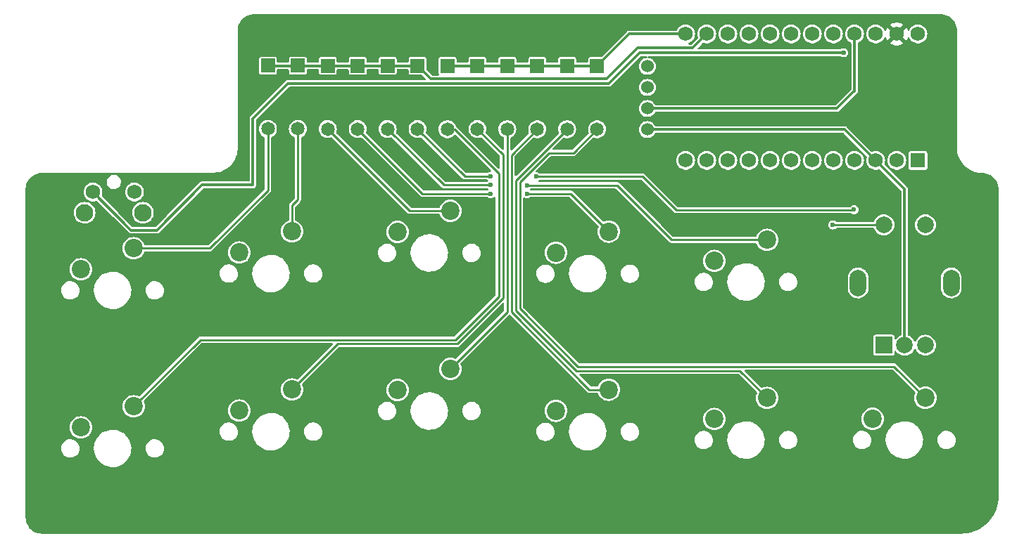
<source format=gtl>
G04 #@! TF.GenerationSoftware,KiCad,Pcbnew,7.0.9*
G04 #@! TF.CreationDate,2023-11-13T15:47:58+00:00*
G04 #@! TF.ProjectId,Nixie-12R-pcb,4e697869-652d-4313-9252-2d7063622e6b,rev?*
G04 #@! TF.SameCoordinates,Original*
G04 #@! TF.FileFunction,Copper,L1,Top*
G04 #@! TF.FilePolarity,Positive*
%FSLAX46Y46*%
G04 Gerber Fmt 4.6, Leading zero omitted, Abs format (unit mm)*
G04 Created by KiCad (PCBNEW 7.0.9) date 2023-11-13 15:47:58*
%MOMM*%
%LPD*%
G01*
G04 APERTURE LIST*
G04 #@! TA.AperFunction,ComponentPad*
%ADD10C,1.651000*%
G04 #@! TD*
G04 #@! TA.AperFunction,ComponentPad*
%ADD11R,1.651000X1.651000*%
G04 #@! TD*
G04 #@! TA.AperFunction,ComponentPad*
%ADD12C,2.200000*%
G04 #@! TD*
G04 #@! TA.AperFunction,WasherPad*
%ADD13O,2.000000X3.200000*%
G04 #@! TD*
G04 #@! TA.AperFunction,ComponentPad*
%ADD14C,2.000000*%
G04 #@! TD*
G04 #@! TA.AperFunction,ComponentPad*
%ADD15R,2.000000X2.000000*%
G04 #@! TD*
G04 #@! TA.AperFunction,ComponentPad*
%ADD16C,2.100000*%
G04 #@! TD*
G04 #@! TA.AperFunction,ComponentPad*
%ADD17C,1.750000*%
G04 #@! TD*
G04 #@! TA.AperFunction,ComponentPad*
%ADD18C,1.524000*%
G04 #@! TD*
G04 #@! TA.AperFunction,ComponentPad*
%ADD19R,1.752600X1.752600*%
G04 #@! TD*
G04 #@! TA.AperFunction,ComponentPad*
%ADD20C,1.752600*%
G04 #@! TD*
G04 #@! TA.AperFunction,ViaPad*
%ADD21C,0.600000*%
G04 #@! TD*
G04 #@! TA.AperFunction,Conductor*
%ADD22C,0.250000*%
G04 #@! TD*
G04 #@! TA.AperFunction,Conductor*
%ADD23C,0.200000*%
G04 #@! TD*
G04 #@! TA.AperFunction,Conductor*
%ADD24C,0.300000*%
G04 #@! TD*
G04 #@! TA.AperFunction,Conductor*
%ADD25C,0.000000*%
G04 #@! TD*
G04 APERTURE END LIST*
D10*
X174100000Y-125465000D03*
D11*
X174100000Y-117845000D03*
D10*
X213700000Y-125505000D03*
D11*
X213700000Y-117885000D03*
D10*
X206500000Y-125505000D03*
D11*
X206500000Y-117885000D03*
D10*
X199300000Y-125485000D03*
D11*
X199300000Y-117865000D03*
D10*
X210100000Y-125495000D03*
D11*
X210100000Y-117875000D03*
D12*
X157950000Y-139845000D03*
X151600000Y-142385000D03*
D10*
X188500000Y-125475000D03*
D11*
X188500000Y-117855000D03*
D12*
X215100000Y-156885000D03*
X208750000Y-159425000D03*
D13*
X245100000Y-144025000D03*
X256300000Y-144025000D03*
D14*
X248200000Y-137025000D03*
D15*
X248200000Y-151525000D03*
D14*
X253200000Y-151525000D03*
X250700000Y-151525000D03*
X253200000Y-137025000D03*
D12*
X253200000Y-157875000D03*
X246850000Y-160415000D03*
D10*
X181300000Y-125475000D03*
D11*
X181300000Y-117855000D03*
D12*
X157950000Y-158895000D03*
X151600000Y-161435000D03*
X196050000Y-154385000D03*
X189700000Y-156925000D03*
X177000000Y-156875000D03*
X170650000Y-159415000D03*
X234150000Y-157885000D03*
X227800000Y-160425000D03*
D10*
X177700000Y-125465000D03*
D11*
X177700000Y-117845000D03*
D10*
X202900000Y-125495000D03*
D11*
X202900000Y-117875000D03*
D10*
X192100000Y-125485000D03*
D11*
X192100000Y-117865000D03*
D10*
X195700000Y-125495000D03*
D11*
X195700000Y-117875000D03*
D16*
X152050000Y-135565000D03*
D17*
X158050000Y-133075000D03*
D16*
X159060000Y-135565000D03*
D17*
X153050000Y-133075000D03*
D10*
X184900000Y-125485000D03*
D11*
X184900000Y-117865000D03*
D12*
X196050000Y-135335000D03*
X189700000Y-137875000D03*
X234150000Y-138835000D03*
X227800000Y-141375000D03*
X177000000Y-137825000D03*
X170650000Y-140365000D03*
X215100000Y-137835000D03*
X208750000Y-140375000D03*
D18*
X219750000Y-117925000D03*
X219750000Y-120465000D03*
X219750000Y-123005000D03*
X219750000Y-125545000D03*
D19*
X252300000Y-129265000D03*
D20*
X249760000Y-129265000D03*
X247220000Y-129265000D03*
X244680000Y-129265000D03*
X242140000Y-129265000D03*
X239600000Y-129265000D03*
X237060000Y-129265000D03*
X234520000Y-129265000D03*
X231980000Y-129265000D03*
X229440000Y-129265000D03*
X226900000Y-129265000D03*
X224360000Y-129265000D03*
X224360000Y-114025000D03*
X226900000Y-114025000D03*
X229440000Y-114025000D03*
X231980000Y-114025000D03*
X234520000Y-114025000D03*
X237060000Y-114025000D03*
X239600000Y-114025000D03*
X242140000Y-114025000D03*
X244680000Y-114025000D03*
X247220000Y-114025000D03*
X249760000Y-114025000D03*
X252300000Y-114025000D03*
D21*
X205275000Y-133275000D03*
X200900000Y-133275000D03*
X200900000Y-132225000D03*
X205275000Y-132275000D03*
X244600000Y-135200000D03*
X200900000Y-131175000D03*
X206350000Y-131225000D03*
X242050000Y-137025000D03*
X243350000Y-116275000D03*
D22*
X174100000Y-132850000D02*
X174100000Y-125465000D01*
X157950000Y-139845000D02*
X167105000Y-139845000D01*
X167105000Y-139845000D02*
X174100000Y-132850000D01*
X177700000Y-125465000D02*
X177700000Y-133975000D01*
X177700000Y-133975000D02*
X177000000Y-134675000D01*
X177000000Y-134675000D02*
X177000000Y-137825000D01*
X191160000Y-135335000D02*
X181300000Y-125475000D01*
X196050000Y-135335000D02*
X191160000Y-135335000D01*
X192690000Y-133275000D02*
X200900000Y-133275000D01*
X210540000Y-133275000D02*
X205275000Y-133275000D01*
X184900000Y-125485000D02*
X192690000Y-133275000D01*
X215100000Y-137835000D02*
X210540000Y-133275000D01*
D23*
X205275000Y-133275000D02*
X205225000Y-133275000D01*
X200950000Y-132275000D02*
X200900000Y-132225000D01*
D22*
X205275000Y-132275000D02*
X216113604Y-132275000D01*
X216113604Y-132275000D02*
X222673604Y-138835000D01*
D23*
X200900000Y-132225000D02*
X200850000Y-132275000D01*
D22*
X195250000Y-132225000D02*
X200900000Y-132225000D01*
X188500000Y-125475000D02*
X195250000Y-132225000D01*
D23*
X205275000Y-132275000D02*
X205200000Y-132275000D01*
D22*
X222673604Y-138835000D02*
X234150000Y-138835000D01*
X197790000Y-131175000D02*
X200900000Y-131175000D01*
X244550000Y-135250000D02*
X244600000Y-135200000D01*
X206350000Y-131225000D02*
X219175000Y-131225000D01*
X219175000Y-131225000D02*
X223200000Y-135250000D01*
D23*
X200900000Y-131175000D02*
X200850000Y-131225000D01*
X206350000Y-131225000D02*
X206300000Y-131225000D01*
X200900000Y-131175000D02*
X200950000Y-131225000D01*
D22*
X192100000Y-125485000D02*
X197790000Y-131175000D01*
X223200000Y-135250000D02*
X244550000Y-135250000D01*
X195700000Y-125495000D02*
X196525500Y-125495000D01*
X201875000Y-145650000D02*
X196650000Y-150875000D01*
X201875000Y-130844500D02*
X201875000Y-134500000D01*
X196650000Y-150875000D02*
X165970000Y-150875000D01*
X201875000Y-130844500D02*
X201875000Y-145650000D01*
X196525500Y-125495000D02*
X201875000Y-130844500D01*
X165970000Y-150875000D02*
X157950000Y-158895000D01*
X202375000Y-128560000D02*
X199300000Y-125485000D01*
X182500000Y-151375000D02*
X196857106Y-151375000D01*
X196857106Y-151375000D02*
X202375000Y-145857106D01*
X177000000Y-156875000D02*
X182500000Y-151375000D01*
X202375000Y-145857106D02*
X202375000Y-128560000D01*
X202900000Y-147535000D02*
X196050000Y-154385000D01*
X202900000Y-125495000D02*
X202900000Y-147535000D01*
X212760000Y-156885000D02*
X215100000Y-156885000D01*
X203400000Y-128605000D02*
X203400000Y-147525000D01*
X203400000Y-147525000D02*
X212760000Y-156885000D01*
X206500000Y-125505000D02*
X203400000Y-128605000D01*
X203900000Y-147317894D02*
X203900000Y-133175000D01*
X211178553Y-154596447D02*
X203900000Y-147317894D01*
X234150000Y-157885000D02*
X230861447Y-154596447D01*
X203900000Y-131695000D02*
X203900000Y-133175000D01*
X210100000Y-125495000D02*
X203900000Y-131695000D01*
X230861447Y-154596447D02*
X211178553Y-154596447D01*
X204400000Y-147110788D02*
X204400000Y-131902106D01*
X210841447Y-128363553D02*
X213700000Y-125505000D01*
X207938553Y-128363553D02*
X210841447Y-128363553D01*
X249421447Y-154096447D02*
X211385659Y-154096447D01*
X211385659Y-154096447D02*
X204400000Y-147110788D01*
D23*
X213680000Y-125485000D02*
X213700000Y-125505000D01*
D22*
X204400000Y-131902106D02*
X207938553Y-128363553D01*
X253200000Y-157875000D02*
X249421447Y-154096447D01*
D24*
X218575000Y-115725000D02*
X214862500Y-119437500D01*
D23*
X192120000Y-117885000D02*
X192100000Y-117865000D01*
D24*
X214862500Y-119437500D02*
X193712500Y-119437500D01*
X192140000Y-117865000D02*
X193712500Y-119437500D01*
X225200000Y-115725000D02*
X218575000Y-115725000D01*
D25*
X192100000Y-117865000D02*
X192090000Y-117855000D01*
D24*
X226900000Y-114025000D02*
X225200000Y-115725000D01*
X174100000Y-117855000D02*
X192090000Y-117855000D01*
D25*
X192100000Y-117865000D02*
X192140000Y-117865000D01*
D24*
X217540000Y-114025000D02*
X224360000Y-114025000D01*
D23*
X213690000Y-117875000D02*
X213700000Y-117885000D01*
D24*
X213690000Y-117875000D02*
X217540000Y-114025000D01*
X195700000Y-117875000D02*
X213690000Y-117875000D01*
D22*
X151600000Y-161435000D02*
X152200000Y-160835000D01*
X152250000Y-160785000D02*
X151600000Y-161435000D01*
X170650000Y-140365000D02*
X171300000Y-141015000D01*
X171300000Y-158765000D02*
X170650000Y-159415000D01*
X170650000Y-140365000D02*
X171350000Y-141065000D01*
X242050000Y-137025000D02*
X248200000Y-137025000D01*
D24*
X244675000Y-119725000D02*
X244680000Y-119720000D01*
X244680000Y-119730000D02*
X244675000Y-119725000D01*
X242570000Y-123005000D02*
X240825000Y-123005000D01*
X229980000Y-123005000D02*
X219750000Y-123005000D01*
X244680000Y-120895000D02*
X242570000Y-123005000D01*
X244680000Y-120895000D02*
X244680000Y-120905000D01*
X244680000Y-120895000D02*
X244680000Y-119730000D01*
X240825000Y-123005000D02*
X230020000Y-123005000D01*
X244680000Y-119720000D02*
X244680000Y-114025000D01*
X172300000Y-132200000D02*
X166200000Y-132200000D01*
X160725000Y-137675000D02*
X157650000Y-137675000D01*
X215090318Y-119987500D02*
X176512500Y-119987500D01*
X157650000Y-137675000D02*
X153050000Y-133075000D01*
X172300000Y-124200000D02*
X172300000Y-132200000D01*
X176512500Y-119987500D02*
X172300000Y-124200000D01*
X218802818Y-116275000D02*
X215090318Y-119987500D01*
X243350000Y-116275000D02*
X218802818Y-116275000D01*
X166200000Y-132200000D02*
X160725000Y-137675000D01*
X250700000Y-132745000D02*
X250700000Y-147000000D01*
X247220000Y-129265000D02*
X250700000Y-132745000D01*
X250700000Y-147000000D02*
X250700000Y-151525000D01*
X219750000Y-125545000D02*
X243500000Y-125545000D01*
X243500000Y-125545000D02*
X247220000Y-129265000D01*
G04 #@! TA.AperFunction,Conductor*
G36*
X254936223Y-111650880D02*
G01*
X254937026Y-111650875D01*
X254937029Y-111650876D01*
X255000894Y-111650502D01*
X255004909Y-111650611D01*
X255222167Y-111663631D01*
X255259000Y-111665839D01*
X255267076Y-111666857D01*
X255514952Y-111714850D01*
X255522798Y-111716911D01*
X255762249Y-111796963D01*
X255769776Y-111800043D01*
X255996673Y-111910772D01*
X256003730Y-111914811D01*
X256214162Y-112054311D01*
X256220633Y-112059242D01*
X256225670Y-112063631D01*
X256410967Y-112225101D01*
X256416746Y-112230847D01*
X256500226Y-112325527D01*
X256583711Y-112420213D01*
X256588683Y-112426661D01*
X256729396Y-112636264D01*
X256733484Y-112643313D01*
X256845524Y-112869542D01*
X256848653Y-112877064D01*
X256868934Y-112936572D01*
X256930091Y-113116023D01*
X256932208Y-113123893D01*
X256981637Y-113371459D01*
X256982704Y-113379539D01*
X256999406Y-113633493D01*
X256999540Y-113637563D01*
X256999540Y-113671447D01*
X256999540Y-113701418D01*
X256999540Y-113701420D01*
X256999506Y-125862409D01*
X256999500Y-127801554D01*
X256999565Y-127803404D01*
X256999586Y-127915564D01*
X256999587Y-127921532D01*
X257032541Y-128233941D01*
X257042390Y-128280102D01*
X257098090Y-128541170D01*
X257195510Y-128839828D01*
X257323721Y-129126606D01*
X257323724Y-129126612D01*
X257481316Y-129398358D01*
X257481329Y-129398377D01*
X257666548Y-129652073D01*
X257666567Y-129652097D01*
X257877381Y-129884959D01*
X257877384Y-129884962D01*
X257877389Y-129884967D01*
X258111492Y-130094446D01*
X258366280Y-130278209D01*
X258638941Y-130434227D01*
X258926466Y-130560777D01*
X259225682Y-130656464D01*
X259533285Y-130720230D01*
X259845880Y-130751373D01*
X259931609Y-130750891D01*
X259932918Y-130750884D01*
X259933146Y-130750898D01*
X259947774Y-130750812D01*
X260000938Y-130750503D01*
X260004960Y-130750612D01*
X260259037Y-130765843D01*
X260267109Y-130766862D01*
X260487587Y-130809553D01*
X260514957Y-130814853D01*
X260522838Y-130816924D01*
X260762273Y-130896973D01*
X260769808Y-130900056D01*
X260978556Y-131001932D01*
X260996680Y-131010778D01*
X261003753Y-131014825D01*
X261214169Y-131154318D01*
X261220650Y-131159256D01*
X261410985Y-131325119D01*
X261416748Y-131330848D01*
X261583719Y-131520225D01*
X261588688Y-131526668D01*
X261729402Y-131736273D01*
X261733490Y-131743322D01*
X261770812Y-131818683D01*
X261830988Y-131940190D01*
X261845530Y-131969552D01*
X261848658Y-131977073D01*
X261930093Y-132216034D01*
X261932208Y-132223896D01*
X261961121Y-132368709D01*
X261979943Y-132462981D01*
X261981637Y-132471462D01*
X261982704Y-132479541D01*
X261999447Y-132734100D01*
X261999581Y-132738170D01*
X261999581Y-132801420D01*
X261999500Y-169684107D01*
X261999500Y-169750000D01*
X261982496Y-170139453D01*
X261982024Y-170144844D01*
X261931496Y-170528640D01*
X261930556Y-170533969D01*
X261846768Y-170911914D01*
X261845368Y-170917141D01*
X261728961Y-171286336D01*
X261727110Y-171291421D01*
X261578967Y-171649072D01*
X261576680Y-171653976D01*
X261397934Y-171997342D01*
X261395228Y-172002028D01*
X261187227Y-172328526D01*
X261184123Y-172332959D01*
X260948463Y-172640077D01*
X260944984Y-172644222D01*
X260683456Y-172929630D01*
X260679630Y-172933456D01*
X260394222Y-173194984D01*
X260390077Y-173198463D01*
X260082959Y-173434123D01*
X260078526Y-173437227D01*
X259752028Y-173645228D01*
X259747342Y-173647934D01*
X259403976Y-173826680D01*
X259399072Y-173828967D01*
X259041421Y-173977110D01*
X259036336Y-173978961D01*
X258667141Y-174095368D01*
X258661914Y-174096768D01*
X258283969Y-174180556D01*
X258278640Y-174181496D01*
X257894844Y-174232024D01*
X257889453Y-174232496D01*
X257500000Y-174249500D01*
X257484189Y-174249500D01*
X147019844Y-174247359D01*
X147013751Y-174246978D01*
X146949132Y-174247355D01*
X146945061Y-174247245D01*
X146690995Y-174232019D01*
X146682910Y-174230999D01*
X146435059Y-174183012D01*
X146427178Y-174180941D01*
X146187741Y-174100895D01*
X146180199Y-174097810D01*
X145953320Y-173987090D01*
X145946247Y-173983043D01*
X145735823Y-173843551D01*
X145729341Y-173838612D01*
X145539011Y-173672759D01*
X145533232Y-173667014D01*
X145366262Y-173477647D01*
X145361285Y-173471194D01*
X145220567Y-173261590D01*
X145216479Y-173254541D01*
X145104433Y-173028311D01*
X145101308Y-173020801D01*
X145019856Y-172781810D01*
X145017748Y-172773976D01*
X144968308Y-172526380D01*
X144967243Y-172518324D01*
X144950532Y-172264354D01*
X144950399Y-172260290D01*
X144950408Y-165915668D01*
X144950411Y-163922401D01*
X149225746Y-163922401D01*
X149235745Y-164132327D01*
X149285296Y-164336578D01*
X149285298Y-164336582D01*
X149372598Y-164527743D01*
X149372601Y-164527748D01*
X149372602Y-164527750D01*
X149372604Y-164527753D01*
X149494514Y-164698952D01*
X149494515Y-164698953D01*
X149494520Y-164698959D01*
X149646620Y-164843985D01*
X149741578Y-164905011D01*
X149823428Y-164957613D01*
X150018543Y-165035725D01*
X150121729Y-165055612D01*
X150224914Y-165075500D01*
X150224915Y-165075500D01*
X150382419Y-165075500D01*
X150382425Y-165075500D01*
X150539218Y-165060528D01*
X150740875Y-165001316D01*
X150927682Y-164905011D01*
X150939563Y-164895668D01*
X151042701Y-164814558D01*
X151092886Y-164775092D01*
X151230519Y-164616256D01*
X151335604Y-164434244D01*
X151404344Y-164235633D01*
X151430980Y-164050373D01*
X153155723Y-164050373D01*
X153185881Y-164350160D01*
X153185882Y-164350162D01*
X153255728Y-164643252D01*
X153255733Y-164643266D01*
X153364020Y-164924427D01*
X153364024Y-164924436D01*
X153508825Y-165188665D01*
X153508829Y-165188671D01*
X153687551Y-165431234D01*
X153687554Y-165431238D01*
X153687561Y-165431245D01*
X153897019Y-165647823D01*
X154133478Y-165834553D01*
X154133480Y-165834554D01*
X154133485Y-165834558D01*
X154392730Y-165988109D01*
X154670128Y-166105736D01*
X154960729Y-166185340D01*
X155259347Y-166225500D01*
X155259351Y-166225500D01*
X155485252Y-166225500D01*
X155649164Y-166214526D01*
X155710634Y-166210412D01*
X156005903Y-166150396D01*
X156290537Y-166051560D01*
X156559459Y-165915668D01*
X156807869Y-165745144D01*
X157031333Y-165543032D01*
X157225865Y-165312939D01*
X157387993Y-165058970D01*
X157514823Y-164785658D01*
X157604093Y-164497879D01*
X157654209Y-164200770D01*
X157663516Y-163922401D01*
X159385746Y-163922401D01*
X159395745Y-164132327D01*
X159445296Y-164336578D01*
X159445298Y-164336582D01*
X159532598Y-164527743D01*
X159532601Y-164527748D01*
X159532602Y-164527750D01*
X159532604Y-164527753D01*
X159654514Y-164698952D01*
X159654515Y-164698953D01*
X159654520Y-164698959D01*
X159806620Y-164843985D01*
X159901578Y-164905011D01*
X159983428Y-164957613D01*
X160178543Y-165035725D01*
X160281729Y-165055612D01*
X160384914Y-165075500D01*
X160384915Y-165075500D01*
X160542419Y-165075500D01*
X160542425Y-165075500D01*
X160699218Y-165060528D01*
X160900875Y-165001316D01*
X161087682Y-164905011D01*
X161099563Y-164895668D01*
X161202701Y-164814558D01*
X161252886Y-164775092D01*
X161390519Y-164616256D01*
X161495604Y-164434244D01*
X161564344Y-164235633D01*
X161594254Y-164027602D01*
X161584254Y-163817670D01*
X161534704Y-163613424D01*
X161534701Y-163613417D01*
X161447401Y-163422256D01*
X161447398Y-163422251D01*
X161447397Y-163422250D01*
X161447396Y-163422247D01*
X161325486Y-163251048D01*
X161325484Y-163251046D01*
X161325479Y-163251040D01*
X161173379Y-163106014D01*
X160996574Y-162992388D01*
X160993896Y-162991316D01*
X160859748Y-162937611D01*
X160801455Y-162914274D01*
X160595086Y-162874500D01*
X160595085Y-162874500D01*
X160437575Y-162874500D01*
X160280782Y-162889472D01*
X160280778Y-162889473D01*
X160079127Y-162948683D01*
X159892313Y-163044991D01*
X159727116Y-163174905D01*
X159727112Y-163174909D01*
X159589478Y-163333746D01*
X159484398Y-163515750D01*
X159415656Y-163714365D01*
X159415656Y-163714367D01*
X159388152Y-163905668D01*
X159385746Y-163922401D01*
X157663516Y-163922401D01*
X157664277Y-163899631D01*
X157634118Y-163599838D01*
X157564269Y-163306739D01*
X157455977Y-163025566D01*
X157311175Y-162761335D01*
X157269201Y-162704368D01*
X157234623Y-162657438D01*
X157132446Y-162518762D01*
X156922980Y-162302176D01*
X156903424Y-162286733D01*
X156686521Y-162115446D01*
X156686517Y-162115443D01*
X156686515Y-162115442D01*
X156427270Y-161961891D01*
X156286976Y-161902401D01*
X168275746Y-161902401D01*
X168285745Y-162112327D01*
X168335296Y-162316578D01*
X168335298Y-162316582D01*
X168422598Y-162507743D01*
X168422601Y-162507748D01*
X168422602Y-162507750D01*
X168422604Y-162507753D01*
X168514684Y-162637061D01*
X168544515Y-162678953D01*
X168544520Y-162678959D01*
X168696620Y-162823985D01*
X168798765Y-162889630D01*
X168873428Y-162937613D01*
X169068543Y-163015725D01*
X169120428Y-163025725D01*
X169274914Y-163055500D01*
X169274915Y-163055500D01*
X169432419Y-163055500D01*
X169432425Y-163055500D01*
X169589218Y-163040528D01*
X169790875Y-162981316D01*
X169977682Y-162885011D01*
X169984525Y-162879630D01*
X170055282Y-162823985D01*
X170142886Y-162755092D01*
X170280519Y-162596256D01*
X170284225Y-162589838D01*
X170385601Y-162414249D01*
X170385600Y-162414249D01*
X170385604Y-162414244D01*
X170454344Y-162215633D01*
X170480980Y-162030373D01*
X172205723Y-162030373D01*
X172235881Y-162330160D01*
X172235882Y-162330162D01*
X172305728Y-162623252D01*
X172305733Y-162623266D01*
X172414020Y-162904427D01*
X172414024Y-162904436D01*
X172558825Y-163168665D01*
X172558829Y-163168671D01*
X172685183Y-163340160D01*
X172737554Y-163411238D01*
X172947020Y-163627824D01*
X172959682Y-163637823D01*
X173183478Y-163814553D01*
X173183480Y-163814554D01*
X173183485Y-163814558D01*
X173442730Y-163968109D01*
X173720128Y-164085736D01*
X174010729Y-164165340D01*
X174309347Y-164205500D01*
X174309351Y-164205500D01*
X174535252Y-164205500D01*
X174699164Y-164194526D01*
X174760634Y-164190412D01*
X175055903Y-164130396D01*
X175340537Y-164031560D01*
X175609459Y-163895668D01*
X175857869Y-163725144D01*
X176081333Y-163523032D01*
X176275865Y-163292939D01*
X176437993Y-163038970D01*
X176564823Y-162765658D01*
X176654093Y-162477879D01*
X176704209Y-162180770D01*
X176713516Y-161902401D01*
X178435746Y-161902401D01*
X178445745Y-162112327D01*
X178495296Y-162316578D01*
X178495298Y-162316582D01*
X178582598Y-162507743D01*
X178582601Y-162507748D01*
X178582602Y-162507750D01*
X178582604Y-162507753D01*
X178674684Y-162637061D01*
X178704515Y-162678953D01*
X178704520Y-162678959D01*
X178856620Y-162823985D01*
X178958765Y-162889630D01*
X179033428Y-162937613D01*
X179228543Y-163015725D01*
X179280428Y-163025725D01*
X179434914Y-163055500D01*
X179434915Y-163055500D01*
X179592419Y-163055500D01*
X179592425Y-163055500D01*
X179749218Y-163040528D01*
X179950875Y-162981316D01*
X180137682Y-162885011D01*
X180144525Y-162879630D01*
X180215282Y-162823985D01*
X180302886Y-162755092D01*
X180440519Y-162596256D01*
X180444225Y-162589838D01*
X180545601Y-162414249D01*
X180545600Y-162414249D01*
X180545604Y-162414244D01*
X180614344Y-162215633D01*
X180644254Y-162007602D01*
X180639719Y-161912401D01*
X206375746Y-161912401D01*
X206385745Y-162122327D01*
X206435296Y-162326578D01*
X206435298Y-162326582D01*
X206522598Y-162517743D01*
X206522601Y-162517748D01*
X206522602Y-162517750D01*
X206522604Y-162517753D01*
X206607563Y-162637061D01*
X206644515Y-162688953D01*
X206644520Y-162688959D01*
X206796620Y-162833985D01*
X206906244Y-162904436D01*
X206973428Y-162947613D01*
X207168543Y-163025725D01*
X207244523Y-163040369D01*
X207374914Y-163065500D01*
X207374915Y-163065500D01*
X207532419Y-163065500D01*
X207532425Y-163065500D01*
X207689218Y-163050528D01*
X207890875Y-162991316D01*
X208077682Y-162895011D01*
X208084525Y-162889630D01*
X208167998Y-162823985D01*
X208242886Y-162765092D01*
X208380519Y-162606256D01*
X208387930Y-162593421D01*
X208485601Y-162424249D01*
X208485600Y-162424249D01*
X208485604Y-162424244D01*
X208554344Y-162225633D01*
X208580980Y-162040373D01*
X210305723Y-162040373D01*
X210335881Y-162340160D01*
X210335882Y-162340162D01*
X210405728Y-162633252D01*
X210405733Y-162633266D01*
X210514020Y-162914427D01*
X210514024Y-162914436D01*
X210658825Y-163178665D01*
X210658829Y-163178671D01*
X210767808Y-163326578D01*
X210837554Y-163421238D01*
X211047020Y-163637824D01*
X211099110Y-163678959D01*
X211283478Y-163824553D01*
X211283480Y-163824554D01*
X211283485Y-163824558D01*
X211542730Y-163978109D01*
X211820128Y-164095736D01*
X212110729Y-164175340D01*
X212409347Y-164215500D01*
X212409351Y-164215500D01*
X212635252Y-164215500D01*
X212799164Y-164204526D01*
X212860634Y-164200412D01*
X213155903Y-164140396D01*
X213440537Y-164041560D01*
X213709459Y-163905668D01*
X213957869Y-163735144D01*
X214181333Y-163533032D01*
X214375865Y-163302939D01*
X214537993Y-163048970D01*
X214664823Y-162775658D01*
X214754093Y-162487879D01*
X214804209Y-162190770D01*
X214813516Y-161912401D01*
X216535746Y-161912401D01*
X216545745Y-162122327D01*
X216595296Y-162326578D01*
X216595298Y-162326582D01*
X216682598Y-162517743D01*
X216682601Y-162517748D01*
X216682602Y-162517750D01*
X216682604Y-162517753D01*
X216767563Y-162637061D01*
X216804515Y-162688953D01*
X216804520Y-162688959D01*
X216956620Y-162833985D01*
X217066244Y-162904436D01*
X217133428Y-162947613D01*
X217328543Y-163025725D01*
X217404523Y-163040369D01*
X217534914Y-163065500D01*
X217534915Y-163065500D01*
X217692419Y-163065500D01*
X217692425Y-163065500D01*
X217849218Y-163050528D01*
X218050875Y-162991316D01*
X218203950Y-162912401D01*
X225425746Y-162912401D01*
X225435745Y-163122327D01*
X225485296Y-163326578D01*
X225485298Y-163326582D01*
X225572598Y-163517743D01*
X225572601Y-163517748D01*
X225572602Y-163517750D01*
X225572604Y-163517753D01*
X225658106Y-163637824D01*
X225694515Y-163688953D01*
X225694520Y-163688959D01*
X225846620Y-163833985D01*
X225956244Y-163904436D01*
X226023428Y-163947613D01*
X226218543Y-164025725D01*
X226295338Y-164040526D01*
X226424914Y-164065500D01*
X226424915Y-164065500D01*
X226582419Y-164065500D01*
X226582425Y-164065500D01*
X226739218Y-164050528D01*
X226940875Y-163991316D01*
X227127682Y-163895011D01*
X227292886Y-163765092D01*
X227430519Y-163606256D01*
X227434225Y-163599838D01*
X227535601Y-163424249D01*
X227535600Y-163424249D01*
X227535604Y-163424244D01*
X227604344Y-163225633D01*
X227630980Y-163040373D01*
X229355723Y-163040373D01*
X229385881Y-163340160D01*
X229385882Y-163340162D01*
X229455728Y-163633252D01*
X229455733Y-163633266D01*
X229564020Y-163914427D01*
X229564024Y-163914436D01*
X229708825Y-164178665D01*
X229708829Y-164178671D01*
X229825176Y-164336578D01*
X229887554Y-164421238D01*
X230097020Y-164637824D01*
X230164390Y-164691026D01*
X230333478Y-164824553D01*
X230333480Y-164824554D01*
X230333485Y-164824558D01*
X230592730Y-164978109D01*
X230870128Y-165095736D01*
X231160729Y-165175340D01*
X231459347Y-165215500D01*
X231459351Y-165215500D01*
X231685252Y-165215500D01*
X231849164Y-165204526D01*
X231910634Y-165200412D01*
X232205903Y-165140396D01*
X232490537Y-165041560D01*
X232759459Y-164905668D01*
X233007869Y-164735144D01*
X233231333Y-164533032D01*
X233425865Y-164302939D01*
X233587993Y-164048970D01*
X233714823Y-163775658D01*
X233804093Y-163487879D01*
X233854209Y-163190770D01*
X233863516Y-162912401D01*
X235585746Y-162912401D01*
X235595745Y-163122327D01*
X235645296Y-163326578D01*
X235645298Y-163326582D01*
X235732598Y-163517743D01*
X235732601Y-163517748D01*
X235732602Y-163517750D01*
X235732604Y-163517753D01*
X235818106Y-163637824D01*
X235854515Y-163688953D01*
X235854520Y-163688959D01*
X236006620Y-163833985D01*
X236116244Y-163904436D01*
X236183428Y-163947613D01*
X236378543Y-164025725D01*
X236455338Y-164040526D01*
X236584914Y-164065500D01*
X236584915Y-164065500D01*
X236742419Y-164065500D01*
X236742425Y-164065500D01*
X236899218Y-164050528D01*
X237100875Y-163991316D01*
X237287682Y-163895011D01*
X237452886Y-163765092D01*
X237590519Y-163606256D01*
X237594225Y-163599838D01*
X237695601Y-163424249D01*
X237695600Y-163424249D01*
X237695604Y-163424244D01*
X237764344Y-163225633D01*
X237794254Y-163017602D01*
X237788766Y-162902401D01*
X244475746Y-162902401D01*
X244485745Y-163112327D01*
X244535296Y-163316578D01*
X244535298Y-163316582D01*
X244622598Y-163507743D01*
X244622601Y-163507748D01*
X244622602Y-163507750D01*
X244622604Y-163507753D01*
X244715227Y-163637824D01*
X244744515Y-163678953D01*
X244744520Y-163678959D01*
X244896620Y-163823985D01*
X244991578Y-163885011D01*
X245073428Y-163937613D01*
X245268543Y-164015725D01*
X245320428Y-164025725D01*
X245474914Y-164055500D01*
X245474915Y-164055500D01*
X245632419Y-164055500D01*
X245632425Y-164055500D01*
X245789218Y-164040528D01*
X245990875Y-163981316D01*
X246177682Y-163885011D01*
X246342886Y-163755092D01*
X246480519Y-163596256D01*
X246585604Y-163414244D01*
X246654344Y-163215633D01*
X246680980Y-163030373D01*
X248405723Y-163030373D01*
X248435881Y-163330160D01*
X248435882Y-163330162D01*
X248505728Y-163623252D01*
X248505730Y-163623259D01*
X248505731Y-163623261D01*
X248511340Y-163637824D01*
X248614020Y-163904427D01*
X248614024Y-163904436D01*
X248758825Y-164168665D01*
X248758829Y-164168671D01*
X248882544Y-164336578D01*
X248937554Y-164411238D01*
X248947225Y-164421238D01*
X249147019Y-164627823D01*
X249383478Y-164814553D01*
X249383480Y-164814554D01*
X249383485Y-164814558D01*
X249642730Y-164968109D01*
X249920128Y-165085736D01*
X250210729Y-165165340D01*
X250509347Y-165205500D01*
X250509351Y-165205500D01*
X250735252Y-165205500D01*
X250899164Y-165194526D01*
X250960634Y-165190412D01*
X251255903Y-165130396D01*
X251540537Y-165031560D01*
X251809459Y-164895668D01*
X252057869Y-164725144D01*
X252281333Y-164523032D01*
X252475865Y-164292939D01*
X252637993Y-164038970D01*
X252764823Y-163765658D01*
X252854093Y-163477879D01*
X252904209Y-163180770D01*
X252913516Y-162902401D01*
X254635746Y-162902401D01*
X254645745Y-163112327D01*
X254695296Y-163316578D01*
X254695298Y-163316582D01*
X254782598Y-163507743D01*
X254782601Y-163507748D01*
X254782602Y-163507750D01*
X254782604Y-163507753D01*
X254875227Y-163637824D01*
X254904515Y-163678953D01*
X254904520Y-163678959D01*
X255056620Y-163823985D01*
X255151578Y-163885011D01*
X255233428Y-163937613D01*
X255428543Y-164015725D01*
X255480428Y-164025725D01*
X255634914Y-164055500D01*
X255634915Y-164055500D01*
X255792419Y-164055500D01*
X255792425Y-164055500D01*
X255949218Y-164040528D01*
X256150875Y-163981316D01*
X256337682Y-163885011D01*
X256502886Y-163755092D01*
X256640519Y-163596256D01*
X256745604Y-163414244D01*
X256814344Y-163215633D01*
X256844254Y-163007602D01*
X256834254Y-162797670D01*
X256784704Y-162593424D01*
X256783067Y-162589839D01*
X256697401Y-162402256D01*
X256697398Y-162402251D01*
X256697397Y-162402250D01*
X256697396Y-162402247D01*
X256575486Y-162231048D01*
X256575484Y-162231046D01*
X256575479Y-162231040D01*
X256423379Y-162086014D01*
X256246574Y-161972388D01*
X256220356Y-161961892D01*
X256076436Y-161904275D01*
X256051455Y-161894274D01*
X255845086Y-161854500D01*
X255845085Y-161854500D01*
X255687575Y-161854500D01*
X255530782Y-161869472D01*
X255530778Y-161869473D01*
X255329127Y-161928683D01*
X255142313Y-162024991D01*
X254977116Y-162154905D01*
X254977112Y-162154909D01*
X254839478Y-162313746D01*
X254734398Y-162495750D01*
X254665656Y-162694365D01*
X254665656Y-162694367D01*
X254637381Y-162891032D01*
X254635746Y-162902401D01*
X252913516Y-162902401D01*
X252914277Y-162879631D01*
X252884118Y-162579838D01*
X252814269Y-162286739D01*
X252705977Y-162005566D01*
X252561175Y-161741335D01*
X252529909Y-161698901D01*
X252476977Y-161627061D01*
X252382446Y-161498762D01*
X252172980Y-161282176D01*
X252120889Y-161241040D01*
X251936521Y-161095446D01*
X251936517Y-161095443D01*
X251936515Y-161095442D01*
X251677270Y-160941891D01*
X251399872Y-160824264D01*
X251399863Y-160824261D01*
X251109272Y-160744660D01*
X250997200Y-160729588D01*
X250810653Y-160704500D01*
X250584756Y-160704500D01*
X250584748Y-160704500D01*
X250359368Y-160719587D01*
X250359359Y-160719589D01*
X250064094Y-160779604D01*
X249779464Y-160878439D01*
X249779459Y-160878441D01*
X249510546Y-161014328D01*
X249262125Y-161184860D01*
X249038665Y-161386969D01*
X248844132Y-161617064D01*
X248682006Y-161871030D01*
X248682005Y-161871032D01*
X248555181Y-162144333D01*
X248555177Y-162144342D01*
X248548797Y-162164909D01*
X248465907Y-162432118D01*
X248436065Y-162609035D01*
X248415791Y-162729230D01*
X248405884Y-163025572D01*
X248405723Y-163030373D01*
X246680980Y-163030373D01*
X246684254Y-163007602D01*
X246674254Y-162797670D01*
X246624704Y-162593424D01*
X246623067Y-162589839D01*
X246537401Y-162402256D01*
X246537398Y-162402251D01*
X246537397Y-162402250D01*
X246537396Y-162402247D01*
X246415486Y-162231048D01*
X246415484Y-162231046D01*
X246415479Y-162231040D01*
X246263379Y-162086014D01*
X246086574Y-161972388D01*
X246060356Y-161961892D01*
X245916436Y-161904275D01*
X245891455Y-161894274D01*
X245685086Y-161854500D01*
X245685085Y-161854500D01*
X245527575Y-161854500D01*
X245370782Y-161869472D01*
X245370778Y-161869473D01*
X245169127Y-161928683D01*
X244982313Y-162024991D01*
X244817116Y-162154905D01*
X244817112Y-162154909D01*
X244679478Y-162313746D01*
X244574398Y-162495750D01*
X244505656Y-162694365D01*
X244505656Y-162694367D01*
X244477381Y-162891032D01*
X244475746Y-162902401D01*
X237788766Y-162902401D01*
X237784254Y-162807670D01*
X237734704Y-162603424D01*
X237734701Y-162603417D01*
X237647401Y-162412256D01*
X237647398Y-162412251D01*
X237647397Y-162412250D01*
X237647396Y-162412247D01*
X237525486Y-162241048D01*
X237525484Y-162241046D01*
X237525479Y-162241040D01*
X237373379Y-162096014D01*
X237196574Y-161982388D01*
X237171595Y-161972388D01*
X237062428Y-161928684D01*
X237001455Y-161904274D01*
X236795086Y-161864500D01*
X236795085Y-161864500D01*
X236637575Y-161864500D01*
X236480782Y-161879472D01*
X236480778Y-161879473D01*
X236279127Y-161938683D01*
X236092313Y-162034991D01*
X235927116Y-162164905D01*
X235927112Y-162164909D01*
X235789478Y-162323746D01*
X235684398Y-162505750D01*
X235615656Y-162704365D01*
X235615656Y-162704367D01*
X235587184Y-162902401D01*
X235585746Y-162912401D01*
X233863516Y-162912401D01*
X233864277Y-162889631D01*
X233834118Y-162589838D01*
X233768322Y-162313746D01*
X233764271Y-162296747D01*
X233764270Y-162296746D01*
X233764269Y-162296739D01*
X233655977Y-162015566D01*
X233511175Y-161751335D01*
X233502520Y-161739589D01*
X233429434Y-161640395D01*
X233332446Y-161508762D01*
X233122980Y-161292176D01*
X233058233Y-161241046D01*
X232886521Y-161105446D01*
X232886517Y-161105443D01*
X232886515Y-161105442D01*
X232627270Y-160951891D01*
X232349872Y-160834264D01*
X232349863Y-160834261D01*
X232059272Y-160754660D01*
X231960190Y-160741335D01*
X231760653Y-160714500D01*
X231534756Y-160714500D01*
X231534748Y-160714500D01*
X231309368Y-160729587D01*
X231309359Y-160729589D01*
X231014094Y-160789604D01*
X230729464Y-160888439D01*
X230729459Y-160888441D01*
X230460546Y-161024328D01*
X230212125Y-161194860D01*
X229988665Y-161396969D01*
X229794132Y-161627064D01*
X229632006Y-161881030D01*
X229632005Y-161881032D01*
X229505181Y-162154333D01*
X229505177Y-162154342D01*
X229501899Y-162164909D01*
X229415907Y-162442118D01*
X229370906Y-162708905D01*
X229365791Y-162739230D01*
X229359159Y-162937613D01*
X229355723Y-163040373D01*
X227630980Y-163040373D01*
X227634254Y-163017602D01*
X227624254Y-162807670D01*
X227574704Y-162603424D01*
X227574701Y-162603417D01*
X227487401Y-162412256D01*
X227487398Y-162412251D01*
X227487397Y-162412250D01*
X227487396Y-162412247D01*
X227365486Y-162241048D01*
X227365484Y-162241046D01*
X227365479Y-162241040D01*
X227213379Y-162096014D01*
X227036574Y-161982388D01*
X227011595Y-161972388D01*
X226902428Y-161928684D01*
X226841455Y-161904274D01*
X226635086Y-161864500D01*
X226635085Y-161864500D01*
X226477575Y-161864500D01*
X226320782Y-161879472D01*
X226320778Y-161879473D01*
X226119127Y-161938683D01*
X225932313Y-162034991D01*
X225767116Y-162164905D01*
X225767112Y-162164909D01*
X225629478Y-162323746D01*
X225524398Y-162505750D01*
X225455656Y-162704365D01*
X225455656Y-162704367D01*
X225427184Y-162902401D01*
X225425746Y-162912401D01*
X218203950Y-162912401D01*
X218237682Y-162895011D01*
X218244525Y-162889630D01*
X218327998Y-162823985D01*
X218402886Y-162765092D01*
X218540519Y-162606256D01*
X218547930Y-162593421D01*
X218645601Y-162424249D01*
X218645600Y-162424249D01*
X218645604Y-162424244D01*
X218714344Y-162225633D01*
X218744254Y-162017602D01*
X218734254Y-161807670D01*
X218684704Y-161603424D01*
X218678500Y-161589839D01*
X218597401Y-161412256D01*
X218597398Y-161412251D01*
X218597397Y-161412250D01*
X218597396Y-161412247D01*
X218475486Y-161241048D01*
X218475484Y-161241046D01*
X218475479Y-161241040D01*
X218323379Y-161096014D01*
X218146574Y-160982388D01*
X218121595Y-160972388D01*
X218012428Y-160928684D01*
X217951455Y-160904274D01*
X217745086Y-160864500D01*
X217745085Y-160864500D01*
X217587575Y-160864500D01*
X217439244Y-160878664D01*
X217430782Y-160879472D01*
X217430778Y-160879473D01*
X217229127Y-160938683D01*
X217042313Y-161034991D01*
X216877116Y-161164905D01*
X216877112Y-161164909D01*
X216739478Y-161323746D01*
X216634398Y-161505750D01*
X216565656Y-161704365D01*
X216565656Y-161704367D01*
X216537184Y-161902401D01*
X216535746Y-161912401D01*
X214813516Y-161912401D01*
X214814277Y-161889631D01*
X214784118Y-161589838D01*
X214718322Y-161313746D01*
X214714271Y-161296747D01*
X214714270Y-161296746D01*
X214714269Y-161296739D01*
X214605977Y-161015566D01*
X214461175Y-160751335D01*
X214445152Y-160729589D01*
X214384623Y-160647438D01*
X214282446Y-160508762D01*
X214201438Y-160425000D01*
X226444341Y-160425000D01*
X226464936Y-160660403D01*
X226464938Y-160660413D01*
X226526094Y-160888655D01*
X226526096Y-160888659D01*
X226526097Y-160888663D01*
X226569802Y-160982388D01*
X226625965Y-161102830D01*
X226625967Y-161102834D01*
X226693721Y-161199596D01*
X226761505Y-161296401D01*
X226928599Y-161463495D01*
X226993247Y-161508762D01*
X227122165Y-161599032D01*
X227122167Y-161599033D01*
X227122170Y-161599035D01*
X227336337Y-161698903D01*
X227336343Y-161698904D01*
X227336344Y-161698905D01*
X227356729Y-161704367D01*
X227564592Y-161760063D01*
X227752918Y-161776539D01*
X227799999Y-161780659D01*
X227800000Y-161780659D01*
X227800001Y-161780659D01*
X227839234Y-161777226D01*
X228035408Y-161760063D01*
X228263663Y-161698903D01*
X228477830Y-161599035D01*
X228671401Y-161463495D01*
X228838495Y-161296401D01*
X228974035Y-161102830D01*
X229073903Y-160888663D01*
X229135063Y-160660408D01*
X229155659Y-160425000D01*
X229154784Y-160415000D01*
X245494341Y-160415000D01*
X245514936Y-160650403D01*
X245514938Y-160650413D01*
X245576094Y-160878655D01*
X245576096Y-160878659D01*
X245576097Y-160878663D01*
X245624465Y-160982388D01*
X245675965Y-161092830D01*
X245675967Y-161092834D01*
X245750723Y-161199596D01*
X245811505Y-161286401D01*
X245978599Y-161453495D01*
X246057533Y-161508765D01*
X246172165Y-161589032D01*
X246172167Y-161589033D01*
X246172170Y-161589035D01*
X246386337Y-161688903D01*
X246386343Y-161688904D01*
X246386344Y-161688905D01*
X246406729Y-161694367D01*
X246614592Y-161750063D01*
X246781433Y-161764660D01*
X246849999Y-161770659D01*
X246850000Y-161770659D01*
X246850001Y-161770659D01*
X246918567Y-161764660D01*
X247085408Y-161750063D01*
X247313663Y-161688903D01*
X247527830Y-161589035D01*
X247721401Y-161453495D01*
X247888495Y-161286401D01*
X248024035Y-161092830D01*
X248123903Y-160878663D01*
X248185063Y-160650408D01*
X248205659Y-160415000D01*
X248205609Y-160414434D01*
X248194038Y-160282176D01*
X248185063Y-160179592D01*
X248126584Y-159961344D01*
X248123905Y-159951344D01*
X248123904Y-159951343D01*
X248123903Y-159951337D01*
X248024035Y-159737171D01*
X248018726Y-159729588D01*
X247888494Y-159543597D01*
X247721402Y-159376506D01*
X247721395Y-159376501D01*
X247695908Y-159358655D01*
X247682521Y-159349281D01*
X247527834Y-159240967D01*
X247527830Y-159240965D01*
X247505729Y-159230659D01*
X247313663Y-159141097D01*
X247313659Y-159141096D01*
X247313655Y-159141094D01*
X247085413Y-159079938D01*
X247085403Y-159079936D01*
X246850001Y-159059341D01*
X246849999Y-159059341D01*
X246614596Y-159079936D01*
X246614586Y-159079938D01*
X246386344Y-159141094D01*
X246386335Y-159141098D01*
X246172171Y-159240964D01*
X246172169Y-159240965D01*
X245978597Y-159376505D01*
X245811505Y-159543597D01*
X245675965Y-159737169D01*
X245675964Y-159737171D01*
X245576098Y-159951335D01*
X245576094Y-159951344D01*
X245514938Y-160179586D01*
X245514936Y-160179596D01*
X245494341Y-160414999D01*
X245494341Y-160415000D01*
X229154784Y-160415000D01*
X229135063Y-160189592D01*
X229073903Y-159961337D01*
X228974035Y-159747171D01*
X228961724Y-159729588D01*
X228838494Y-159553597D01*
X228671402Y-159386506D01*
X228671395Y-159386501D01*
X228657119Y-159376505D01*
X228558816Y-159307672D01*
X228477834Y-159250967D01*
X228477830Y-159250965D01*
X228434284Y-159230659D01*
X228263663Y-159151097D01*
X228263659Y-159151096D01*
X228263655Y-159151094D01*
X228035413Y-159089938D01*
X228035403Y-159089936D01*
X227800001Y-159069341D01*
X227799999Y-159069341D01*
X227564596Y-159089936D01*
X227564586Y-159089938D01*
X227336344Y-159151094D01*
X227336335Y-159151098D01*
X227122171Y-159250964D01*
X227122169Y-159250965D01*
X226928597Y-159386505D01*
X226761505Y-159553597D01*
X226625965Y-159747169D01*
X226625964Y-159747171D01*
X226526098Y-159961335D01*
X226526094Y-159961344D01*
X226464938Y-160189586D01*
X226464936Y-160189596D01*
X226444341Y-160424999D01*
X226444341Y-160425000D01*
X214201438Y-160425000D01*
X214072980Y-160292176D01*
X214038683Y-160265092D01*
X213836521Y-160105446D01*
X213836517Y-160105443D01*
X213836515Y-160105442D01*
X213577270Y-159951891D01*
X213299872Y-159834264D01*
X213299863Y-159834261D01*
X213009272Y-159754660D01*
X212934616Y-159744620D01*
X212710653Y-159714500D01*
X212484756Y-159714500D01*
X212484748Y-159714500D01*
X212259368Y-159729587D01*
X212259359Y-159729589D01*
X211964094Y-159789604D01*
X211679464Y-159888439D01*
X211679459Y-159888441D01*
X211410546Y-160024328D01*
X211162125Y-160194860D01*
X210938665Y-160396969D01*
X210744132Y-160627064D01*
X210582006Y-160881030D01*
X210582005Y-160881032D01*
X210455181Y-161154333D01*
X210455177Y-161154342D01*
X210445710Y-161184860D01*
X210365907Y-161442118D01*
X210334711Y-161627064D01*
X210315791Y-161739230D01*
X210307662Y-161982388D01*
X210305723Y-162040373D01*
X208580980Y-162040373D01*
X208584254Y-162017602D01*
X208574254Y-161807670D01*
X208524704Y-161603424D01*
X208518500Y-161589839D01*
X208437401Y-161412256D01*
X208437398Y-161412251D01*
X208437397Y-161412250D01*
X208437396Y-161412247D01*
X208315486Y-161241048D01*
X208315484Y-161241046D01*
X208315479Y-161241040D01*
X208163379Y-161096014D01*
X207986574Y-160982388D01*
X207961595Y-160972388D01*
X207852428Y-160928684D01*
X207791455Y-160904274D01*
X207585086Y-160864500D01*
X207585085Y-160864500D01*
X207427575Y-160864500D01*
X207279244Y-160878664D01*
X207270782Y-160879472D01*
X207270778Y-160879473D01*
X207069127Y-160938683D01*
X206882313Y-161034991D01*
X206717116Y-161164905D01*
X206717112Y-161164909D01*
X206579478Y-161323746D01*
X206474398Y-161505750D01*
X206405656Y-161704365D01*
X206405656Y-161704367D01*
X206377184Y-161902401D01*
X206375746Y-161912401D01*
X180639719Y-161912401D01*
X180634254Y-161797670D01*
X180584704Y-161593424D01*
X180583067Y-161589839D01*
X180497401Y-161402256D01*
X180497398Y-161402251D01*
X180497397Y-161402250D01*
X180497396Y-161402247D01*
X180375486Y-161231048D01*
X180375484Y-161231046D01*
X180375479Y-161231040D01*
X180223379Y-161086014D01*
X180046574Y-160972388D01*
X180043966Y-160971344D01*
X179876436Y-160904275D01*
X179851455Y-160894274D01*
X179645086Y-160854500D01*
X179645085Y-160854500D01*
X179487575Y-160854500D01*
X179330782Y-160869472D01*
X179330778Y-160869473D01*
X179129127Y-160928683D01*
X178942313Y-161024991D01*
X178777116Y-161154905D01*
X178777112Y-161154909D01*
X178639478Y-161313746D01*
X178534398Y-161495750D01*
X178465656Y-161694365D01*
X178465656Y-161694367D01*
X178436285Y-161898655D01*
X178435746Y-161902401D01*
X176713516Y-161902401D01*
X176714277Y-161879631D01*
X176684118Y-161579838D01*
X176614269Y-161286739D01*
X176505977Y-161005566D01*
X176361175Y-160741335D01*
X176352520Y-160729589D01*
X176276977Y-160627061D01*
X176182446Y-160498762D01*
X175972980Y-160282176D01*
X175946119Y-160260964D01*
X175736521Y-160095446D01*
X175736517Y-160095443D01*
X175736515Y-160095442D01*
X175477270Y-159941891D01*
X175199872Y-159824264D01*
X175199863Y-159824261D01*
X174909272Y-159744660D01*
X174797200Y-159729588D01*
X174610653Y-159704500D01*
X174384756Y-159704500D01*
X174384748Y-159704500D01*
X174159368Y-159719587D01*
X174159359Y-159719589D01*
X173864094Y-159779604D01*
X173579464Y-159878439D01*
X173579459Y-159878441D01*
X173310546Y-160014328D01*
X173062125Y-160184860D01*
X172838665Y-160386969D01*
X172644132Y-160617064D01*
X172482006Y-160871030D01*
X172482005Y-160871032D01*
X172355181Y-161144333D01*
X172355177Y-161144342D01*
X172348797Y-161164909D01*
X172265907Y-161432118D01*
X172220906Y-161698905D01*
X172215791Y-161729230D01*
X172207662Y-161972388D01*
X172205723Y-162030373D01*
X170480980Y-162030373D01*
X170484254Y-162007602D01*
X170474254Y-161797670D01*
X170424704Y-161593424D01*
X170423067Y-161589839D01*
X170337401Y-161402256D01*
X170337398Y-161402251D01*
X170337397Y-161402250D01*
X170337396Y-161402247D01*
X170215486Y-161231048D01*
X170215484Y-161231046D01*
X170215479Y-161231040D01*
X170063379Y-161086014D01*
X169886574Y-160972388D01*
X169883966Y-160971344D01*
X169716436Y-160904275D01*
X169691455Y-160894274D01*
X169485086Y-160854500D01*
X169485085Y-160854500D01*
X169327575Y-160854500D01*
X169170782Y-160869472D01*
X169170778Y-160869473D01*
X168969127Y-160928683D01*
X168782313Y-161024991D01*
X168617116Y-161154905D01*
X168617112Y-161154909D01*
X168479478Y-161313746D01*
X168374398Y-161495750D01*
X168305656Y-161694365D01*
X168305656Y-161694367D01*
X168276285Y-161898655D01*
X168275746Y-161902401D01*
X156286976Y-161902401D01*
X156149872Y-161844264D01*
X156149863Y-161844261D01*
X155859272Y-161764660D01*
X155760190Y-161751335D01*
X155560653Y-161724500D01*
X155334756Y-161724500D01*
X155334748Y-161724500D01*
X155109368Y-161739587D01*
X155109359Y-161739589D01*
X154814094Y-161799604D01*
X154529464Y-161898439D01*
X154529459Y-161898441D01*
X154260546Y-162034328D01*
X154012125Y-162204860D01*
X153788665Y-162406969D01*
X153594132Y-162637064D01*
X153432006Y-162891030D01*
X153432005Y-162891032D01*
X153305181Y-163164333D01*
X153305177Y-163164342D01*
X153301899Y-163174909D01*
X153215907Y-163452118D01*
X153184583Y-163637823D01*
X153165791Y-163749230D01*
X153159159Y-163947613D01*
X153155723Y-164050373D01*
X151430980Y-164050373D01*
X151434254Y-164027602D01*
X151424254Y-163817670D01*
X151374704Y-163613424D01*
X151374701Y-163613417D01*
X151287401Y-163422256D01*
X151287398Y-163422251D01*
X151287397Y-163422250D01*
X151287396Y-163422247D01*
X151165486Y-163251048D01*
X151165484Y-163251046D01*
X151165479Y-163251040D01*
X151013379Y-163106014D01*
X150836574Y-162992388D01*
X150833896Y-162991316D01*
X150699748Y-162937611D01*
X150641455Y-162914274D01*
X150435086Y-162874500D01*
X150435085Y-162874500D01*
X150277575Y-162874500D01*
X150120782Y-162889472D01*
X150120778Y-162889473D01*
X149919127Y-162948683D01*
X149732313Y-163044991D01*
X149567116Y-163174905D01*
X149567112Y-163174909D01*
X149429478Y-163333746D01*
X149324398Y-163515750D01*
X149255656Y-163714365D01*
X149255656Y-163714367D01*
X149228152Y-163905668D01*
X149225746Y-163922401D01*
X144950411Y-163922401D01*
X144950415Y-161435000D01*
X150244341Y-161435000D01*
X150264936Y-161670403D01*
X150264938Y-161670413D01*
X150326094Y-161898655D01*
X150326096Y-161898659D01*
X150326097Y-161898663D01*
X150418124Y-162096014D01*
X150425965Y-162112830D01*
X150425967Y-162112834D01*
X150508741Y-162231046D01*
X150561505Y-162306401D01*
X150728599Y-162473495D01*
X150793247Y-162518762D01*
X150922165Y-162609032D01*
X150922167Y-162609033D01*
X150922170Y-162609035D01*
X151136337Y-162708903D01*
X151364592Y-162770063D01*
X151552918Y-162786539D01*
X151599999Y-162790659D01*
X151600000Y-162790659D01*
X151600001Y-162790659D01*
X151639234Y-162787226D01*
X151835408Y-162770063D01*
X152063663Y-162708903D01*
X152277830Y-162609035D01*
X152471401Y-162473495D01*
X152638495Y-162306401D01*
X152774035Y-162112830D01*
X152873903Y-161898663D01*
X152935063Y-161670408D01*
X152955659Y-161435000D01*
X152935063Y-161199592D01*
X152873903Y-160971337D01*
X152774035Y-160757171D01*
X152754722Y-160729588D01*
X152638494Y-160563597D01*
X152471402Y-160396506D01*
X152471395Y-160396501D01*
X152277834Y-160260967D01*
X152277830Y-160260965D01*
X152255729Y-160250659D01*
X152063663Y-160161097D01*
X152063659Y-160161096D01*
X152063655Y-160161094D01*
X151835413Y-160099938D01*
X151835403Y-160099936D01*
X151600001Y-160079341D01*
X151599999Y-160079341D01*
X151364596Y-160099936D01*
X151364586Y-160099938D01*
X151136344Y-160161094D01*
X151136335Y-160161098D01*
X150922171Y-160260964D01*
X150922169Y-160260965D01*
X150728597Y-160396505D01*
X150561505Y-160563597D01*
X150425965Y-160757169D01*
X150425964Y-160757171D01*
X150326098Y-160971335D01*
X150326094Y-160971344D01*
X150264938Y-161199586D01*
X150264936Y-161199596D01*
X150244341Y-161434999D01*
X150244341Y-161435000D01*
X144950415Y-161435000D01*
X144950419Y-158895000D01*
X156594341Y-158895000D01*
X156614936Y-159130403D01*
X156614938Y-159130413D01*
X156676094Y-159358655D01*
X156676096Y-159358659D01*
X156676097Y-159358663D01*
X156766997Y-159553599D01*
X156775965Y-159572830D01*
X156775967Y-159572834D01*
X156868161Y-159704500D01*
X156911505Y-159766401D01*
X157078599Y-159933495D01*
X157156267Y-159987879D01*
X157272165Y-160069032D01*
X157272167Y-160069033D01*
X157272170Y-160069035D01*
X157486337Y-160168903D01*
X157714592Y-160230063D01*
X157902918Y-160246539D01*
X157949999Y-160250659D01*
X157950000Y-160250659D01*
X157950001Y-160250659D01*
X157989234Y-160247226D01*
X158185408Y-160230063D01*
X158413663Y-160168903D01*
X158627830Y-160069035D01*
X158821401Y-159933495D01*
X158988495Y-159766401D01*
X159124035Y-159572830D01*
X159197633Y-159415000D01*
X169294341Y-159415000D01*
X169314936Y-159650403D01*
X169314938Y-159650413D01*
X169376094Y-159878655D01*
X169376096Y-159878659D01*
X169376097Y-159878663D01*
X169439359Y-160014328D01*
X169475965Y-160092830D01*
X169475967Y-160092834D01*
X169543721Y-160189596D01*
X169611505Y-160286401D01*
X169778599Y-160453495D01*
X169857533Y-160508765D01*
X169972165Y-160589032D01*
X169972167Y-160589033D01*
X169972170Y-160589035D01*
X170186337Y-160688903D01*
X170414592Y-160750063D01*
X170602918Y-160766539D01*
X170649999Y-160770659D01*
X170650000Y-160770659D01*
X170650001Y-160770659D01*
X170689234Y-160767226D01*
X170885408Y-160750063D01*
X171113663Y-160688903D01*
X171327830Y-160589035D01*
X171521401Y-160453495D01*
X171688495Y-160286401D01*
X171824035Y-160092830D01*
X171923903Y-159878663D01*
X171985063Y-159650408D01*
X172005659Y-159415000D01*
X172005432Y-159412401D01*
X187325746Y-159412401D01*
X187335745Y-159622327D01*
X187385296Y-159826578D01*
X187385298Y-159826582D01*
X187472598Y-160017743D01*
X187472601Y-160017748D01*
X187472602Y-160017750D01*
X187472604Y-160017753D01*
X187591600Y-160184860D01*
X187594515Y-160188953D01*
X187594520Y-160188959D01*
X187746620Y-160333985D01*
X187841578Y-160395011D01*
X187923428Y-160447613D01*
X188118543Y-160525725D01*
X188221729Y-160545612D01*
X188324914Y-160565500D01*
X188324915Y-160565500D01*
X188482419Y-160565500D01*
X188482425Y-160565500D01*
X188639218Y-160550528D01*
X188840875Y-160491316D01*
X189027682Y-160395011D01*
X189037910Y-160386968D01*
X189153072Y-160296402D01*
X189192886Y-160265092D01*
X189330519Y-160106256D01*
X189334168Y-160099937D01*
X189435601Y-159924249D01*
X189435600Y-159924249D01*
X189435604Y-159924244D01*
X189504344Y-159725633D01*
X189530980Y-159540373D01*
X191255723Y-159540373D01*
X191285881Y-159840160D01*
X191285882Y-159840162D01*
X191355728Y-160133252D01*
X191355733Y-160133266D01*
X191464020Y-160414427D01*
X191464024Y-160414436D01*
X191608825Y-160678665D01*
X191608829Y-160678671D01*
X191787551Y-160921234D01*
X191787554Y-160921238D01*
X191997020Y-161137824D01*
X192005274Y-161144342D01*
X192233478Y-161324553D01*
X192233480Y-161324554D01*
X192233485Y-161324558D01*
X192492730Y-161478109D01*
X192770128Y-161595736D01*
X193060729Y-161675340D01*
X193359347Y-161715500D01*
X193359351Y-161715500D01*
X193585252Y-161715500D01*
X193751583Y-161704365D01*
X193810634Y-161700412D01*
X194105903Y-161640396D01*
X194390537Y-161541560D01*
X194659459Y-161405668D01*
X194907869Y-161235144D01*
X195131333Y-161033032D01*
X195325865Y-160802939D01*
X195487993Y-160548970D01*
X195614823Y-160275658D01*
X195704093Y-159987879D01*
X195754209Y-159690770D01*
X195763516Y-159412401D01*
X197485746Y-159412401D01*
X197495745Y-159622327D01*
X197545296Y-159826578D01*
X197545298Y-159826582D01*
X197632598Y-160017743D01*
X197632601Y-160017748D01*
X197632602Y-160017750D01*
X197632604Y-160017753D01*
X197751600Y-160184860D01*
X197754515Y-160188953D01*
X197754520Y-160188959D01*
X197906620Y-160333985D01*
X198001578Y-160395011D01*
X198083428Y-160447613D01*
X198278543Y-160525725D01*
X198381729Y-160545612D01*
X198484914Y-160565500D01*
X198484915Y-160565500D01*
X198642419Y-160565500D01*
X198642425Y-160565500D01*
X198799218Y-160550528D01*
X199000875Y-160491316D01*
X199187682Y-160395011D01*
X199197910Y-160386968D01*
X199313072Y-160296402D01*
X199352886Y-160265092D01*
X199490519Y-160106256D01*
X199494168Y-160099937D01*
X199595601Y-159924249D01*
X199595600Y-159924249D01*
X199595604Y-159924244D01*
X199664344Y-159725633D01*
X199694254Y-159517602D01*
X199689843Y-159425000D01*
X207394341Y-159425000D01*
X207414936Y-159660403D01*
X207414938Y-159660413D01*
X207476094Y-159888655D01*
X207476096Y-159888659D01*
X207476097Y-159888663D01*
X207536293Y-160017753D01*
X207575965Y-160102830D01*
X207575967Y-160102834D01*
X207679476Y-160250659D01*
X207711505Y-160296401D01*
X207878599Y-160463495D01*
X207943247Y-160508762D01*
X208072165Y-160599032D01*
X208072167Y-160599033D01*
X208072170Y-160599035D01*
X208286337Y-160698903D01*
X208286343Y-160698904D01*
X208286344Y-160698905D01*
X208341285Y-160713626D01*
X208514592Y-160760063D01*
X208702918Y-160776539D01*
X208749999Y-160780659D01*
X208750000Y-160780659D01*
X208750001Y-160780659D01*
X208789234Y-160777226D01*
X208985408Y-160760063D01*
X209213663Y-160698903D01*
X209427830Y-160599035D01*
X209621401Y-160463495D01*
X209788495Y-160296401D01*
X209924035Y-160102830D01*
X210023903Y-159888663D01*
X210085063Y-159660408D01*
X210105659Y-159425000D01*
X210104556Y-159412398D01*
X210090433Y-159250967D01*
X210085063Y-159189592D01*
X210023903Y-158961337D01*
X209924035Y-158747171D01*
X209919747Y-158741046D01*
X209788494Y-158553597D01*
X209621402Y-158386506D01*
X209621395Y-158386501D01*
X209607119Y-158376505D01*
X209553064Y-158338655D01*
X209427834Y-158250967D01*
X209427830Y-158250965D01*
X209384284Y-158230659D01*
X209213663Y-158151097D01*
X209213659Y-158151096D01*
X209213655Y-158151094D01*
X208985413Y-158089938D01*
X208985403Y-158089936D01*
X208750001Y-158069341D01*
X208749999Y-158069341D01*
X208514596Y-158089936D01*
X208514586Y-158089938D01*
X208286344Y-158151094D01*
X208286335Y-158151098D01*
X208072171Y-158250964D01*
X208072169Y-158250965D01*
X207878597Y-158386505D01*
X207711505Y-158553597D01*
X207575965Y-158747169D01*
X207575964Y-158747171D01*
X207476098Y-158961335D01*
X207476094Y-158961344D01*
X207414938Y-159189586D01*
X207414936Y-159189596D01*
X207394341Y-159424999D01*
X207394341Y-159425000D01*
X199689843Y-159425000D01*
X199684254Y-159307670D01*
X199634704Y-159103424D01*
X199628500Y-159089839D01*
X199547401Y-158912256D01*
X199547398Y-158912251D01*
X199547397Y-158912250D01*
X199547396Y-158912247D01*
X199425486Y-158741048D01*
X199425484Y-158741046D01*
X199425479Y-158741040D01*
X199273379Y-158596014D01*
X199096574Y-158482388D01*
X198901455Y-158404274D01*
X198695086Y-158364500D01*
X198695085Y-158364500D01*
X198537575Y-158364500D01*
X198380782Y-158379472D01*
X198380778Y-158379473D01*
X198179127Y-158438683D01*
X197992313Y-158534991D01*
X197827116Y-158664905D01*
X197827112Y-158664909D01*
X197689478Y-158823746D01*
X197584398Y-159005750D01*
X197515656Y-159204365D01*
X197515656Y-159204367D01*
X197489020Y-159389631D01*
X197485746Y-159412401D01*
X195763516Y-159412401D01*
X195764277Y-159389631D01*
X195734118Y-159089838D01*
X195664269Y-158796739D01*
X195555977Y-158515566D01*
X195411175Y-158251335D01*
X195410902Y-158250965D01*
X195329949Y-158141094D01*
X195232446Y-158008762D01*
X195022980Y-157792176D01*
X194977679Y-157756402D01*
X194786521Y-157605446D01*
X194786517Y-157605443D01*
X194786515Y-157605442D01*
X194527270Y-157451891D01*
X194249872Y-157334264D01*
X194249863Y-157334261D01*
X193959272Y-157254660D01*
X193870117Y-157242670D01*
X193660653Y-157214500D01*
X193434756Y-157214500D01*
X193434748Y-157214500D01*
X193209368Y-157229587D01*
X193209359Y-157229589D01*
X192914094Y-157289604D01*
X192629464Y-157388439D01*
X192629459Y-157388441D01*
X192360546Y-157524328D01*
X192112125Y-157694860D01*
X191888665Y-157896969D01*
X191694132Y-158127064D01*
X191532006Y-158381030D01*
X191532005Y-158381032D01*
X191447643Y-158562830D01*
X191405177Y-158654342D01*
X191401899Y-158664909D01*
X191315907Y-158942118D01*
X191281027Y-159148903D01*
X191265791Y-159239230D01*
X191259915Y-159415000D01*
X191255723Y-159540373D01*
X189530980Y-159540373D01*
X189534254Y-159517602D01*
X189524254Y-159307670D01*
X189474704Y-159103424D01*
X189468500Y-159089839D01*
X189387401Y-158912256D01*
X189387398Y-158912251D01*
X189387397Y-158912250D01*
X189387396Y-158912247D01*
X189265486Y-158741048D01*
X189265484Y-158741046D01*
X189265479Y-158741040D01*
X189113379Y-158596014D01*
X188936574Y-158482388D01*
X188741455Y-158404274D01*
X188535086Y-158364500D01*
X188535085Y-158364500D01*
X188377575Y-158364500D01*
X188220782Y-158379472D01*
X188220778Y-158379473D01*
X188019127Y-158438683D01*
X187832313Y-158534991D01*
X187667116Y-158664905D01*
X187667112Y-158664909D01*
X187529478Y-158823746D01*
X187424398Y-159005750D01*
X187355656Y-159204365D01*
X187355656Y-159204367D01*
X187329020Y-159389631D01*
X187325746Y-159412401D01*
X172005432Y-159412401D01*
X171985063Y-159179592D01*
X171926584Y-158961344D01*
X171923905Y-158951344D01*
X171923904Y-158951343D01*
X171923903Y-158951337D01*
X171824035Y-158737171D01*
X171773437Y-158664908D01*
X171688494Y-158543597D01*
X171521402Y-158376506D01*
X171521395Y-158376501D01*
X171327834Y-158240967D01*
X171327830Y-158240965D01*
X171305729Y-158230659D01*
X171113663Y-158141097D01*
X171113659Y-158141096D01*
X171113655Y-158141094D01*
X170885413Y-158079938D01*
X170885403Y-158079936D01*
X170650001Y-158059341D01*
X170649999Y-158059341D01*
X170414596Y-158079936D01*
X170414586Y-158079938D01*
X170186344Y-158141094D01*
X170186335Y-158141098D01*
X169972171Y-158240964D01*
X169972169Y-158240965D01*
X169778597Y-158376505D01*
X169611505Y-158543597D01*
X169475965Y-158737169D01*
X169475964Y-158737171D01*
X169376098Y-158951335D01*
X169376094Y-158951344D01*
X169314938Y-159179586D01*
X169314936Y-159179596D01*
X169294341Y-159414999D01*
X169294341Y-159415000D01*
X159197633Y-159415000D01*
X159223903Y-159358663D01*
X159285063Y-159130408D01*
X159305659Y-158895000D01*
X159285063Y-158659592D01*
X159223903Y-158431337D01*
X159171804Y-158319613D01*
X159161313Y-158250538D01*
X159189832Y-158186754D01*
X159196493Y-158179542D01*
X166089219Y-151286819D01*
X166150542Y-151253334D01*
X166176900Y-151250500D01*
X181794101Y-151250500D01*
X181861140Y-151270185D01*
X181906895Y-151322989D01*
X181916839Y-151392147D01*
X181887814Y-151455703D01*
X181881782Y-151462181D01*
X177715469Y-155628491D01*
X177654146Y-155661976D01*
X177584454Y-155656992D01*
X177575384Y-155653193D01*
X177485108Y-155611097D01*
X177463663Y-155601097D01*
X177463660Y-155601096D01*
X177463655Y-155601094D01*
X177235413Y-155539938D01*
X177235403Y-155539936D01*
X177000001Y-155519341D01*
X176999999Y-155519341D01*
X176764596Y-155539936D01*
X176764586Y-155539938D01*
X176536344Y-155601094D01*
X176536335Y-155601098D01*
X176322171Y-155700964D01*
X176322169Y-155700965D01*
X176128597Y-155836505D01*
X175961505Y-156003597D01*
X175825965Y-156197169D01*
X175825964Y-156197171D01*
X175726098Y-156411335D01*
X175726094Y-156411344D01*
X175664938Y-156639586D01*
X175664936Y-156639596D01*
X175644341Y-156874999D01*
X175644341Y-156875000D01*
X175664936Y-157110403D01*
X175664938Y-157110413D01*
X175726094Y-157338655D01*
X175726096Y-157338659D01*
X175726097Y-157338663D01*
X175759985Y-157411335D01*
X175825965Y-157552830D01*
X175825967Y-157552834D01*
X175893721Y-157649596D01*
X175961505Y-157746401D01*
X176128599Y-157913495D01*
X176200011Y-157963498D01*
X176322165Y-158049032D01*
X176322167Y-158049033D01*
X176322170Y-158049035D01*
X176536337Y-158148903D01*
X176764592Y-158210063D01*
X176952918Y-158226539D01*
X176999999Y-158230659D01*
X177000000Y-158230659D01*
X177000001Y-158230659D01*
X177039234Y-158227226D01*
X177235408Y-158210063D01*
X177463663Y-158148903D01*
X177677830Y-158049035D01*
X177871401Y-157913495D01*
X178038495Y-157746401D01*
X178174035Y-157552830D01*
X178273903Y-157338663D01*
X178335063Y-157110408D01*
X178351284Y-156925000D01*
X188344341Y-156925000D01*
X188364936Y-157160403D01*
X188364938Y-157160413D01*
X188426094Y-157388655D01*
X188426096Y-157388659D01*
X188426097Y-157388663D01*
X188505963Y-157559936D01*
X188525965Y-157602830D01*
X188525967Y-157602834D01*
X188590402Y-157694856D01*
X188661505Y-157796401D01*
X188828599Y-157963495D01*
X188914436Y-158023599D01*
X189022165Y-158099032D01*
X189022167Y-158099033D01*
X189022170Y-158099035D01*
X189236337Y-158198903D01*
X189464592Y-158260063D01*
X189652918Y-158276539D01*
X189699999Y-158280659D01*
X189700000Y-158280659D01*
X189700001Y-158280659D01*
X189739234Y-158277226D01*
X189935408Y-158260063D01*
X190163663Y-158198903D01*
X190377830Y-158099035D01*
X190571401Y-157963495D01*
X190738495Y-157796401D01*
X190874035Y-157602830D01*
X190973903Y-157388663D01*
X191035063Y-157160408D01*
X191055659Y-156925000D01*
X191035063Y-156689592D01*
X190986808Y-156509500D01*
X190973905Y-156461344D01*
X190973904Y-156461343D01*
X190973903Y-156461337D01*
X190874035Y-156247171D01*
X190862389Y-156230538D01*
X190738494Y-156053597D01*
X190571402Y-155886506D01*
X190571395Y-155886501D01*
X190377834Y-155750967D01*
X190377830Y-155750965D01*
X190355729Y-155740659D01*
X190163663Y-155651097D01*
X190163659Y-155651096D01*
X190163655Y-155651094D01*
X189935413Y-155589938D01*
X189935403Y-155589936D01*
X189700001Y-155569341D01*
X189699999Y-155569341D01*
X189464596Y-155589936D01*
X189464586Y-155589938D01*
X189236344Y-155651094D01*
X189236335Y-155651098D01*
X189022171Y-155750964D01*
X189022169Y-155750965D01*
X188828597Y-155886505D01*
X188661505Y-156053597D01*
X188525965Y-156247169D01*
X188525964Y-156247171D01*
X188426098Y-156461335D01*
X188426094Y-156461344D01*
X188364938Y-156689586D01*
X188364936Y-156689596D01*
X188344341Y-156924999D01*
X188344341Y-156925000D01*
X178351284Y-156925000D01*
X178355659Y-156875000D01*
X178335063Y-156639592D01*
X178276584Y-156421344D01*
X178273905Y-156411344D01*
X178273902Y-156411335D01*
X178221805Y-156299615D01*
X178211313Y-156230538D01*
X178239832Y-156166754D01*
X178246493Y-156159542D01*
X182619218Y-151786819D01*
X182680541Y-151753334D01*
X182706899Y-151750500D01*
X196805302Y-151750500D01*
X196830747Y-151753139D01*
X196834546Y-151753935D01*
X196841374Y-151755367D01*
X196862331Y-151752754D01*
X196876598Y-151750977D01*
X196884274Y-151750500D01*
X196888218Y-151750500D01*
X196888220Y-151750500D01*
X196888222Y-151750499D01*
X196888228Y-151750499D01*
X196903593Y-151747934D01*
X196911246Y-151746657D01*
X196965732Y-151739866D01*
X196965733Y-151739865D01*
X196965735Y-151739865D01*
X196973247Y-151737628D01*
X196980712Y-151735066D01*
X196980712Y-151735065D01*
X196980716Y-151735065D01*
X197028983Y-151708944D01*
X197078317Y-151684826D01*
X197078320Y-151684823D01*
X197084700Y-151680268D01*
X197090925Y-151675422D01*
X197090932Y-151675419D01*
X197128114Y-151635028D01*
X202312821Y-146450321D01*
X202374142Y-146416838D01*
X202443834Y-146421822D01*
X202499767Y-146463694D01*
X202524184Y-146529158D01*
X202524500Y-146538004D01*
X202524500Y-147328099D01*
X202504815Y-147395138D01*
X202488181Y-147415780D01*
X196765469Y-153138491D01*
X196704146Y-153171976D01*
X196634454Y-153166992D01*
X196625384Y-153163193D01*
X196572410Y-153138491D01*
X196513663Y-153111097D01*
X196513660Y-153111096D01*
X196513655Y-153111094D01*
X196285413Y-153049938D01*
X196285403Y-153049936D01*
X196050001Y-153029341D01*
X196049999Y-153029341D01*
X195814596Y-153049936D01*
X195814586Y-153049938D01*
X195586344Y-153111094D01*
X195586335Y-153111098D01*
X195372171Y-153210964D01*
X195372169Y-153210965D01*
X195178597Y-153346505D01*
X195011505Y-153513597D01*
X194875965Y-153707169D01*
X194875964Y-153707171D01*
X194776098Y-153921335D01*
X194776094Y-153921344D01*
X194714938Y-154149586D01*
X194714936Y-154149596D01*
X194694341Y-154384999D01*
X194694341Y-154385000D01*
X194714936Y-154620403D01*
X194714938Y-154620413D01*
X194776094Y-154848655D01*
X194776096Y-154848659D01*
X194776097Y-154848663D01*
X194833733Y-154972263D01*
X194875965Y-155062830D01*
X194875967Y-155062834D01*
X194960549Y-155183628D01*
X195011505Y-155256401D01*
X195178599Y-155423495D01*
X195275384Y-155491265D01*
X195372165Y-155559032D01*
X195372167Y-155559033D01*
X195372170Y-155559035D01*
X195586337Y-155658903D01*
X195586343Y-155658904D01*
X195586344Y-155658905D01*
X195641285Y-155673626D01*
X195814592Y-155720063D01*
X196002918Y-155736539D01*
X196049999Y-155740659D01*
X196050000Y-155740659D01*
X196050001Y-155740659D01*
X196089234Y-155737226D01*
X196285408Y-155720063D01*
X196513663Y-155658903D01*
X196727830Y-155559035D01*
X196921401Y-155423495D01*
X197088495Y-155256401D01*
X197224035Y-155062830D01*
X197323903Y-154848663D01*
X197385063Y-154620408D01*
X197405659Y-154385000D01*
X197385063Y-154149592D01*
X197323903Y-153921337D01*
X197271804Y-153809613D01*
X197261313Y-153740538D01*
X197289832Y-153676754D01*
X197296493Y-153669542D01*
X203067322Y-147898714D01*
X203128641Y-147865232D01*
X203198333Y-147870216D01*
X203242679Y-147898716D01*
X207893636Y-152549674D01*
X212457850Y-157113888D01*
X212473975Y-157133744D01*
X212479913Y-157142832D01*
X212479916Y-157142836D01*
X212507925Y-157164636D01*
X212513687Y-157169725D01*
X212516482Y-157172520D01*
X212535495Y-157186094D01*
X212578811Y-157219809D01*
X212578818Y-157219811D01*
X212585720Y-157223547D01*
X212592796Y-157227006D01*
X212592801Y-157227010D01*
X212645403Y-157242670D01*
X212697338Y-157260500D01*
X212705072Y-157261790D01*
X212712910Y-157262767D01*
X212712912Y-157262768D01*
X212712913Y-157262767D01*
X212712914Y-157262768D01*
X212767756Y-157260500D01*
X213707325Y-157260500D01*
X213774364Y-157280185D01*
X213820119Y-157332989D01*
X213823959Y-157343672D01*
X213824243Y-157343569D01*
X213826095Y-157348655D01*
X213826097Y-157348663D01*
X213859989Y-157421344D01*
X213925965Y-157562830D01*
X213925967Y-157562834D01*
X214034281Y-157717521D01*
X214061505Y-157756401D01*
X214228599Y-157923495D01*
X214285722Y-157963493D01*
X214422165Y-158059032D01*
X214422167Y-158059033D01*
X214422170Y-158059035D01*
X214636337Y-158158903D01*
X214864592Y-158220063D01*
X215052918Y-158236539D01*
X215099999Y-158240659D01*
X215100000Y-158240659D01*
X215100001Y-158240659D01*
X215139234Y-158237226D01*
X215335408Y-158220063D01*
X215563663Y-158158903D01*
X215777830Y-158059035D01*
X215971401Y-157923495D01*
X216138495Y-157756401D01*
X216274035Y-157562830D01*
X216373903Y-157348663D01*
X216435063Y-157120408D01*
X216455659Y-156885000D01*
X216435063Y-156649592D01*
X216373903Y-156421337D01*
X216274035Y-156207171D01*
X216166504Y-156053599D01*
X216138494Y-156013597D01*
X215971402Y-155846506D01*
X215971395Y-155846501D01*
X215957119Y-155836505D01*
X215834959Y-155750967D01*
X215777834Y-155710967D01*
X215777830Y-155710965D01*
X215732628Y-155689887D01*
X215563663Y-155611097D01*
X215563659Y-155611096D01*
X215563655Y-155611094D01*
X215335413Y-155549938D01*
X215335403Y-155549936D01*
X215100001Y-155529341D01*
X215099999Y-155529341D01*
X214864596Y-155549936D01*
X214864586Y-155549938D01*
X214636344Y-155611094D01*
X214636335Y-155611098D01*
X214422171Y-155710964D01*
X214422169Y-155710965D01*
X214228597Y-155846505D01*
X214061505Y-156013597D01*
X213925965Y-156207169D01*
X213925964Y-156207171D01*
X213826098Y-156421335D01*
X213824243Y-156426431D01*
X213822169Y-156425676D01*
X213790745Y-156477245D01*
X213727901Y-156507781D01*
X213707325Y-156509500D01*
X212966899Y-156509500D01*
X212899860Y-156489815D01*
X212879218Y-156473181D01*
X211589665Y-155183628D01*
X211556180Y-155122305D01*
X211561164Y-155052613D01*
X211603036Y-154996680D01*
X211668500Y-154972263D01*
X211677346Y-154971947D01*
X230654548Y-154971947D01*
X230721587Y-154991632D01*
X230742229Y-155008266D01*
X232903492Y-157169529D01*
X232936977Y-157230852D01*
X232931993Y-157300544D01*
X232928194Y-157309614D01*
X232876096Y-157421339D01*
X232876094Y-157421344D01*
X232814938Y-157649586D01*
X232814936Y-157649596D01*
X232794341Y-157884999D01*
X232794341Y-157885000D01*
X232814936Y-158120403D01*
X232814938Y-158120413D01*
X232876094Y-158348655D01*
X232876096Y-158348659D01*
X232876097Y-158348663D01*
X232966997Y-158543599D01*
X232975965Y-158562830D01*
X232975967Y-158562834D01*
X233084281Y-158717521D01*
X233111505Y-158756401D01*
X233278599Y-158923495D01*
X233332640Y-158961335D01*
X233472165Y-159059032D01*
X233472167Y-159059033D01*
X233472170Y-159059035D01*
X233686337Y-159158903D01*
X233914592Y-159220063D01*
X234102918Y-159236539D01*
X234149999Y-159240659D01*
X234150000Y-159240659D01*
X234150001Y-159240659D01*
X234189234Y-159237226D01*
X234385408Y-159220063D01*
X234613663Y-159158903D01*
X234827830Y-159059035D01*
X235021401Y-158923495D01*
X235188495Y-158756401D01*
X235324035Y-158562830D01*
X235423903Y-158348663D01*
X235485063Y-158120408D01*
X235505659Y-157885000D01*
X235485063Y-157649592D01*
X235423903Y-157421337D01*
X235324035Y-157207171D01*
X235299773Y-157172520D01*
X235188494Y-157013597D01*
X235021402Y-156846506D01*
X235021395Y-156846501D01*
X235007119Y-156836505D01*
X234982521Y-156819281D01*
X234827834Y-156710967D01*
X234827830Y-156710965D01*
X234782004Y-156689596D01*
X234613663Y-156611097D01*
X234613659Y-156611096D01*
X234613655Y-156611094D01*
X234385413Y-156549938D01*
X234385403Y-156549936D01*
X234150001Y-156529341D01*
X234149999Y-156529341D01*
X233914596Y-156549936D01*
X233914586Y-156549938D01*
X233686344Y-156611094D01*
X233686339Y-156611096D01*
X233574614Y-156663194D01*
X233505536Y-156673685D01*
X233441753Y-156645165D01*
X233434529Y-156638492D01*
X231479666Y-154683628D01*
X231446181Y-154622305D01*
X231451165Y-154552613D01*
X231493037Y-154496680D01*
X231558501Y-154472263D01*
X231567347Y-154471947D01*
X249214548Y-154471947D01*
X249281587Y-154491632D01*
X249302229Y-154508266D01*
X251953492Y-157159530D01*
X251986977Y-157220853D01*
X251981993Y-157290545D01*
X251978193Y-157299615D01*
X251926099Y-157411330D01*
X251926094Y-157411344D01*
X251864938Y-157639586D01*
X251864936Y-157639596D01*
X251844341Y-157874999D01*
X251844341Y-157875000D01*
X251864936Y-158110403D01*
X251864938Y-158110413D01*
X251926094Y-158338655D01*
X251926096Y-158338659D01*
X251926097Y-158338663D01*
X252008591Y-158515572D01*
X252025965Y-158552830D01*
X252025967Y-158552834D01*
X252134281Y-158707521D01*
X252161505Y-158746401D01*
X252328599Y-158913495D01*
X252425384Y-158981265D01*
X252522165Y-159049032D01*
X252522167Y-159049033D01*
X252522170Y-159049035D01*
X252736337Y-159148903D01*
X252964592Y-159210063D01*
X253152918Y-159226539D01*
X253199999Y-159230659D01*
X253200000Y-159230659D01*
X253200001Y-159230659D01*
X253239234Y-159227226D01*
X253435408Y-159210063D01*
X253663663Y-159148903D01*
X253877830Y-159049035D01*
X254071401Y-158913495D01*
X254238495Y-158746401D01*
X254374035Y-158552830D01*
X254473903Y-158338663D01*
X254535063Y-158110408D01*
X254555659Y-157875000D01*
X254535063Y-157639592D01*
X254476583Y-157421339D01*
X254473905Y-157411344D01*
X254473904Y-157411343D01*
X254473903Y-157411337D01*
X254374035Y-157197171D01*
X254356775Y-157172520D01*
X254238494Y-157003597D01*
X254071402Y-156836506D01*
X254071395Y-156836501D01*
X253877834Y-156700967D01*
X253877830Y-156700965D01*
X253853449Y-156689596D01*
X253663663Y-156601097D01*
X253663659Y-156601096D01*
X253663655Y-156601094D01*
X253435413Y-156539938D01*
X253435403Y-156539936D01*
X253200001Y-156519341D01*
X253199999Y-156519341D01*
X252964596Y-156539936D01*
X252964586Y-156539938D01*
X252736344Y-156601094D01*
X252736339Y-156601096D01*
X252624614Y-156653194D01*
X252555536Y-156663685D01*
X252491753Y-156635165D01*
X252484529Y-156628492D01*
X251112439Y-155256402D01*
X249723596Y-153867558D01*
X249707469Y-153847699D01*
X249701533Y-153838614D01*
X249701530Y-153838610D01*
X249673521Y-153816810D01*
X249667757Y-153811719D01*
X249664962Y-153808924D01*
X249645952Y-153795353D01*
X249602636Y-153761637D01*
X249595721Y-153757895D01*
X249588647Y-153754437D01*
X249536043Y-153738776D01*
X249484105Y-153720946D01*
X249476370Y-153719655D01*
X249468532Y-153718678D01*
X249413691Y-153720947D01*
X211592558Y-153720947D01*
X211525519Y-153701262D01*
X211504877Y-153684628D01*
X204811819Y-146991569D01*
X204778334Y-146930246D01*
X204775500Y-146903888D01*
X204775500Y-142862401D01*
X206375746Y-142862401D01*
X206385745Y-143072327D01*
X206435296Y-143276578D01*
X206435298Y-143276582D01*
X206522598Y-143467743D01*
X206522601Y-143467748D01*
X206522602Y-143467750D01*
X206522604Y-143467753D01*
X206607563Y-143587061D01*
X206644515Y-143638953D01*
X206644520Y-143638959D01*
X206796620Y-143783985D01*
X206906244Y-143854436D01*
X206973428Y-143897613D01*
X207168543Y-143975725D01*
X207244523Y-143990369D01*
X207374914Y-144015500D01*
X207374915Y-144015500D01*
X207532419Y-144015500D01*
X207532425Y-144015500D01*
X207689218Y-144000528D01*
X207890875Y-143941316D01*
X208077682Y-143845011D01*
X208084525Y-143839630D01*
X208167998Y-143773985D01*
X208242886Y-143715092D01*
X208380519Y-143556256D01*
X208389998Y-143539839D01*
X208485601Y-143374249D01*
X208485600Y-143374249D01*
X208485604Y-143374244D01*
X208554344Y-143175633D01*
X208580980Y-142990373D01*
X210305723Y-142990373D01*
X210335881Y-143290160D01*
X210335882Y-143290162D01*
X210405728Y-143583252D01*
X210405733Y-143583266D01*
X210514020Y-143864427D01*
X210514024Y-143864436D01*
X210658825Y-144128665D01*
X210658829Y-144128671D01*
X210767808Y-144276578D01*
X210837554Y-144371238D01*
X210837561Y-144371245D01*
X211047019Y-144587823D01*
X211283478Y-144774553D01*
X211283480Y-144774554D01*
X211283485Y-144774558D01*
X211542730Y-144928109D01*
X211820128Y-145045736D01*
X212110729Y-145125340D01*
X212409347Y-145165500D01*
X212409351Y-145165500D01*
X212635252Y-145165500D01*
X212799164Y-145154526D01*
X212860634Y-145150412D01*
X213155903Y-145090396D01*
X213440537Y-144991560D01*
X213709459Y-144855668D01*
X213957869Y-144685144D01*
X214181333Y-144483032D01*
X214375865Y-144252939D01*
X214537993Y-143998970D01*
X214664823Y-143725658D01*
X214754093Y-143437879D01*
X214804209Y-143140770D01*
X214813516Y-142862401D01*
X216535746Y-142862401D01*
X216545745Y-143072327D01*
X216595296Y-143276578D01*
X216595298Y-143276582D01*
X216682598Y-143467743D01*
X216682601Y-143467748D01*
X216682602Y-143467750D01*
X216682604Y-143467753D01*
X216767563Y-143587061D01*
X216804515Y-143638953D01*
X216804520Y-143638959D01*
X216956620Y-143783985D01*
X217066244Y-143854436D01*
X217133428Y-143897613D01*
X217328543Y-143975725D01*
X217404523Y-143990369D01*
X217534914Y-144015500D01*
X217534915Y-144015500D01*
X217692419Y-144015500D01*
X217692425Y-144015500D01*
X217849218Y-144000528D01*
X218050875Y-143941316D01*
X218203950Y-143862401D01*
X225425746Y-143862401D01*
X225435745Y-144072327D01*
X225485296Y-144276578D01*
X225485298Y-144276582D01*
X225572598Y-144467743D01*
X225572601Y-144467748D01*
X225572602Y-144467750D01*
X225572604Y-144467753D01*
X225658106Y-144587824D01*
X225694515Y-144638953D01*
X225694520Y-144638959D01*
X225846620Y-144783985D01*
X225948765Y-144849630D01*
X226023428Y-144897613D01*
X226218543Y-144975725D01*
X226300692Y-144991558D01*
X226424914Y-145015500D01*
X226424915Y-145015500D01*
X226582419Y-145015500D01*
X226582425Y-145015500D01*
X226739218Y-145000528D01*
X226940875Y-144941316D01*
X227127682Y-144845011D01*
X227292886Y-144715092D01*
X227430519Y-144556256D01*
X227434225Y-144549838D01*
X227535601Y-144374249D01*
X227535600Y-144374249D01*
X227535604Y-144374244D01*
X227604344Y-144175633D01*
X227630980Y-143990373D01*
X229355723Y-143990373D01*
X229385881Y-144290160D01*
X229385882Y-144290162D01*
X229455728Y-144583252D01*
X229455733Y-144583266D01*
X229564020Y-144864427D01*
X229564024Y-144864436D01*
X229708825Y-145128665D01*
X229708829Y-145128671D01*
X229825176Y-145286578D01*
X229887554Y-145371238D01*
X230097020Y-145587824D01*
X230120837Y-145606632D01*
X230333478Y-145774553D01*
X230333480Y-145774554D01*
X230333485Y-145774558D01*
X230592730Y-145928109D01*
X230870128Y-146045736D01*
X231160729Y-146125340D01*
X231459347Y-146165500D01*
X231459351Y-146165500D01*
X231685252Y-146165500D01*
X231849164Y-146154526D01*
X231910634Y-146150412D01*
X232205903Y-146090396D01*
X232490537Y-145991560D01*
X232759459Y-145855668D01*
X233007869Y-145685144D01*
X233231333Y-145483032D01*
X233425865Y-145252939D01*
X233587993Y-144998970D01*
X233714823Y-144725658D01*
X233804093Y-144437879D01*
X233854209Y-144140770D01*
X233863516Y-143862401D01*
X235585746Y-143862401D01*
X235595745Y-144072327D01*
X235645296Y-144276578D01*
X235645298Y-144276582D01*
X235732598Y-144467743D01*
X235732601Y-144467748D01*
X235732602Y-144467750D01*
X235732604Y-144467753D01*
X235818106Y-144587824D01*
X235854515Y-144638953D01*
X235854520Y-144638959D01*
X236006620Y-144783985D01*
X236108765Y-144849630D01*
X236183428Y-144897613D01*
X236378543Y-144975725D01*
X236460692Y-144991558D01*
X236584914Y-145015500D01*
X236584915Y-145015500D01*
X236742419Y-145015500D01*
X236742425Y-145015500D01*
X236899218Y-145000528D01*
X237100875Y-144941316D01*
X237287682Y-144845011D01*
X237452886Y-144715092D01*
X237482296Y-144681151D01*
X243849500Y-144681151D01*
X243864622Y-144849186D01*
X243864623Y-144849192D01*
X243924503Y-145066160D01*
X243924508Y-145066173D01*
X244022167Y-145268966D01*
X244022171Y-145268974D01*
X244154473Y-145451072D01*
X244154474Y-145451074D01*
X244154477Y-145451077D01*
X244154478Y-145451078D01*
X244182373Y-145477748D01*
X244317176Y-145606633D01*
X244505033Y-145730636D01*
X244712004Y-145819100D01*
X244712007Y-145819101D01*
X244712012Y-145819103D01*
X244931463Y-145869191D01*
X245156330Y-145879290D01*
X245379387Y-145849075D01*
X245593464Y-145779517D01*
X245791681Y-145672852D01*
X245967666Y-145532508D01*
X246115765Y-145362996D01*
X246231215Y-145169764D01*
X246310307Y-144959024D01*
X246330998Y-144845008D01*
X246350500Y-144737549D01*
X246350500Y-143368852D01*
X246350500Y-143368845D01*
X246335377Y-143200812D01*
X246335376Y-143200807D01*
X246275496Y-142983839D01*
X246275491Y-142983826D01*
X246177832Y-142781033D01*
X246177828Y-142781025D01*
X246045526Y-142598927D01*
X246045525Y-142598925D01*
X245987475Y-142543424D01*
X245882825Y-142443368D01*
X245882823Y-142443366D01*
X245694966Y-142319363D01*
X245487995Y-142230899D01*
X245487982Y-142230895D01*
X245268542Y-142180810D01*
X245268538Y-142180809D01*
X245268537Y-142180809D01*
X245268536Y-142180808D01*
X245268531Y-142180808D01*
X245043674Y-142170710D01*
X245043673Y-142170710D01*
X245043670Y-142170710D01*
X244820613Y-142200925D01*
X244820610Y-142200925D01*
X244820609Y-142200926D01*
X244606534Y-142270483D01*
X244408321Y-142377146D01*
X244408318Y-142377148D01*
X244232336Y-142517489D01*
X244121488Y-142644365D01*
X244084235Y-142687004D01*
X244042014Y-142757670D01*
X243979443Y-142862398D01*
X243968785Y-142880236D01*
X243956905Y-142911891D01*
X243889692Y-143090976D01*
X243849500Y-143312450D01*
X243849500Y-144681151D01*
X237482296Y-144681151D01*
X237590519Y-144556256D01*
X237594225Y-144549838D01*
X237695601Y-144374249D01*
X237695600Y-144374249D01*
X237695604Y-144374244D01*
X237764344Y-144175633D01*
X237794254Y-143967602D01*
X237784254Y-143757670D01*
X237734704Y-143553424D01*
X237734701Y-143553417D01*
X237647401Y-143362256D01*
X237647398Y-143362251D01*
X237647397Y-143362250D01*
X237647396Y-143362247D01*
X237525486Y-143191048D01*
X237525484Y-143191046D01*
X237525479Y-143191040D01*
X237373379Y-143046014D01*
X237196574Y-142932388D01*
X237001455Y-142854274D01*
X236795086Y-142814500D01*
X236795085Y-142814500D01*
X236637575Y-142814500D01*
X236480782Y-142829472D01*
X236480778Y-142829473D01*
X236279127Y-142888683D01*
X236092313Y-142984991D01*
X235927116Y-143114905D01*
X235927112Y-143114909D01*
X235789478Y-143273746D01*
X235684398Y-143455750D01*
X235615656Y-143654365D01*
X235615656Y-143654367D01*
X235588247Y-143845008D01*
X235585746Y-143862401D01*
X233863516Y-143862401D01*
X233864277Y-143839631D01*
X233834118Y-143539838D01*
X233764269Y-143246739D01*
X233655977Y-142965566D01*
X233511175Y-142701335D01*
X233502520Y-142689589D01*
X233429434Y-142590395D01*
X233332446Y-142458762D01*
X233122980Y-142242176D01*
X233108695Y-142230895D01*
X232886521Y-142055446D01*
X232886517Y-142055443D01*
X232886515Y-142055442D01*
X232627270Y-141901891D01*
X232349872Y-141784264D01*
X232349863Y-141784261D01*
X232059272Y-141704660D01*
X231960190Y-141691335D01*
X231760653Y-141664500D01*
X231534756Y-141664500D01*
X231534748Y-141664500D01*
X231309368Y-141679587D01*
X231309359Y-141679589D01*
X231014094Y-141739604D01*
X230729464Y-141838439D01*
X230729459Y-141838441D01*
X230460546Y-141974328D01*
X230212125Y-142144860D01*
X229988665Y-142346969D01*
X229794132Y-142577064D01*
X229632006Y-142831030D01*
X229632005Y-142831032D01*
X229520032Y-143072330D01*
X229505177Y-143104342D01*
X229501899Y-143114909D01*
X229415907Y-143392118D01*
X229370906Y-143658905D01*
X229365791Y-143689230D01*
X229359159Y-143887613D01*
X229355723Y-143990373D01*
X227630980Y-143990373D01*
X227634254Y-143967602D01*
X227624254Y-143757670D01*
X227574704Y-143553424D01*
X227574701Y-143553417D01*
X227487401Y-143362256D01*
X227487398Y-143362251D01*
X227487397Y-143362250D01*
X227487396Y-143362247D01*
X227365486Y-143191048D01*
X227365484Y-143191046D01*
X227365479Y-143191040D01*
X227213379Y-143046014D01*
X227036574Y-142932388D01*
X226841455Y-142854274D01*
X226635086Y-142814500D01*
X226635085Y-142814500D01*
X226477575Y-142814500D01*
X226320782Y-142829472D01*
X226320778Y-142829473D01*
X226119127Y-142888683D01*
X225932313Y-142984991D01*
X225767116Y-143114905D01*
X225767112Y-143114909D01*
X225629478Y-143273746D01*
X225524398Y-143455750D01*
X225455656Y-143654365D01*
X225455656Y-143654367D01*
X225428247Y-143845008D01*
X225425746Y-143862401D01*
X218203950Y-143862401D01*
X218237682Y-143845011D01*
X218244525Y-143839630D01*
X218327998Y-143773985D01*
X218402886Y-143715092D01*
X218540519Y-143556256D01*
X218549998Y-143539839D01*
X218645601Y-143374249D01*
X218645600Y-143374249D01*
X218645604Y-143374244D01*
X218714344Y-143175633D01*
X218744254Y-142967602D01*
X218734254Y-142757670D01*
X218684704Y-142553424D01*
X218678500Y-142539839D01*
X218597401Y-142362256D01*
X218597398Y-142362251D01*
X218597397Y-142362250D01*
X218597396Y-142362247D01*
X218475486Y-142191048D01*
X218475484Y-142191046D01*
X218475479Y-142191040D01*
X218323379Y-142046014D01*
X218146574Y-141932388D01*
X218121595Y-141922388D01*
X218012428Y-141878684D01*
X217951455Y-141854274D01*
X217745086Y-141814500D01*
X217745085Y-141814500D01*
X217587575Y-141814500D01*
X217430782Y-141829472D01*
X217430778Y-141829473D01*
X217229127Y-141888683D01*
X217042313Y-141984991D01*
X216877116Y-142114905D01*
X216877112Y-142114909D01*
X216739478Y-142273746D01*
X216634398Y-142455750D01*
X216565656Y-142654365D01*
X216565656Y-142654367D01*
X216537184Y-142852401D01*
X216535746Y-142862401D01*
X214813516Y-142862401D01*
X214814277Y-142839631D01*
X214784118Y-142539838D01*
X214720705Y-142273744D01*
X214714271Y-142246747D01*
X214714270Y-142246746D01*
X214714269Y-142246739D01*
X214605977Y-141965566D01*
X214461175Y-141701335D01*
X214445152Y-141679589D01*
X214384623Y-141597438D01*
X214282446Y-141458762D01*
X214201438Y-141375000D01*
X226444341Y-141375000D01*
X226464936Y-141610403D01*
X226464938Y-141610413D01*
X226526094Y-141838655D01*
X226526096Y-141838659D01*
X226526097Y-141838663D01*
X226569802Y-141932388D01*
X226625965Y-142052830D01*
X226625967Y-142052834D01*
X226715576Y-142180808D01*
X226761505Y-142246401D01*
X226928599Y-142413495D01*
X226993247Y-142458762D01*
X227122165Y-142549032D01*
X227122167Y-142549033D01*
X227122170Y-142549035D01*
X227336337Y-142648903D01*
X227336343Y-142648904D01*
X227336344Y-142648905D01*
X227356729Y-142654367D01*
X227564592Y-142710063D01*
X227752918Y-142726539D01*
X227799999Y-142730659D01*
X227800000Y-142730659D01*
X227800001Y-142730659D01*
X227839234Y-142727226D01*
X228035408Y-142710063D01*
X228263663Y-142648903D01*
X228477830Y-142549035D01*
X228671401Y-142413495D01*
X228838495Y-142246401D01*
X228974035Y-142052830D01*
X229073903Y-141838663D01*
X229135063Y-141610408D01*
X229155659Y-141375000D01*
X229135063Y-141139592D01*
X229073903Y-140911337D01*
X228974035Y-140697171D01*
X228961724Y-140679588D01*
X228838494Y-140503597D01*
X228671402Y-140336506D01*
X228671395Y-140336501D01*
X228477834Y-140200967D01*
X228477830Y-140200965D01*
X228430606Y-140178944D01*
X228263663Y-140101097D01*
X228263659Y-140101096D01*
X228263655Y-140101094D01*
X228035413Y-140039938D01*
X228035403Y-140039936D01*
X227800001Y-140019341D01*
X227799999Y-140019341D01*
X227564596Y-140039936D01*
X227564586Y-140039938D01*
X227336344Y-140101094D01*
X227336335Y-140101098D01*
X227122171Y-140200964D01*
X227122169Y-140200965D01*
X226928597Y-140336505D01*
X226761505Y-140503597D01*
X226625965Y-140697169D01*
X226625964Y-140697171D01*
X226526098Y-140911335D01*
X226526094Y-140911344D01*
X226464938Y-141139586D01*
X226464936Y-141139596D01*
X226444341Y-141374999D01*
X226444341Y-141375000D01*
X214201438Y-141375000D01*
X214072980Y-141242176D01*
X214071405Y-141240932D01*
X213836521Y-141055446D01*
X213836517Y-141055443D01*
X213836515Y-141055442D01*
X213577270Y-140901891D01*
X213299872Y-140784264D01*
X213299863Y-140784261D01*
X213009272Y-140704660D01*
X212934616Y-140694620D01*
X212710653Y-140664500D01*
X212484756Y-140664500D01*
X212484748Y-140664500D01*
X212259368Y-140679587D01*
X212259359Y-140679589D01*
X211964094Y-140739604D01*
X211679464Y-140838439D01*
X211679459Y-140838441D01*
X211410546Y-140974328D01*
X211162125Y-141144860D01*
X210938665Y-141346969D01*
X210744132Y-141577064D01*
X210582006Y-141831030D01*
X210582005Y-141831032D01*
X210455181Y-142104333D01*
X210455177Y-142104342D01*
X210451899Y-142114909D01*
X210365907Y-142392118D01*
X210331023Y-142598927D01*
X210315791Y-142689230D01*
X210307662Y-142932388D01*
X210305723Y-142990373D01*
X208580980Y-142990373D01*
X208584254Y-142967602D01*
X208574254Y-142757670D01*
X208524704Y-142553424D01*
X208518500Y-142539839D01*
X208437401Y-142362256D01*
X208437398Y-142362251D01*
X208437397Y-142362250D01*
X208437396Y-142362247D01*
X208315486Y-142191048D01*
X208315484Y-142191046D01*
X208315479Y-142191040D01*
X208163379Y-142046014D01*
X207986574Y-141932388D01*
X207961595Y-141922388D01*
X207852428Y-141878684D01*
X207791455Y-141854274D01*
X207585086Y-141814500D01*
X207585085Y-141814500D01*
X207427575Y-141814500D01*
X207270782Y-141829472D01*
X207270778Y-141829473D01*
X207069127Y-141888683D01*
X206882313Y-141984991D01*
X206717116Y-142114905D01*
X206717112Y-142114909D01*
X206579478Y-142273746D01*
X206474398Y-142455750D01*
X206405656Y-142654365D01*
X206405656Y-142654367D01*
X206377184Y-142852401D01*
X206375746Y-142862401D01*
X204775500Y-142862401D01*
X204775500Y-140375000D01*
X207394341Y-140375000D01*
X207414936Y-140610403D01*
X207414938Y-140610413D01*
X207476094Y-140838655D01*
X207476096Y-140838659D01*
X207476097Y-140838663D01*
X207536293Y-140967753D01*
X207575965Y-141052830D01*
X207575967Y-141052834D01*
X207679476Y-141200659D01*
X207711505Y-141246401D01*
X207878599Y-141413495D01*
X207943247Y-141458762D01*
X208072165Y-141549032D01*
X208072167Y-141549033D01*
X208072170Y-141549035D01*
X208286337Y-141648903D01*
X208514592Y-141710063D01*
X208702918Y-141726539D01*
X208749999Y-141730659D01*
X208750000Y-141730659D01*
X208750001Y-141730659D01*
X208789234Y-141727226D01*
X208985408Y-141710063D01*
X209213663Y-141648903D01*
X209427830Y-141549035D01*
X209621401Y-141413495D01*
X209788495Y-141246401D01*
X209924035Y-141052830D01*
X210023903Y-140838663D01*
X210085063Y-140610408D01*
X210105659Y-140375000D01*
X210104556Y-140362398D01*
X210094964Y-140252755D01*
X210085063Y-140139592D01*
X210023903Y-139911337D01*
X209924035Y-139697171D01*
X209919747Y-139691046D01*
X209788494Y-139503597D01*
X209621402Y-139336506D01*
X209621395Y-139336501D01*
X209607119Y-139326505D01*
X209560082Y-139293569D01*
X209427834Y-139200967D01*
X209427830Y-139200965D01*
X209384284Y-139180659D01*
X209213663Y-139101097D01*
X209213659Y-139101096D01*
X209213655Y-139101094D01*
X208985413Y-139039938D01*
X208985403Y-139039936D01*
X208750001Y-139019341D01*
X208749999Y-139019341D01*
X208514596Y-139039936D01*
X208514586Y-139039938D01*
X208286344Y-139101094D01*
X208286335Y-139101098D01*
X208072171Y-139200964D01*
X208072169Y-139200965D01*
X207878597Y-139336505D01*
X207711505Y-139503597D01*
X207575965Y-139697169D01*
X207575964Y-139697171D01*
X207476098Y-139911335D01*
X207476094Y-139911344D01*
X207414938Y-140139586D01*
X207414936Y-140139596D01*
X207394341Y-140374999D01*
X207394341Y-140375000D01*
X204775500Y-140375000D01*
X204775500Y-133837057D01*
X204795185Y-133770018D01*
X204847989Y-133724263D01*
X204917147Y-133714319D01*
X204974987Y-133738682D01*
X204997373Y-133755860D01*
X204997374Y-133755860D01*
X204997375Y-133755861D01*
X205131291Y-133811330D01*
X205258280Y-133828048D01*
X205274999Y-133830250D01*
X205275000Y-133830250D01*
X205275001Y-133830250D01*
X205289977Y-133828278D01*
X205418709Y-133811330D01*
X205552625Y-133755861D01*
X205656540Y-133676123D01*
X205721709Y-133650930D01*
X205732026Y-133650500D01*
X210333101Y-133650500D01*
X210400140Y-133670185D01*
X210420782Y-133686819D01*
X213853492Y-137119530D01*
X213886977Y-137180853D01*
X213881993Y-137250545D01*
X213878193Y-137259615D01*
X213826099Y-137371330D01*
X213826094Y-137371344D01*
X213764938Y-137599586D01*
X213764936Y-137599596D01*
X213744341Y-137834999D01*
X213744341Y-137835000D01*
X213764936Y-138070403D01*
X213764938Y-138070413D01*
X213826094Y-138298655D01*
X213826096Y-138298659D01*
X213826097Y-138298663D01*
X213900295Y-138457781D01*
X213925965Y-138512830D01*
X213925967Y-138512834D01*
X213986712Y-138599586D01*
X214061505Y-138706401D01*
X214228599Y-138873495D01*
X214285722Y-138913493D01*
X214422165Y-139009032D01*
X214422167Y-139009033D01*
X214422170Y-139009035D01*
X214636337Y-139108903D01*
X214636343Y-139108904D01*
X214636344Y-139108905D01*
X214687153Y-139122519D01*
X214864592Y-139170063D01*
X215052918Y-139186539D01*
X215099999Y-139190659D01*
X215100000Y-139190659D01*
X215100001Y-139190659D01*
X215139234Y-139187226D01*
X215335408Y-139170063D01*
X215563663Y-139108903D01*
X215777830Y-139009035D01*
X215971401Y-138873495D01*
X216138495Y-138706401D01*
X216274035Y-138512830D01*
X216373903Y-138298663D01*
X216435063Y-138070408D01*
X216455659Y-137835000D01*
X216435063Y-137599592D01*
X216373903Y-137371337D01*
X216274035Y-137157171D01*
X216181489Y-137025000D01*
X216138494Y-136963597D01*
X215971402Y-136796506D01*
X215971395Y-136796501D01*
X215957119Y-136786505D01*
X215834959Y-136700967D01*
X215777834Y-136660967D01*
X215777830Y-136660965D01*
X215712163Y-136630344D01*
X215563663Y-136561097D01*
X215563659Y-136561096D01*
X215563655Y-136561094D01*
X215335413Y-136499938D01*
X215335403Y-136499936D01*
X215100001Y-136479341D01*
X215099999Y-136479341D01*
X214864596Y-136499936D01*
X214864586Y-136499938D01*
X214636344Y-136561094D01*
X214636339Y-136561096D01*
X214524614Y-136613194D01*
X214455536Y-136623685D01*
X214391753Y-136595165D01*
X214384529Y-136588492D01*
X212634218Y-134838181D01*
X210842149Y-133046111D01*
X210826022Y-133026252D01*
X210820086Y-133017167D01*
X210820083Y-133017163D01*
X210792074Y-132995363D01*
X210786310Y-132990272D01*
X210783515Y-132987477D01*
X210764505Y-132973906D01*
X210721189Y-132940190D01*
X210714274Y-132936448D01*
X210707200Y-132932990D01*
X210654596Y-132917329D01*
X210602658Y-132899499D01*
X210594923Y-132898208D01*
X210589622Y-132897548D01*
X210584681Y-132895403D01*
X210580667Y-132894817D01*
X210558984Y-132898394D01*
X210532244Y-132899500D01*
X205732026Y-132899500D01*
X205664987Y-132879815D01*
X205656568Y-132873897D01*
X205655916Y-132873397D01*
X205614697Y-132816981D01*
X205610522Y-132747237D01*
X205644717Y-132686306D01*
X205655916Y-132676603D01*
X205656568Y-132676103D01*
X205721744Y-132650927D01*
X205732026Y-132650500D01*
X210553860Y-132650500D01*
X210575270Y-132656786D01*
X210585012Y-132652115D01*
X210604961Y-132650500D01*
X215906705Y-132650500D01*
X215973744Y-132670185D01*
X215994386Y-132686819D01*
X222371454Y-139063888D01*
X222387579Y-139083744D01*
X222392384Y-139091098D01*
X222393520Y-139092836D01*
X222414160Y-139108901D01*
X222421529Y-139114636D01*
X222427291Y-139119725D01*
X222430086Y-139122520D01*
X222449099Y-139136094D01*
X222492415Y-139169809D01*
X222492422Y-139169811D01*
X222499324Y-139173547D01*
X222506400Y-139177006D01*
X222506405Y-139177010D01*
X222518662Y-139180659D01*
X222559007Y-139192670D01*
X222610942Y-139210500D01*
X222618676Y-139211790D01*
X222626514Y-139212767D01*
X222626516Y-139212768D01*
X222626517Y-139212767D01*
X222626518Y-139212768D01*
X222681360Y-139210500D01*
X232757325Y-139210500D01*
X232824364Y-139230185D01*
X232870119Y-139282989D01*
X232873959Y-139293672D01*
X232874243Y-139293569D01*
X232876095Y-139298655D01*
X232876097Y-139298663D01*
X232966997Y-139493599D01*
X232975965Y-139512830D01*
X232975967Y-139512834D01*
X233084281Y-139667521D01*
X233111505Y-139706401D01*
X233278599Y-139873495D01*
X233332640Y-139911335D01*
X233472165Y-140009032D01*
X233472167Y-140009033D01*
X233472170Y-140009035D01*
X233686337Y-140108903D01*
X233914592Y-140170063D01*
X234102918Y-140186539D01*
X234149999Y-140190659D01*
X234150000Y-140190659D01*
X234150001Y-140190659D01*
X234189234Y-140187226D01*
X234385408Y-140170063D01*
X234613663Y-140108903D01*
X234827830Y-140009035D01*
X235021401Y-139873495D01*
X235188495Y-139706401D01*
X235324035Y-139512830D01*
X235423903Y-139298663D01*
X235485063Y-139070408D01*
X235505659Y-138835000D01*
X235485063Y-138599592D01*
X235423903Y-138371337D01*
X235324035Y-138157171D01*
X235292478Y-138112102D01*
X235188494Y-137963597D01*
X235021402Y-137796506D01*
X235021395Y-137796501D01*
X234827834Y-137660967D01*
X234827830Y-137660965D01*
X234782004Y-137639596D01*
X234613663Y-137561097D01*
X234613659Y-137561096D01*
X234613655Y-137561094D01*
X234385413Y-137499938D01*
X234385403Y-137499936D01*
X234150001Y-137479341D01*
X234149999Y-137479341D01*
X233914596Y-137499936D01*
X233914586Y-137499938D01*
X233686344Y-137561094D01*
X233686337Y-137561096D01*
X233686337Y-137561097D01*
X233685837Y-137561330D01*
X233472171Y-137660964D01*
X233472169Y-137660965D01*
X233278597Y-137796505D01*
X233111505Y-137963597D01*
X232975965Y-138157169D01*
X232975964Y-138157171D01*
X232876098Y-138371335D01*
X232874243Y-138376431D01*
X232872169Y-138375676D01*
X232840745Y-138427245D01*
X232777901Y-138457781D01*
X232757325Y-138459500D01*
X222880503Y-138459500D01*
X222813464Y-138439815D01*
X222792822Y-138423181D01*
X221394641Y-137025000D01*
X241494750Y-137025000D01*
X241510834Y-137147171D01*
X241513670Y-137168708D01*
X241513671Y-137168712D01*
X241569137Y-137302622D01*
X241569138Y-137302624D01*
X241569139Y-137302625D01*
X241657379Y-137417621D01*
X241772375Y-137505861D01*
X241906291Y-137561330D01*
X242033280Y-137578048D01*
X242049999Y-137580250D01*
X242050000Y-137580250D01*
X242050001Y-137580250D01*
X242064977Y-137578278D01*
X242193709Y-137561330D01*
X242327625Y-137505861D01*
X242431540Y-137426123D01*
X242496709Y-137400930D01*
X242507026Y-137400500D01*
X246916327Y-137400500D01*
X246983366Y-137420185D01*
X247028709Y-137472095D01*
X247112897Y-137652638D01*
X247112898Y-137652639D01*
X247238402Y-137831877D01*
X247393123Y-137986598D01*
X247572361Y-138112102D01*
X247770670Y-138204575D01*
X247982023Y-138261207D01*
X248164926Y-138277208D01*
X248199998Y-138280277D01*
X248200000Y-138280277D01*
X248200002Y-138280277D01*
X248228254Y-138277805D01*
X248417977Y-138261207D01*
X248629330Y-138204575D01*
X248827639Y-138112102D01*
X249006877Y-137986598D01*
X249161598Y-137831877D01*
X249287102Y-137652639D01*
X249379575Y-137454330D01*
X249436207Y-137242977D01*
X249455277Y-137025000D01*
X249436207Y-136807023D01*
X249383120Y-136608901D01*
X249379577Y-136595677D01*
X249379576Y-136595676D01*
X249379575Y-136595670D01*
X249287102Y-136397362D01*
X249287100Y-136397359D01*
X249287099Y-136397357D01*
X249161599Y-136218124D01*
X249149870Y-136206395D01*
X249006877Y-136063402D01*
X248827639Y-135937898D01*
X248827640Y-135937898D01*
X248827638Y-135937897D01*
X248728484Y-135891661D01*
X248629330Y-135845425D01*
X248629326Y-135845424D01*
X248629322Y-135845422D01*
X248417977Y-135788793D01*
X248200002Y-135769723D01*
X248199998Y-135769723D01*
X248054682Y-135782436D01*
X247982023Y-135788793D01*
X247982020Y-135788793D01*
X247770677Y-135845422D01*
X247770668Y-135845426D01*
X247572361Y-135937898D01*
X247572357Y-135937900D01*
X247393121Y-136063402D01*
X247238402Y-136218121D01*
X247112900Y-136397357D01*
X247112898Y-136397361D01*
X247028709Y-136577905D01*
X246982536Y-136630344D01*
X246916327Y-136649500D01*
X242507026Y-136649500D01*
X242439987Y-136629815D01*
X242431547Y-136623882D01*
X242327625Y-136544139D01*
X242327624Y-136544138D01*
X242327622Y-136544137D01*
X242193712Y-136488671D01*
X242193710Y-136488670D01*
X242193709Y-136488670D01*
X242121854Y-136479210D01*
X242050001Y-136469750D01*
X242049999Y-136469750D01*
X241906291Y-136488670D01*
X241906287Y-136488671D01*
X241772377Y-136544137D01*
X241657379Y-136632379D01*
X241569137Y-136747377D01*
X241513671Y-136881287D01*
X241513670Y-136881291D01*
X241497568Y-137003599D01*
X241494750Y-137025000D01*
X221394641Y-137025000D01*
X216415753Y-132046111D01*
X216399626Y-132026252D01*
X216393690Y-132017167D01*
X216393687Y-132017163D01*
X216365678Y-131995363D01*
X216359914Y-131990272D01*
X216357119Y-131987477D01*
X216342861Y-131977298D01*
X216338108Y-131973905D01*
X216330249Y-131967788D01*
X216294793Y-131940190D01*
X216287878Y-131936448D01*
X216280804Y-131932990D01*
X216228200Y-131917329D01*
X216176262Y-131899499D01*
X216168527Y-131898208D01*
X216160689Y-131897231D01*
X216105848Y-131899500D01*
X206740562Y-131899500D01*
X206673523Y-131879815D01*
X206627768Y-131827011D01*
X206617824Y-131757853D01*
X206646849Y-131694297D01*
X206665072Y-131677126D01*
X206731540Y-131626123D01*
X206796708Y-131600930D01*
X206807026Y-131600500D01*
X218968101Y-131600500D01*
X219035140Y-131620185D01*
X219055782Y-131636819D01*
X222897849Y-135478886D01*
X222913978Y-135498747D01*
X222919916Y-135507836D01*
X222947929Y-135529639D01*
X222953691Y-135534728D01*
X222956483Y-135537520D01*
X222975486Y-135551088D01*
X223018811Y-135584809D01*
X223018813Y-135584809D01*
X223025735Y-135588555D01*
X223032798Y-135592008D01*
X223032801Y-135592010D01*
X223085412Y-135607673D01*
X223105703Y-135614639D01*
X223137339Y-135625500D01*
X223145101Y-135626795D01*
X223152911Y-135627768D01*
X223152912Y-135627769D01*
X223152912Y-135627768D01*
X223152913Y-135627769D01*
X223180340Y-135626634D01*
X223207769Y-135625500D01*
X244208136Y-135625500D01*
X244275175Y-135645185D01*
X244283609Y-135651114D01*
X244322375Y-135680861D01*
X244456291Y-135736330D01*
X244583280Y-135753048D01*
X244599999Y-135755250D01*
X244600000Y-135755250D01*
X244600001Y-135755250D01*
X244614977Y-135753278D01*
X244743709Y-135736330D01*
X244877625Y-135680861D01*
X244992621Y-135592621D01*
X245080861Y-135477625D01*
X245136330Y-135343709D01*
X245155250Y-135200000D01*
X245136330Y-135056291D01*
X245080861Y-134922375D01*
X244992621Y-134807379D01*
X244877625Y-134719139D01*
X244877624Y-134719138D01*
X244877622Y-134719137D01*
X244743712Y-134663671D01*
X244743710Y-134663670D01*
X244743709Y-134663670D01*
X244671854Y-134654210D01*
X244600001Y-134644750D01*
X244599999Y-134644750D01*
X244456291Y-134663670D01*
X244456287Y-134663671D01*
X244322377Y-134719137D01*
X244207378Y-134807380D01*
X244193100Y-134825988D01*
X244136671Y-134867190D01*
X244094725Y-134874500D01*
X223406899Y-134874500D01*
X223339860Y-134854815D01*
X223319218Y-134838181D01*
X221398366Y-132917329D01*
X219477149Y-130996111D01*
X219461022Y-130976252D01*
X219455086Y-130967167D01*
X219455083Y-130967163D01*
X219427074Y-130945363D01*
X219421310Y-130940272D01*
X219418515Y-130937477D01*
X219399505Y-130923906D01*
X219356189Y-130890190D01*
X219349274Y-130886448D01*
X219342200Y-130882990D01*
X219289596Y-130867329D01*
X219237658Y-130849499D01*
X219229923Y-130848208D01*
X219222085Y-130847231D01*
X219167244Y-130849500D01*
X206807026Y-130849500D01*
X206739987Y-130829815D01*
X206731547Y-130823882D01*
X206627625Y-130744139D01*
X206627624Y-130744138D01*
X206627622Y-130744137D01*
X206493712Y-130688671D01*
X206493710Y-130688670D01*
X206493709Y-130688670D01*
X206434395Y-130680861D01*
X206370499Y-130652594D01*
X206332028Y-130594269D01*
X206331197Y-130524405D01*
X206362898Y-130470243D01*
X207568142Y-129265000D01*
X223228373Y-129265000D01*
X223247640Y-129472931D01*
X223247640Y-129472933D01*
X223247641Y-129472936D01*
X223251763Y-129487423D01*
X223304790Y-129673794D01*
X223357558Y-129779766D01*
X223397871Y-129860725D01*
X223523718Y-130027372D01*
X223678042Y-130168058D01*
X223678044Y-130168059D01*
X223678045Y-130168060D01*
X223855586Y-130277989D01*
X223855592Y-130277992D01*
X223896844Y-130293972D01*
X224050316Y-130353428D01*
X224255587Y-130391800D01*
X224255589Y-130391800D01*
X224464411Y-130391800D01*
X224464413Y-130391800D01*
X224669684Y-130353428D01*
X224864410Y-130277991D01*
X225041958Y-130168058D01*
X225196282Y-130027372D01*
X225322129Y-129860725D01*
X225415211Y-129673791D01*
X225472359Y-129472936D01*
X225491627Y-129265000D01*
X225768373Y-129265000D01*
X225787640Y-129472931D01*
X225787640Y-129472933D01*
X225787641Y-129472936D01*
X225791763Y-129487423D01*
X225844790Y-129673794D01*
X225897558Y-129779766D01*
X225937871Y-129860725D01*
X226063718Y-130027372D01*
X226218042Y-130168058D01*
X226218044Y-130168059D01*
X226218045Y-130168060D01*
X226395586Y-130277989D01*
X226395592Y-130277992D01*
X226436844Y-130293972D01*
X226590316Y-130353428D01*
X226795587Y-130391800D01*
X226795589Y-130391800D01*
X227004411Y-130391800D01*
X227004413Y-130391800D01*
X227209684Y-130353428D01*
X227404410Y-130277991D01*
X227581958Y-130168058D01*
X227736282Y-130027372D01*
X227862129Y-129860725D01*
X227955211Y-129673791D01*
X228012359Y-129472936D01*
X228031627Y-129265000D01*
X228308373Y-129265000D01*
X228327640Y-129472931D01*
X228327640Y-129472933D01*
X228327641Y-129472936D01*
X228331763Y-129487423D01*
X228384790Y-129673794D01*
X228437558Y-129779766D01*
X228477871Y-129860725D01*
X228603718Y-130027372D01*
X228758042Y-130168058D01*
X228758044Y-130168059D01*
X228758045Y-130168060D01*
X228935586Y-130277989D01*
X228935592Y-130277992D01*
X228976844Y-130293972D01*
X229130316Y-130353428D01*
X229335587Y-130391800D01*
X229335589Y-130391800D01*
X229544411Y-130391800D01*
X229544413Y-130391800D01*
X229749684Y-130353428D01*
X229944410Y-130277991D01*
X230121958Y-130168058D01*
X230276282Y-130027372D01*
X230402129Y-129860725D01*
X230495211Y-129673791D01*
X230552359Y-129472936D01*
X230571627Y-129265000D01*
X230848373Y-129265000D01*
X230867640Y-129472931D01*
X230867640Y-129472933D01*
X230867641Y-129472936D01*
X230871763Y-129487423D01*
X230924790Y-129673794D01*
X230977558Y-129779766D01*
X231017871Y-129860725D01*
X231143718Y-130027372D01*
X231298042Y-130168058D01*
X231298044Y-130168059D01*
X231298045Y-130168060D01*
X231475586Y-130277989D01*
X231475592Y-130277992D01*
X231516844Y-130293972D01*
X231670316Y-130353428D01*
X231875587Y-130391800D01*
X231875589Y-130391800D01*
X232084411Y-130391800D01*
X232084413Y-130391800D01*
X232289684Y-130353428D01*
X232484410Y-130277991D01*
X232661958Y-130168058D01*
X232816282Y-130027372D01*
X232942129Y-129860725D01*
X233035211Y-129673791D01*
X233092359Y-129472936D01*
X233111627Y-129265000D01*
X233388373Y-129265000D01*
X233407640Y-129472931D01*
X233407640Y-129472933D01*
X233407641Y-129472936D01*
X233411763Y-129487423D01*
X233464790Y-129673794D01*
X233517558Y-129779766D01*
X233557871Y-129860725D01*
X233683718Y-130027372D01*
X233838042Y-130168058D01*
X233838044Y-130168059D01*
X233838045Y-130168060D01*
X234015586Y-130277989D01*
X234015592Y-130277992D01*
X234056844Y-130293972D01*
X234210316Y-130353428D01*
X234415587Y-130391800D01*
X234415589Y-130391800D01*
X234624411Y-130391800D01*
X234624413Y-130391800D01*
X234829684Y-130353428D01*
X235024410Y-130277991D01*
X235201958Y-130168058D01*
X235356282Y-130027372D01*
X235482129Y-129860725D01*
X235575211Y-129673791D01*
X235632359Y-129472936D01*
X235651627Y-129265000D01*
X235928373Y-129265000D01*
X235947640Y-129472931D01*
X235947640Y-129472933D01*
X235947641Y-129472936D01*
X235951763Y-129487423D01*
X236004790Y-129673794D01*
X236057558Y-129779766D01*
X236097871Y-129860725D01*
X236223718Y-130027372D01*
X236378042Y-130168058D01*
X236378044Y-130168059D01*
X236378045Y-130168060D01*
X236555586Y-130277989D01*
X236555592Y-130277992D01*
X236596844Y-130293972D01*
X236750316Y-130353428D01*
X236955587Y-130391800D01*
X236955589Y-130391800D01*
X237164411Y-130391800D01*
X237164413Y-130391800D01*
X237369684Y-130353428D01*
X237564410Y-130277991D01*
X237741958Y-130168058D01*
X237896282Y-130027372D01*
X238022129Y-129860725D01*
X238115211Y-129673791D01*
X238172359Y-129472936D01*
X238191627Y-129265000D01*
X238468373Y-129265000D01*
X238487640Y-129472931D01*
X238487640Y-129472933D01*
X238487641Y-129472936D01*
X238491763Y-129487423D01*
X238544790Y-129673794D01*
X238597558Y-129779766D01*
X238637871Y-129860725D01*
X238763718Y-130027372D01*
X238918042Y-130168058D01*
X238918044Y-130168059D01*
X238918045Y-130168060D01*
X239095586Y-130277989D01*
X239095592Y-130277992D01*
X239136844Y-130293972D01*
X239290316Y-130353428D01*
X239495587Y-130391800D01*
X239495589Y-130391800D01*
X239704411Y-130391800D01*
X239704413Y-130391800D01*
X239909684Y-130353428D01*
X240104410Y-130277991D01*
X240281958Y-130168058D01*
X240436282Y-130027372D01*
X240562129Y-129860725D01*
X240655211Y-129673791D01*
X240712359Y-129472936D01*
X240731627Y-129265000D01*
X241008373Y-129265000D01*
X241027640Y-129472931D01*
X241027640Y-129472933D01*
X241027641Y-129472936D01*
X241031763Y-129487423D01*
X241084790Y-129673794D01*
X241137558Y-129779766D01*
X241177871Y-129860725D01*
X241303718Y-130027372D01*
X241458042Y-130168058D01*
X241458044Y-130168059D01*
X241458045Y-130168060D01*
X241635586Y-130277989D01*
X241635592Y-130277992D01*
X241676844Y-130293972D01*
X241830316Y-130353428D01*
X242035587Y-130391800D01*
X242035589Y-130391800D01*
X242244411Y-130391800D01*
X242244413Y-130391800D01*
X242449684Y-130353428D01*
X242644410Y-130277991D01*
X242821958Y-130168058D01*
X242976282Y-130027372D01*
X243102129Y-129860725D01*
X243195211Y-129673791D01*
X243252359Y-129472936D01*
X243271627Y-129265000D01*
X243548373Y-129265000D01*
X243567640Y-129472931D01*
X243567640Y-129472933D01*
X243567641Y-129472936D01*
X243571763Y-129487423D01*
X243624790Y-129673794D01*
X243677558Y-129779766D01*
X243717871Y-129860725D01*
X243843718Y-130027372D01*
X243998042Y-130168058D01*
X243998044Y-130168059D01*
X243998045Y-130168060D01*
X244175586Y-130277989D01*
X244175592Y-130277992D01*
X244216844Y-130293972D01*
X244370316Y-130353428D01*
X244575587Y-130391800D01*
X244575589Y-130391800D01*
X244784411Y-130391800D01*
X244784413Y-130391800D01*
X244989684Y-130353428D01*
X245184410Y-130277991D01*
X245361958Y-130168058D01*
X245516282Y-130027372D01*
X245642129Y-129860725D01*
X245735211Y-129673791D01*
X245792359Y-129472936D01*
X245811627Y-129265000D01*
X245792359Y-129057064D01*
X245735211Y-128856209D01*
X245642129Y-128669275D01*
X245516282Y-128502628D01*
X245361958Y-128361942D01*
X245361955Y-128361940D01*
X245361954Y-128361939D01*
X245184413Y-128252010D01*
X245184407Y-128252007D01*
X244995262Y-128178733D01*
X244989684Y-128176572D01*
X244784413Y-128138200D01*
X244575587Y-128138200D01*
X244370316Y-128176572D01*
X244370313Y-128176572D01*
X244370313Y-128176573D01*
X244175592Y-128252007D01*
X244175586Y-128252010D01*
X243998045Y-128361939D01*
X243843717Y-128502628D01*
X243717871Y-128669274D01*
X243624790Y-128856205D01*
X243567640Y-129057068D01*
X243548373Y-129264999D01*
X243548373Y-129265000D01*
X243271627Y-129265000D01*
X243252359Y-129057064D01*
X243195211Y-128856209D01*
X243102129Y-128669275D01*
X242976282Y-128502628D01*
X242821958Y-128361942D01*
X242821955Y-128361940D01*
X242821954Y-128361939D01*
X242644413Y-128252010D01*
X242644407Y-128252007D01*
X242455262Y-128178733D01*
X242449684Y-128176572D01*
X242244413Y-128138200D01*
X242035587Y-128138200D01*
X241830316Y-128176572D01*
X241830313Y-128176572D01*
X241830313Y-128176573D01*
X241635592Y-128252007D01*
X241635586Y-128252010D01*
X241458045Y-128361939D01*
X241303717Y-128502628D01*
X241177871Y-128669274D01*
X241084790Y-128856205D01*
X241027640Y-129057068D01*
X241008373Y-129264999D01*
X241008373Y-129265000D01*
X240731627Y-129265000D01*
X240712359Y-129057064D01*
X240655211Y-128856209D01*
X240562129Y-128669275D01*
X240436282Y-128502628D01*
X240281958Y-128361942D01*
X240281955Y-128361940D01*
X240281954Y-128361939D01*
X240104413Y-128252010D01*
X240104407Y-128252007D01*
X239915262Y-128178733D01*
X239909684Y-128176572D01*
X239704413Y-128138200D01*
X239495587Y-128138200D01*
X239290316Y-128176572D01*
X239290313Y-128176572D01*
X239290313Y-128176573D01*
X239095592Y-128252007D01*
X239095586Y-128252010D01*
X238918045Y-128361939D01*
X238763717Y-128502628D01*
X238637871Y-128669274D01*
X238544790Y-128856205D01*
X238487640Y-129057068D01*
X238468373Y-129264999D01*
X238468373Y-129265000D01*
X238191627Y-129265000D01*
X238172359Y-129057064D01*
X238115211Y-128856209D01*
X238022129Y-128669275D01*
X237896282Y-128502628D01*
X237741958Y-128361942D01*
X237741955Y-128361940D01*
X237741954Y-128361939D01*
X237564413Y-128252010D01*
X237564407Y-128252007D01*
X237375262Y-128178733D01*
X237369684Y-128176572D01*
X237164413Y-128138200D01*
X236955587Y-128138200D01*
X236750316Y-128176572D01*
X236750313Y-128176572D01*
X236750313Y-128176573D01*
X236555592Y-128252007D01*
X236555586Y-128252010D01*
X236378045Y-128361939D01*
X236223717Y-128502628D01*
X236097871Y-128669274D01*
X236004790Y-128856205D01*
X235947640Y-129057068D01*
X235928373Y-129264999D01*
X235928373Y-129265000D01*
X235651627Y-129265000D01*
X235632359Y-129057064D01*
X235575211Y-128856209D01*
X235482129Y-128669275D01*
X235356282Y-128502628D01*
X235201958Y-128361942D01*
X235201955Y-128361940D01*
X235201954Y-128361939D01*
X235024413Y-128252010D01*
X235024407Y-128252007D01*
X234835262Y-128178733D01*
X234829684Y-128176572D01*
X234624413Y-128138200D01*
X234415587Y-128138200D01*
X234210316Y-128176572D01*
X234210313Y-128176572D01*
X234210313Y-128176573D01*
X234015592Y-128252007D01*
X234015586Y-128252010D01*
X233838045Y-128361939D01*
X233683717Y-128502628D01*
X233557871Y-128669274D01*
X233464790Y-128856205D01*
X233407640Y-129057068D01*
X233388373Y-129264999D01*
X233388373Y-129265000D01*
X233111627Y-129265000D01*
X233092359Y-129057064D01*
X233035211Y-128856209D01*
X232942129Y-128669275D01*
X232816282Y-128502628D01*
X232661958Y-128361942D01*
X232661955Y-128361940D01*
X232661954Y-128361939D01*
X232484413Y-128252010D01*
X232484407Y-128252007D01*
X232295262Y-128178733D01*
X232289684Y-128176572D01*
X232084413Y-128138200D01*
X231875587Y-128138200D01*
X231670316Y-128176572D01*
X231670313Y-128176572D01*
X231670313Y-128176573D01*
X231475592Y-128252007D01*
X231475586Y-128252010D01*
X231298045Y-128361939D01*
X231143717Y-128502628D01*
X231017871Y-128669274D01*
X230924790Y-128856205D01*
X230867640Y-129057068D01*
X230848373Y-129264999D01*
X230848373Y-129265000D01*
X230571627Y-129265000D01*
X230552359Y-129057064D01*
X230495211Y-128856209D01*
X230402129Y-128669275D01*
X230276282Y-128502628D01*
X230121958Y-128361942D01*
X230121955Y-128361940D01*
X230121954Y-128361939D01*
X229944413Y-128252010D01*
X229944407Y-128252007D01*
X229755262Y-128178733D01*
X229749684Y-128176572D01*
X229544413Y-128138200D01*
X229335587Y-128138200D01*
X229130316Y-128176572D01*
X229130313Y-128176572D01*
X229130313Y-128176573D01*
X228935592Y-128252007D01*
X228935586Y-128252010D01*
X228758045Y-128361939D01*
X228603717Y-128502628D01*
X228477871Y-128669274D01*
X228384790Y-128856205D01*
X228327640Y-129057068D01*
X228308373Y-129264999D01*
X228308373Y-129265000D01*
X228031627Y-129265000D01*
X228012359Y-129057064D01*
X227955211Y-128856209D01*
X227862129Y-128669275D01*
X227736282Y-128502628D01*
X227581958Y-128361942D01*
X227581955Y-128361940D01*
X227581954Y-128361939D01*
X227404413Y-128252010D01*
X227404407Y-128252007D01*
X227215262Y-128178733D01*
X227209684Y-128176572D01*
X227004413Y-128138200D01*
X226795587Y-128138200D01*
X226590316Y-128176572D01*
X226590313Y-128176572D01*
X226590313Y-128176573D01*
X226395592Y-128252007D01*
X226395586Y-128252010D01*
X226218045Y-128361939D01*
X226063717Y-128502628D01*
X225937871Y-128669274D01*
X225844790Y-128856205D01*
X225787640Y-129057068D01*
X225768373Y-129264999D01*
X225768373Y-129265000D01*
X225491627Y-129265000D01*
X225472359Y-129057064D01*
X225415211Y-128856209D01*
X225322129Y-128669275D01*
X225196282Y-128502628D01*
X225041958Y-128361942D01*
X225041955Y-128361940D01*
X225041954Y-128361939D01*
X224864413Y-128252010D01*
X224864407Y-128252007D01*
X224675262Y-128178733D01*
X224669684Y-128176572D01*
X224464413Y-128138200D01*
X224255587Y-128138200D01*
X224050316Y-128176572D01*
X224050313Y-128176572D01*
X224050313Y-128176573D01*
X223855592Y-128252007D01*
X223855586Y-128252010D01*
X223678045Y-128361939D01*
X223523717Y-128502628D01*
X223397871Y-128669274D01*
X223304790Y-128856205D01*
X223247640Y-129057068D01*
X223228373Y-129264999D01*
X223228373Y-129265000D01*
X207568142Y-129265000D01*
X208057771Y-128775372D01*
X208119094Y-128741887D01*
X208145452Y-128739053D01*
X210789643Y-128739053D01*
X210815088Y-128741692D01*
X210818366Y-128742379D01*
X210825715Y-128743920D01*
X210846672Y-128741307D01*
X210860939Y-128739530D01*
X210868615Y-128739053D01*
X210872559Y-128739053D01*
X210872561Y-128739053D01*
X210872563Y-128739052D01*
X210872569Y-128739052D01*
X210887934Y-128736487D01*
X210895587Y-128735210D01*
X210950073Y-128728419D01*
X210950074Y-128728418D01*
X210950076Y-128728418D01*
X210957588Y-128726181D01*
X210965053Y-128723619D01*
X210965053Y-128723618D01*
X210965057Y-128723618D01*
X211013324Y-128697497D01*
X211062658Y-128673379D01*
X211062661Y-128673376D01*
X211069041Y-128668821D01*
X211075266Y-128663975D01*
X211075273Y-128663972D01*
X211112455Y-128623581D01*
X213193911Y-126542124D01*
X213255232Y-126508641D01*
X213324924Y-126513625D01*
X213326202Y-126514111D01*
X213404277Y-126544358D01*
X213600294Y-126581000D01*
X213600296Y-126581000D01*
X213799704Y-126581000D01*
X213799706Y-126581000D01*
X213995723Y-126544358D01*
X214181669Y-126472322D01*
X214351213Y-126367345D01*
X214498580Y-126233002D01*
X214618753Y-126073868D01*
X214707639Y-125895361D01*
X214762211Y-125703562D01*
X214776904Y-125545000D01*
X218732601Y-125545000D01*
X218752149Y-125743481D01*
X218752149Y-125743483D01*
X218752150Y-125743485D01*
X218798220Y-125895358D01*
X218810048Y-125934348D01*
X218904060Y-126110231D01*
X218904065Y-126110238D01*
X219030589Y-126264410D01*
X219107277Y-126327345D01*
X219184763Y-126390936D01*
X219184766Y-126390937D01*
X219184768Y-126390939D01*
X219360651Y-126484951D01*
X219360654Y-126484951D01*
X219360658Y-126484954D01*
X219551515Y-126542850D01*
X219750000Y-126562399D01*
X219948485Y-126542850D01*
X220139342Y-126484954D01*
X220140787Y-126484182D01*
X220315231Y-126390939D01*
X220315229Y-126390939D01*
X220315237Y-126390936D01*
X220469410Y-126264410D01*
X220595936Y-126110237D01*
X220631411Y-126043868D01*
X220648955Y-126011047D01*
X220697917Y-125961203D01*
X220758313Y-125945500D01*
X243282745Y-125945500D01*
X243349784Y-125965185D01*
X243370426Y-125981819D01*
X246130987Y-128742379D01*
X246164472Y-128803702D01*
X246162573Y-128863993D01*
X246107640Y-129057066D01*
X246088373Y-129264999D01*
X246088373Y-129265000D01*
X246107640Y-129472931D01*
X246107640Y-129472933D01*
X246107641Y-129472936D01*
X246111763Y-129487423D01*
X246164790Y-129673794D01*
X246217558Y-129779766D01*
X246257871Y-129860725D01*
X246383718Y-130027372D01*
X246538042Y-130168058D01*
X246538044Y-130168059D01*
X246538045Y-130168060D01*
X246715586Y-130277989D01*
X246715592Y-130277992D01*
X246756844Y-130293972D01*
X246910316Y-130353428D01*
X247115587Y-130391800D01*
X247115589Y-130391800D01*
X247324411Y-130391800D01*
X247324413Y-130391800D01*
X247529684Y-130353428D01*
X247607398Y-130323320D01*
X247677020Y-130317458D01*
X247738761Y-130350167D01*
X247739873Y-130351266D01*
X250263181Y-132874573D01*
X250296666Y-132935896D01*
X250299500Y-132962254D01*
X250299500Y-150252984D01*
X250279815Y-150320023D01*
X250227905Y-150365366D01*
X250072362Y-150437898D01*
X250072357Y-150437900D01*
X249893121Y-150563402D01*
X249738402Y-150718121D01*
X249676075Y-150807135D01*
X249621498Y-150850760D01*
X249552000Y-150857954D01*
X249489645Y-150826431D01*
X249454231Y-150766201D01*
X249450500Y-150736012D01*
X249450500Y-150500323D01*
X249450499Y-150500321D01*
X249435967Y-150427264D01*
X249435966Y-150427260D01*
X249394610Y-150365366D01*
X249380601Y-150344399D01*
X249297740Y-150289034D01*
X249297739Y-150289033D01*
X249297735Y-150289032D01*
X249224677Y-150274500D01*
X249224674Y-150274500D01*
X247175326Y-150274500D01*
X247175323Y-150274500D01*
X247102264Y-150289032D01*
X247102260Y-150289033D01*
X247019399Y-150344399D01*
X246964033Y-150427260D01*
X246964032Y-150427264D01*
X246949500Y-150500321D01*
X246949500Y-152549678D01*
X246964032Y-152622735D01*
X246964033Y-152622739D01*
X246964034Y-152622740D01*
X247019399Y-152705601D01*
X247102260Y-152760966D01*
X247102264Y-152760967D01*
X247175321Y-152775499D01*
X247175324Y-152775500D01*
X247175326Y-152775500D01*
X249224676Y-152775500D01*
X249224677Y-152775499D01*
X249297740Y-152760966D01*
X249380601Y-152705601D01*
X249435966Y-152622740D01*
X249450500Y-152549674D01*
X249450500Y-152313987D01*
X249470185Y-152246948D01*
X249522989Y-152201193D01*
X249592147Y-152191249D01*
X249655703Y-152220274D01*
X249676071Y-152242860D01*
X249738402Y-152331877D01*
X249893123Y-152486598D01*
X250072361Y-152612102D01*
X250270670Y-152704575D01*
X250482023Y-152761207D01*
X250664926Y-152777208D01*
X250699998Y-152780277D01*
X250700000Y-152780277D01*
X250700002Y-152780277D01*
X250728254Y-152777805D01*
X250917977Y-152761207D01*
X251129330Y-152704575D01*
X251327639Y-152612102D01*
X251506877Y-152486598D01*
X251661598Y-152331877D01*
X251787102Y-152152639D01*
X251837618Y-152044306D01*
X251883790Y-151991867D01*
X251950984Y-151972715D01*
X252017865Y-151992931D01*
X252062381Y-152044306D01*
X252112898Y-152152639D01*
X252238402Y-152331877D01*
X252393123Y-152486598D01*
X252572361Y-152612102D01*
X252770670Y-152704575D01*
X252982023Y-152761207D01*
X253164926Y-152777208D01*
X253199998Y-152780277D01*
X253200000Y-152780277D01*
X253200002Y-152780277D01*
X253228254Y-152777805D01*
X253417977Y-152761207D01*
X253629330Y-152704575D01*
X253827639Y-152612102D01*
X254006877Y-152486598D01*
X254161598Y-152331877D01*
X254287102Y-152152639D01*
X254379575Y-151954330D01*
X254436207Y-151742977D01*
X254455277Y-151525000D01*
X254436207Y-151307023D01*
X254379575Y-151095670D01*
X254287102Y-150897362D01*
X254287100Y-150897359D01*
X254287099Y-150897357D01*
X254161599Y-150718124D01*
X254161596Y-150718121D01*
X254006877Y-150563402D01*
X253827639Y-150437898D01*
X253827640Y-150437898D01*
X253827638Y-150437897D01*
X253728484Y-150391661D01*
X253629330Y-150345425D01*
X253629326Y-150345424D01*
X253629322Y-150345422D01*
X253417977Y-150288793D01*
X253200002Y-150269723D01*
X253199998Y-150269723D01*
X253054682Y-150282436D01*
X252982023Y-150288793D01*
X252982020Y-150288793D01*
X252770677Y-150345422D01*
X252770668Y-150345426D01*
X252572361Y-150437898D01*
X252572357Y-150437900D01*
X252393121Y-150563402D01*
X252238402Y-150718121D01*
X252112900Y-150897357D01*
X252112898Y-150897362D01*
X252062382Y-151005693D01*
X252016209Y-151058132D01*
X251949016Y-151077284D01*
X251882135Y-151057068D01*
X251837618Y-151005693D01*
X251830156Y-150989692D01*
X251787102Y-150897362D01*
X251787099Y-150897358D01*
X251787099Y-150897357D01*
X251661599Y-150718124D01*
X251661596Y-150718121D01*
X251506877Y-150563402D01*
X251327639Y-150437898D01*
X251327640Y-150437898D01*
X251327638Y-150437897D01*
X251172095Y-150365366D01*
X251119656Y-150319193D01*
X251100500Y-150252984D01*
X251100500Y-144681151D01*
X255049500Y-144681151D01*
X255064622Y-144849186D01*
X255064623Y-144849192D01*
X255124503Y-145066160D01*
X255124508Y-145066173D01*
X255222167Y-145268966D01*
X255222171Y-145268974D01*
X255354473Y-145451072D01*
X255354474Y-145451074D01*
X255354477Y-145451077D01*
X255354478Y-145451078D01*
X255382373Y-145477748D01*
X255517176Y-145606633D01*
X255705033Y-145730636D01*
X255912004Y-145819100D01*
X255912007Y-145819101D01*
X255912012Y-145819103D01*
X256131463Y-145869191D01*
X256356330Y-145879290D01*
X256579387Y-145849075D01*
X256793464Y-145779517D01*
X256991681Y-145672852D01*
X257167666Y-145532508D01*
X257315765Y-145362996D01*
X257431215Y-145169764D01*
X257510307Y-144959024D01*
X257530998Y-144845008D01*
X257550500Y-144737549D01*
X257550500Y-143368852D01*
X257550500Y-143368845D01*
X257535377Y-143200812D01*
X257535376Y-143200807D01*
X257475496Y-142983839D01*
X257475491Y-142983826D01*
X257377832Y-142781033D01*
X257377828Y-142781025D01*
X257245526Y-142598927D01*
X257245525Y-142598925D01*
X257187475Y-142543424D01*
X257082825Y-142443368D01*
X257082823Y-142443366D01*
X256894966Y-142319363D01*
X256687995Y-142230899D01*
X256687982Y-142230895D01*
X256468542Y-142180810D01*
X256468538Y-142180809D01*
X256468537Y-142180809D01*
X256468536Y-142180808D01*
X256468531Y-142180808D01*
X256243674Y-142170710D01*
X256243673Y-142170710D01*
X256243670Y-142170710D01*
X256020613Y-142200925D01*
X256020610Y-142200925D01*
X256020609Y-142200926D01*
X255806534Y-142270483D01*
X255608321Y-142377146D01*
X255608318Y-142377148D01*
X255432336Y-142517489D01*
X255321488Y-142644365D01*
X255284235Y-142687004D01*
X255242014Y-142757670D01*
X255179443Y-142862398D01*
X255168785Y-142880236D01*
X255156905Y-142911891D01*
X255089692Y-143090976D01*
X255049500Y-143312450D01*
X255049500Y-144681151D01*
X251100500Y-144681151D01*
X251100500Y-137025000D01*
X251944723Y-137025000D01*
X251963373Y-137238181D01*
X251963793Y-137242975D01*
X251963793Y-137242979D01*
X252020422Y-137454322D01*
X252020424Y-137454326D01*
X252020425Y-137454330D01*
X252044455Y-137505862D01*
X252112897Y-137652638D01*
X252112898Y-137652639D01*
X252238402Y-137831877D01*
X252393123Y-137986598D01*
X252572361Y-138112102D01*
X252770670Y-138204575D01*
X252982023Y-138261207D01*
X253164926Y-138277208D01*
X253199998Y-138280277D01*
X253200000Y-138280277D01*
X253200002Y-138280277D01*
X253228254Y-138277805D01*
X253417977Y-138261207D01*
X253629330Y-138204575D01*
X253827639Y-138112102D01*
X254006877Y-137986598D01*
X254161598Y-137831877D01*
X254287102Y-137652639D01*
X254379575Y-137454330D01*
X254436207Y-137242977D01*
X254455277Y-137025000D01*
X254436207Y-136807023D01*
X254383120Y-136608901D01*
X254379577Y-136595677D01*
X254379576Y-136595676D01*
X254379575Y-136595670D01*
X254287102Y-136397362D01*
X254287100Y-136397359D01*
X254287099Y-136397357D01*
X254161599Y-136218124D01*
X254149870Y-136206395D01*
X254006877Y-136063402D01*
X253827639Y-135937898D01*
X253827640Y-135937898D01*
X253827638Y-135937897D01*
X253728484Y-135891661D01*
X253629330Y-135845425D01*
X253629326Y-135845424D01*
X253629322Y-135845422D01*
X253417977Y-135788793D01*
X253200002Y-135769723D01*
X253199998Y-135769723D01*
X253054682Y-135782436D01*
X252982023Y-135788793D01*
X252982020Y-135788793D01*
X252770677Y-135845422D01*
X252770668Y-135845426D01*
X252572361Y-135937898D01*
X252572357Y-135937900D01*
X252393121Y-136063402D01*
X252238402Y-136218121D01*
X252112900Y-136397357D01*
X252112898Y-136397361D01*
X252042206Y-136548961D01*
X252020661Y-136595165D01*
X252020426Y-136595668D01*
X252020422Y-136595677D01*
X251963793Y-136807020D01*
X251963793Y-136807024D01*
X251950970Y-136953599D01*
X251944723Y-137025000D01*
X251100500Y-137025000D01*
X251100500Y-132711159D01*
X251100499Y-132711129D01*
X251100499Y-132681568D01*
X251100499Y-132681567D01*
X251093653Y-132660501D01*
X251089111Y-132641580D01*
X251085646Y-132619696D01*
X251075586Y-132599952D01*
X251068140Y-132581974D01*
X251061297Y-132560913D01*
X251061296Y-132560912D01*
X251061296Y-132560910D01*
X251048269Y-132542981D01*
X251038104Y-132526392D01*
X251037949Y-132526088D01*
X251028050Y-132506658D01*
X250938342Y-132416950D01*
X249626673Y-131105281D01*
X248309011Y-129787618D01*
X248275526Y-129726295D01*
X248277425Y-129666006D01*
X248332359Y-129472936D01*
X248351627Y-129265000D01*
X248628373Y-129265000D01*
X248647640Y-129472931D01*
X248647640Y-129472933D01*
X248647641Y-129472936D01*
X248651763Y-129487423D01*
X248704790Y-129673794D01*
X248757558Y-129779766D01*
X248797871Y-129860725D01*
X248923718Y-130027372D01*
X249078042Y-130168058D01*
X249078044Y-130168059D01*
X249078045Y-130168060D01*
X249255586Y-130277989D01*
X249255592Y-130277992D01*
X249296844Y-130293972D01*
X249450316Y-130353428D01*
X249655587Y-130391800D01*
X249655589Y-130391800D01*
X249864411Y-130391800D01*
X249864413Y-130391800D01*
X250069684Y-130353428D01*
X250264410Y-130277991D01*
X250441958Y-130168058D01*
X250444240Y-130165978D01*
X251173200Y-130165978D01*
X251187732Y-130239035D01*
X251187733Y-130239039D01*
X251202633Y-130261338D01*
X251243099Y-130321901D01*
X251325960Y-130377266D01*
X251325964Y-130377267D01*
X251399021Y-130391799D01*
X251399024Y-130391800D01*
X251399026Y-130391800D01*
X253200976Y-130391800D01*
X253200977Y-130391799D01*
X253274040Y-130377266D01*
X253356901Y-130321901D01*
X253412266Y-130239040D01*
X253426800Y-130165974D01*
X253426800Y-128364026D01*
X253426800Y-128364023D01*
X253426799Y-128364021D01*
X253412267Y-128290964D01*
X253412266Y-128290960D01*
X253405011Y-128280102D01*
X253356901Y-128208099D01*
X253274040Y-128152734D01*
X253274039Y-128152733D01*
X253274035Y-128152732D01*
X253200977Y-128138200D01*
X253200974Y-128138200D01*
X251399026Y-128138200D01*
X251399023Y-128138200D01*
X251325964Y-128152732D01*
X251325960Y-128152733D01*
X251243099Y-128208099D01*
X251187733Y-128290960D01*
X251187732Y-128290964D01*
X251173200Y-128364021D01*
X251173200Y-130165978D01*
X250444240Y-130165978D01*
X250596282Y-130027372D01*
X250722129Y-129860725D01*
X250815211Y-129673791D01*
X250872359Y-129472936D01*
X250891627Y-129265000D01*
X250872359Y-129057064D01*
X250815211Y-128856209D01*
X250722129Y-128669275D01*
X250596282Y-128502628D01*
X250441958Y-128361942D01*
X250441955Y-128361940D01*
X250441954Y-128361939D01*
X250264413Y-128252010D01*
X250264407Y-128252007D01*
X250075262Y-128178733D01*
X250069684Y-128176572D01*
X249864413Y-128138200D01*
X249655587Y-128138200D01*
X249450316Y-128176572D01*
X249450313Y-128176572D01*
X249450313Y-128176573D01*
X249255592Y-128252007D01*
X249255586Y-128252010D01*
X249078045Y-128361939D01*
X248923717Y-128502628D01*
X248797871Y-128669274D01*
X248704790Y-128856205D01*
X248647640Y-129057068D01*
X248628373Y-129264999D01*
X248628373Y-129265000D01*
X248351627Y-129265000D01*
X248332359Y-129057064D01*
X248275211Y-128856209D01*
X248182129Y-128669275D01*
X248056282Y-128502628D01*
X247901958Y-128361942D01*
X247901955Y-128361940D01*
X247901954Y-128361939D01*
X247724413Y-128252010D01*
X247724407Y-128252007D01*
X247535262Y-128178733D01*
X247529684Y-128176572D01*
X247324413Y-128138200D01*
X247115587Y-128138200D01*
X246910316Y-128176572D01*
X246910311Y-128176573D01*
X246832599Y-128206679D01*
X246762976Y-128212541D01*
X246701236Y-128179831D01*
X246700125Y-128178733D01*
X243759287Y-125237893D01*
X243759256Y-125237864D01*
X243738342Y-125216950D01*
X243738341Y-125216949D01*
X243718600Y-125206890D01*
X243702014Y-125196726D01*
X243684090Y-125183704D01*
X243684091Y-125183704D01*
X243663018Y-125176857D01*
X243645045Y-125169412D01*
X243625307Y-125159355D01*
X243625304Y-125159354D01*
X243603418Y-125155887D01*
X243584507Y-125151346D01*
X243563439Y-125144501D01*
X243563434Y-125144500D01*
X243563433Y-125144500D01*
X243563429Y-125144500D01*
X220758313Y-125144500D01*
X220691274Y-125124815D01*
X220648955Y-125078953D01*
X220595939Y-124979768D01*
X220595937Y-124979766D01*
X220595936Y-124979763D01*
X220527302Y-124896132D01*
X220469410Y-124825589D01*
X220315238Y-124699065D01*
X220315231Y-124699060D01*
X220139348Y-124605048D01*
X220139342Y-124605046D01*
X219948485Y-124547150D01*
X219948483Y-124547149D01*
X219948481Y-124547149D01*
X219750000Y-124527601D01*
X219551518Y-124547149D01*
X219360651Y-124605048D01*
X219184768Y-124699060D01*
X219184761Y-124699065D01*
X219030589Y-124825589D01*
X218904065Y-124979761D01*
X218904060Y-124979768D01*
X218810048Y-125155651D01*
X218752149Y-125346518D01*
X218732601Y-125545000D01*
X214776904Y-125545000D01*
X214780610Y-125505000D01*
X214776903Y-125464999D01*
X214762211Y-125306438D01*
X214742696Y-125237850D01*
X214707639Y-125114639D01*
X214702658Y-125104636D01*
X214640481Y-124979768D01*
X214618753Y-124936132D01*
X214535275Y-124825590D01*
X214498578Y-124776995D01*
X214351213Y-124642655D01*
X214351211Y-124642653D01*
X214181672Y-124537679D01*
X214181663Y-124537675D01*
X214042209Y-124483651D01*
X213995723Y-124465642D01*
X213799706Y-124429000D01*
X213600294Y-124429000D01*
X213404277Y-124465642D01*
X213404274Y-124465642D01*
X213404274Y-124465643D01*
X213218336Y-124537675D01*
X213218327Y-124537679D01*
X213048788Y-124642653D01*
X213048786Y-124642655D01*
X212901421Y-124776995D01*
X212781247Y-124936131D01*
X212692365Y-125114628D01*
X212692360Y-125114641D01*
X212637788Y-125306438D01*
X212619390Y-125504999D01*
X212619390Y-125505000D01*
X212637788Y-125703561D01*
X212649147Y-125743481D01*
X212686670Y-125875361D01*
X212691521Y-125892408D01*
X212690935Y-125962276D01*
X212659936Y-126014024D01*
X210722228Y-127951734D01*
X210660905Y-127985219D01*
X210634547Y-127988053D01*
X208437346Y-127988053D01*
X208370307Y-127968368D01*
X208324552Y-127915564D01*
X208314608Y-127846406D01*
X208343633Y-127782850D01*
X208349665Y-127776372D01*
X208497477Y-127628559D01*
X209593911Y-126532124D01*
X209655232Y-126498641D01*
X209724923Y-126503625D01*
X209726208Y-126504113D01*
X209804277Y-126534358D01*
X210000294Y-126571000D01*
X210000296Y-126571000D01*
X210199704Y-126571000D01*
X210199706Y-126571000D01*
X210395723Y-126534358D01*
X210581669Y-126462322D01*
X210751213Y-126357345D01*
X210887611Y-126233002D01*
X210898578Y-126223004D01*
X210906130Y-126213004D01*
X211018753Y-126063868D01*
X211107639Y-125885361D01*
X211162211Y-125693562D01*
X211180610Y-125495000D01*
X211162211Y-125296438D01*
X211107639Y-125104639D01*
X211102654Y-125094628D01*
X211064313Y-125017630D01*
X211018753Y-124926132D01*
X210906132Y-124776998D01*
X210898578Y-124766995D01*
X210751213Y-124632655D01*
X210751211Y-124632653D01*
X210581672Y-124527679D01*
X210581663Y-124527675D01*
X210442209Y-124473651D01*
X210395723Y-124455642D01*
X210199706Y-124419000D01*
X210000294Y-124419000D01*
X209804277Y-124455642D01*
X209804274Y-124455642D01*
X209804274Y-124455643D01*
X209618336Y-124527675D01*
X209618327Y-124527679D01*
X209448788Y-124632653D01*
X209448786Y-124632655D01*
X209301421Y-124766995D01*
X209181247Y-124926131D01*
X209092365Y-125104628D01*
X209092360Y-125104641D01*
X209037788Y-125296438D01*
X209019390Y-125494999D01*
X209019390Y-125495000D01*
X209037788Y-125693561D01*
X209040634Y-125703562D01*
X209086670Y-125865361D01*
X209091521Y-125882408D01*
X209090935Y-125952276D01*
X209059936Y-126004024D01*
X203987181Y-131076780D01*
X203925858Y-131110265D01*
X203856166Y-131105281D01*
X203800233Y-131063409D01*
X203775816Y-130997945D01*
X203775500Y-130989099D01*
X203775500Y-128811898D01*
X203795185Y-128744859D01*
X203811814Y-128724222D01*
X205993911Y-126542124D01*
X206055232Y-126508641D01*
X206124924Y-126513625D01*
X206126202Y-126514111D01*
X206204277Y-126544358D01*
X206400294Y-126581000D01*
X206400296Y-126581000D01*
X206599704Y-126581000D01*
X206599706Y-126581000D01*
X206795723Y-126544358D01*
X206981669Y-126472322D01*
X207151213Y-126367345D01*
X207298580Y-126233002D01*
X207418753Y-126073868D01*
X207507639Y-125895361D01*
X207562211Y-125703562D01*
X207580610Y-125505000D01*
X207576903Y-125464999D01*
X207562211Y-125306438D01*
X207542696Y-125237850D01*
X207507639Y-125114639D01*
X207502658Y-125104636D01*
X207440481Y-124979768D01*
X207418753Y-124936132D01*
X207335275Y-124825590D01*
X207298578Y-124776995D01*
X207151213Y-124642655D01*
X207151211Y-124642653D01*
X206981672Y-124537679D01*
X206981663Y-124537675D01*
X206842209Y-124483651D01*
X206795723Y-124465642D01*
X206599706Y-124429000D01*
X206400294Y-124429000D01*
X206204277Y-124465642D01*
X206204274Y-124465642D01*
X206204274Y-124465643D01*
X206018336Y-124537675D01*
X206018327Y-124537679D01*
X205848788Y-124642653D01*
X205848786Y-124642655D01*
X205701421Y-124776995D01*
X205581247Y-124936131D01*
X205492365Y-125114628D01*
X205492360Y-125114641D01*
X205437788Y-125306438D01*
X205419390Y-125504999D01*
X205419390Y-125505000D01*
X205437788Y-125703561D01*
X205449147Y-125743481D01*
X205486670Y-125875361D01*
X205491521Y-125892408D01*
X205490935Y-125962276D01*
X205459936Y-126014024D01*
X203487181Y-127986780D01*
X203425858Y-128020265D01*
X203356166Y-128015281D01*
X203300233Y-127973409D01*
X203275816Y-127907945D01*
X203275500Y-127899099D01*
X203275500Y-126588394D01*
X203295185Y-126521355D01*
X203347989Y-126475600D01*
X203354708Y-126472767D01*
X203381660Y-126462326D01*
X203381664Y-126462323D01*
X203381669Y-126462322D01*
X203551213Y-126357345D01*
X203687611Y-126233002D01*
X203698578Y-126223004D01*
X203706130Y-126213004D01*
X203818753Y-126063868D01*
X203907639Y-125885361D01*
X203962211Y-125693562D01*
X203980610Y-125495000D01*
X203962211Y-125296438D01*
X203907639Y-125104639D01*
X203902654Y-125094628D01*
X203864313Y-125017630D01*
X203818753Y-124926132D01*
X203706132Y-124776998D01*
X203698578Y-124766995D01*
X203551213Y-124632655D01*
X203551211Y-124632653D01*
X203381672Y-124527679D01*
X203381663Y-124527675D01*
X203242209Y-124473651D01*
X203195723Y-124455642D01*
X202999706Y-124419000D01*
X202800294Y-124419000D01*
X202604277Y-124455642D01*
X202604274Y-124455642D01*
X202604274Y-124455643D01*
X202418336Y-124527675D01*
X202418327Y-124527679D01*
X202248788Y-124632653D01*
X202248786Y-124632655D01*
X202101421Y-124766995D01*
X201981247Y-124926131D01*
X201892365Y-125104628D01*
X201892360Y-125104641D01*
X201837788Y-125296438D01*
X201819390Y-125494999D01*
X201819390Y-125495000D01*
X201837788Y-125693561D01*
X201892360Y-125885358D01*
X201892365Y-125885371D01*
X201981247Y-126063868D01*
X202101421Y-126223004D01*
X202248786Y-126357344D01*
X202248788Y-126357346D01*
X202418327Y-126462320D01*
X202418339Y-126462326D01*
X202445292Y-126472767D01*
X202500694Y-126515339D01*
X202524286Y-126581105D01*
X202524500Y-126588394D01*
X202524500Y-127879100D01*
X202504815Y-127946139D01*
X202452011Y-127991894D01*
X202382853Y-128001838D01*
X202319297Y-127972813D01*
X202312819Y-127966781D01*
X200340063Y-125994025D01*
X200306578Y-125932702D01*
X200308477Y-125872412D01*
X200362211Y-125683562D01*
X200380610Y-125485000D01*
X200362211Y-125286438D01*
X200307639Y-125094639D01*
X200302654Y-125084628D01*
X200250440Y-124979768D01*
X200218753Y-124916132D01*
X200150378Y-124825589D01*
X200098578Y-124756995D01*
X199951213Y-124622655D01*
X199951211Y-124622653D01*
X199781672Y-124517679D01*
X199781663Y-124517675D01*
X199642209Y-124463651D01*
X199595723Y-124445642D01*
X199399706Y-124409000D01*
X199200294Y-124409000D01*
X199004277Y-124445642D01*
X199004274Y-124445642D01*
X199004274Y-124445643D01*
X198818336Y-124517675D01*
X198818327Y-124517679D01*
X198648788Y-124622653D01*
X198648786Y-124622655D01*
X198501421Y-124756995D01*
X198381247Y-124916131D01*
X198292365Y-125094628D01*
X198292360Y-125094641D01*
X198237788Y-125286438D01*
X198219390Y-125484999D01*
X198219390Y-125485000D01*
X198237788Y-125683561D01*
X198292360Y-125875358D01*
X198292365Y-125875371D01*
X198381247Y-126053868D01*
X198501421Y-126213004D01*
X198648786Y-126347344D01*
X198648788Y-126347346D01*
X198818327Y-126452320D01*
X198818329Y-126452321D01*
X198818331Y-126452322D01*
X199004277Y-126524358D01*
X199200294Y-126561000D01*
X199200296Y-126561000D01*
X199399704Y-126561000D01*
X199399706Y-126561000D01*
X199595723Y-126524358D01*
X199673615Y-126494181D01*
X199743237Y-126488319D01*
X199804978Y-126521028D01*
X199806090Y-126522127D01*
X201963181Y-128679218D01*
X201996666Y-128740541D01*
X201999500Y-128766899D01*
X201999500Y-130138600D01*
X201979815Y-130205639D01*
X201927011Y-130251394D01*
X201857853Y-130261338D01*
X201794297Y-130232313D01*
X201787819Y-130226281D01*
X196827649Y-125266111D01*
X196811522Y-125246252D01*
X196805586Y-125237167D01*
X196805583Y-125237163D01*
X196777574Y-125215363D01*
X196771810Y-125210272D01*
X196769016Y-125207478D01*
X196764046Y-125203930D01*
X196720923Y-125148956D01*
X196716836Y-125136965D01*
X196707639Y-125104639D01*
X196702654Y-125094628D01*
X196664313Y-125017630D01*
X196618753Y-124926132D01*
X196506132Y-124776998D01*
X196498578Y-124766995D01*
X196351213Y-124632655D01*
X196351211Y-124632653D01*
X196181672Y-124527679D01*
X196181663Y-124527675D01*
X196042209Y-124473651D01*
X195995723Y-124455642D01*
X195799706Y-124419000D01*
X195600294Y-124419000D01*
X195404277Y-124455642D01*
X195404274Y-124455642D01*
X195404274Y-124455643D01*
X195218336Y-124527675D01*
X195218327Y-124527679D01*
X195048788Y-124632653D01*
X195048786Y-124632655D01*
X194901421Y-124766995D01*
X194781247Y-124926131D01*
X194692365Y-125104628D01*
X194692360Y-125104641D01*
X194637788Y-125296438D01*
X194619390Y-125494999D01*
X194619390Y-125495000D01*
X194637788Y-125693561D01*
X194692360Y-125885358D01*
X194692365Y-125885371D01*
X194781247Y-126063868D01*
X194901421Y-126223004D01*
X195048786Y-126357344D01*
X195048788Y-126357346D01*
X195218327Y-126462320D01*
X195218329Y-126462321D01*
X195218331Y-126462322D01*
X195404277Y-126534358D01*
X195600294Y-126571000D01*
X195600296Y-126571000D01*
X195799704Y-126571000D01*
X195799706Y-126571000D01*
X195995723Y-126534358D01*
X196181669Y-126462322D01*
X196351213Y-126357345D01*
X196498580Y-126223002D01*
X196509032Y-126209160D01*
X196565134Y-126167525D01*
X196634846Y-126162829D01*
X196695667Y-126196204D01*
X200915910Y-130416447D01*
X200949395Y-130477770D01*
X200944411Y-130547462D01*
X200902539Y-130603395D01*
X200844416Y-130627067D01*
X200756291Y-130638670D01*
X200756287Y-130638671D01*
X200622377Y-130694137D01*
X200591859Y-130717555D01*
X200518459Y-130773876D01*
X200453291Y-130799070D01*
X200442974Y-130799500D01*
X197996899Y-130799500D01*
X197929860Y-130779815D01*
X197909218Y-130763181D01*
X193140063Y-125994025D01*
X193106578Y-125932702D01*
X193108477Y-125872412D01*
X193162211Y-125683562D01*
X193180610Y-125485000D01*
X193162211Y-125286438D01*
X193107639Y-125094639D01*
X193102654Y-125084628D01*
X193050440Y-124979768D01*
X193018753Y-124916132D01*
X192950378Y-124825589D01*
X192898578Y-124756995D01*
X192751213Y-124622655D01*
X192751211Y-124622653D01*
X192581672Y-124517679D01*
X192581663Y-124517675D01*
X192442209Y-124463651D01*
X192395723Y-124445642D01*
X192199706Y-124409000D01*
X192000294Y-124409000D01*
X191804277Y-124445642D01*
X191804274Y-124445642D01*
X191804274Y-124445643D01*
X191618336Y-124517675D01*
X191618327Y-124517679D01*
X191448788Y-124622653D01*
X191448786Y-124622655D01*
X191301421Y-124756995D01*
X191181247Y-124916131D01*
X191092365Y-125094628D01*
X191092360Y-125094641D01*
X191037788Y-125286438D01*
X191019390Y-125484999D01*
X191019390Y-125485000D01*
X191037788Y-125683561D01*
X191092360Y-125875358D01*
X191092365Y-125875371D01*
X191181247Y-126053868D01*
X191301421Y-126213004D01*
X191448786Y-126347344D01*
X191448788Y-126347346D01*
X191618327Y-126452320D01*
X191618329Y-126452321D01*
X191618331Y-126452322D01*
X191804277Y-126524358D01*
X192000294Y-126561000D01*
X192000296Y-126561000D01*
X192199704Y-126561000D01*
X192199706Y-126561000D01*
X192395723Y-126524358D01*
X192473615Y-126494181D01*
X192543237Y-126488319D01*
X192604978Y-126521028D01*
X192606090Y-126522127D01*
X197487849Y-131403886D01*
X197503977Y-131423745D01*
X197509916Y-131432836D01*
X197537932Y-131454641D01*
X197543693Y-131459730D01*
X197546482Y-131462519D01*
X197565483Y-131476085D01*
X197599577Y-131502622D01*
X197608811Y-131509809D01*
X197615704Y-131513539D01*
X197622796Y-131517006D01*
X197622801Y-131517010D01*
X197664241Y-131529347D01*
X197675403Y-131532670D01*
X197727338Y-131550500D01*
X197735072Y-131551790D01*
X197742910Y-131552767D01*
X197742912Y-131552768D01*
X197742913Y-131552767D01*
X197742914Y-131552768D01*
X197797756Y-131550500D01*
X200442974Y-131550500D01*
X200510013Y-131570185D01*
X200518462Y-131576126D01*
X200551693Y-131601626D01*
X200592895Y-131658054D01*
X200597048Y-131727800D01*
X200562835Y-131788720D01*
X200551693Y-131798374D01*
X200518462Y-131823874D01*
X200453293Y-131849070D01*
X200442974Y-131849500D01*
X195456899Y-131849500D01*
X195389860Y-131829815D01*
X195369218Y-131813181D01*
X189540063Y-125984025D01*
X189506578Y-125922702D01*
X189508477Y-125862412D01*
X189562211Y-125673562D01*
X189580610Y-125475000D01*
X189562211Y-125276438D01*
X189507639Y-125084639D01*
X189502654Y-125074628D01*
X189433691Y-124936132D01*
X189418753Y-124906132D01*
X189321233Y-124776995D01*
X189298578Y-124746995D01*
X189151213Y-124612655D01*
X189151211Y-124612653D01*
X188981672Y-124507679D01*
X188981663Y-124507675D01*
X188842209Y-124453651D01*
X188795723Y-124435642D01*
X188599706Y-124399000D01*
X188400294Y-124399000D01*
X188204277Y-124435642D01*
X188204274Y-124435642D01*
X188204274Y-124435643D01*
X188018336Y-124507675D01*
X188018327Y-124507679D01*
X187848788Y-124612653D01*
X187848786Y-124612655D01*
X187701421Y-124746995D01*
X187581247Y-124906131D01*
X187492365Y-125084628D01*
X187492360Y-125084641D01*
X187437788Y-125276438D01*
X187419390Y-125474999D01*
X187419390Y-125475000D01*
X187437788Y-125673561D01*
X187492360Y-125865358D01*
X187492365Y-125865371D01*
X187581247Y-126043868D01*
X187701421Y-126203004D01*
X187848786Y-126337344D01*
X187848788Y-126337346D01*
X188018327Y-126442320D01*
X188018329Y-126442321D01*
X188018331Y-126442322D01*
X188204277Y-126514358D01*
X188400294Y-126551000D01*
X188400296Y-126551000D01*
X188599704Y-126551000D01*
X188599706Y-126551000D01*
X188795723Y-126514358D01*
X188873615Y-126484181D01*
X188943237Y-126478319D01*
X189004978Y-126511028D01*
X189006090Y-126512127D01*
X194947849Y-132453886D01*
X194963978Y-132473747D01*
X194969916Y-132482836D01*
X194997929Y-132504639D01*
X195003691Y-132509728D01*
X195006483Y-132512520D01*
X195025486Y-132526088D01*
X195068811Y-132559809D01*
X195068813Y-132559809D01*
X195075735Y-132563555D01*
X195082798Y-132567008D01*
X195082801Y-132567010D01*
X195135412Y-132582673D01*
X195160425Y-132591260D01*
X195187339Y-132600500D01*
X195195101Y-132601795D01*
X195202911Y-132602768D01*
X195202912Y-132602769D01*
X195202912Y-132602768D01*
X195202913Y-132602769D01*
X195230340Y-132601634D01*
X195257769Y-132600500D01*
X200442974Y-132600500D01*
X200510013Y-132620185D01*
X200518462Y-132626126D01*
X200551693Y-132651626D01*
X200592895Y-132708054D01*
X200597048Y-132777800D01*
X200562835Y-132838720D01*
X200551693Y-132848374D01*
X200518462Y-132873874D01*
X200453293Y-132899070D01*
X200442974Y-132899500D01*
X192896899Y-132899500D01*
X192829860Y-132879815D01*
X192809218Y-132863181D01*
X185940063Y-125994025D01*
X185906578Y-125932702D01*
X185908477Y-125872412D01*
X185962211Y-125683562D01*
X185980610Y-125485000D01*
X185962211Y-125286438D01*
X185907639Y-125094639D01*
X185902654Y-125084628D01*
X185850440Y-124979768D01*
X185818753Y-124916132D01*
X185750378Y-124825589D01*
X185698578Y-124756995D01*
X185551213Y-124622655D01*
X185551211Y-124622653D01*
X185381672Y-124517679D01*
X185381663Y-124517675D01*
X185242209Y-124463651D01*
X185195723Y-124445642D01*
X184999706Y-124409000D01*
X184800294Y-124409000D01*
X184604277Y-124445642D01*
X184604274Y-124445642D01*
X184604274Y-124445643D01*
X184418336Y-124517675D01*
X184418327Y-124517679D01*
X184248788Y-124622653D01*
X184248786Y-124622655D01*
X184101421Y-124756995D01*
X183981247Y-124916131D01*
X183892365Y-125094628D01*
X183892360Y-125094641D01*
X183837788Y-125286438D01*
X183819390Y-125484999D01*
X183819390Y-125485000D01*
X183837788Y-125683561D01*
X183892360Y-125875358D01*
X183892365Y-125875371D01*
X183981247Y-126053868D01*
X184101421Y-126213004D01*
X184248786Y-126347344D01*
X184248788Y-126347346D01*
X184418327Y-126452320D01*
X184418329Y-126452321D01*
X184418331Y-126452322D01*
X184604277Y-126524358D01*
X184800294Y-126561000D01*
X184800296Y-126561000D01*
X184999704Y-126561000D01*
X184999706Y-126561000D01*
X185195723Y-126524358D01*
X185273615Y-126494181D01*
X185343237Y-126488319D01*
X185404978Y-126521028D01*
X185406090Y-126522127D01*
X192387849Y-133503886D01*
X192403978Y-133523747D01*
X192409916Y-133532836D01*
X192437929Y-133554639D01*
X192443691Y-133559728D01*
X192446483Y-133562520D01*
X192465486Y-133576088D01*
X192508811Y-133609809D01*
X192508813Y-133609809D01*
X192515735Y-133613555D01*
X192522798Y-133617008D01*
X192522801Y-133617010D01*
X192575412Y-133632673D01*
X192601376Y-133641586D01*
X192627339Y-133650500D01*
X192635101Y-133651795D01*
X192642911Y-133652768D01*
X192642912Y-133652769D01*
X192642912Y-133652768D01*
X192642913Y-133652769D01*
X192670340Y-133651634D01*
X192697769Y-133650500D01*
X200442974Y-133650500D01*
X200510013Y-133670185D01*
X200518452Y-133676117D01*
X200622375Y-133755861D01*
X200622376Y-133755861D01*
X200622377Y-133755862D01*
X200667013Y-133774350D01*
X200756291Y-133811330D01*
X200883280Y-133828048D01*
X200899999Y-133830250D01*
X200900000Y-133830250D01*
X200900001Y-133830250D01*
X200914977Y-133828278D01*
X201043709Y-133811330D01*
X201177625Y-133755861D01*
X201292621Y-133667621D01*
X201292622Y-133667618D01*
X201299068Y-133662673D01*
X201301018Y-133665215D01*
X201349142Y-133638938D01*
X201418834Y-133643922D01*
X201474767Y-133685794D01*
X201499184Y-133751258D01*
X201499500Y-133760104D01*
X201499500Y-145443100D01*
X201479815Y-145510139D01*
X201463181Y-145530781D01*
X196530781Y-150463181D01*
X196469458Y-150496666D01*
X196443100Y-150499500D01*
X166021803Y-150499500D01*
X165996358Y-150496861D01*
X165985732Y-150494633D01*
X165985729Y-150494633D01*
X165950507Y-150499023D01*
X165942831Y-150499500D01*
X165938886Y-150499500D01*
X165921615Y-150502381D01*
X165915858Y-150503342D01*
X165861370Y-150510134D01*
X165853857Y-150512371D01*
X165846387Y-150514936D01*
X165798122Y-150541055D01*
X165748792Y-150565171D01*
X165742375Y-150569753D01*
X165736175Y-150574579D01*
X165698991Y-150614971D01*
X158665469Y-157648491D01*
X158604146Y-157681976D01*
X158534454Y-157676992D01*
X158525384Y-157673193D01*
X158453334Y-157639596D01*
X158413663Y-157621097D01*
X158413660Y-157621096D01*
X158413655Y-157621094D01*
X158185413Y-157559938D01*
X158185403Y-157559936D01*
X157950001Y-157539341D01*
X157949999Y-157539341D01*
X157714596Y-157559936D01*
X157714586Y-157559938D01*
X157486344Y-157621094D01*
X157486335Y-157621098D01*
X157272171Y-157720964D01*
X157272169Y-157720965D01*
X157078597Y-157856505D01*
X156911505Y-158023597D01*
X156775965Y-158217169D01*
X156775964Y-158217171D01*
X156676098Y-158431335D01*
X156676094Y-158431344D01*
X156614938Y-158659586D01*
X156614936Y-158659596D01*
X156594341Y-158894999D01*
X156594341Y-158895000D01*
X144950419Y-158895000D01*
X144950439Y-144872401D01*
X149225746Y-144872401D01*
X149235745Y-145082327D01*
X149285296Y-145286578D01*
X149285298Y-145286582D01*
X149372598Y-145477743D01*
X149372601Y-145477748D01*
X149372602Y-145477750D01*
X149372604Y-145477753D01*
X149464378Y-145606632D01*
X149494515Y-145648953D01*
X149494520Y-145648959D01*
X149646620Y-145793985D01*
X149771790Y-145874427D01*
X149823428Y-145907613D01*
X150018543Y-145985725D01*
X150121729Y-146005612D01*
X150224914Y-146025500D01*
X150224915Y-146025500D01*
X150382419Y-146025500D01*
X150382425Y-146025500D01*
X150539218Y-146010528D01*
X150740875Y-145951316D01*
X150927682Y-145855011D01*
X151092886Y-145725092D01*
X151230519Y-145566256D01*
X151250003Y-145532510D01*
X151335601Y-145384249D01*
X151335600Y-145384249D01*
X151335604Y-145384244D01*
X151404344Y-145185633D01*
X151430980Y-145000373D01*
X153155723Y-145000373D01*
X153185881Y-145300160D01*
X153185882Y-145300162D01*
X153255728Y-145593252D01*
X153255733Y-145593266D01*
X153364020Y-145874427D01*
X153364024Y-145874436D01*
X153508825Y-146138665D01*
X153508829Y-146138671D01*
X153687551Y-146381234D01*
X153687554Y-146381238D01*
X153687561Y-146381245D01*
X153897019Y-146597823D01*
X154133478Y-146784553D01*
X154133480Y-146784554D01*
X154133485Y-146784558D01*
X154392730Y-146938109D01*
X154670128Y-147055736D01*
X154960729Y-147135340D01*
X155259347Y-147175500D01*
X155259351Y-147175500D01*
X155485252Y-147175500D01*
X155649164Y-147164526D01*
X155710634Y-147160412D01*
X156005903Y-147100396D01*
X156290537Y-147001560D01*
X156559459Y-146865668D01*
X156807869Y-146695144D01*
X157031333Y-146493032D01*
X157225865Y-146262939D01*
X157387993Y-146008970D01*
X157514823Y-145735658D01*
X157604093Y-145447879D01*
X157654209Y-145150770D01*
X157663516Y-144872401D01*
X159385746Y-144872401D01*
X159395745Y-145082327D01*
X159445296Y-145286578D01*
X159445298Y-145286582D01*
X159532598Y-145477743D01*
X159532601Y-145477748D01*
X159532602Y-145477750D01*
X159532604Y-145477753D01*
X159624378Y-145606632D01*
X159654515Y-145648953D01*
X159654520Y-145648959D01*
X159806620Y-145793985D01*
X159931790Y-145874427D01*
X159983428Y-145907613D01*
X160178543Y-145985725D01*
X160281729Y-146005612D01*
X160384914Y-146025500D01*
X160384915Y-146025500D01*
X160542419Y-146025500D01*
X160542425Y-146025500D01*
X160699218Y-146010528D01*
X160900875Y-145951316D01*
X161087682Y-145855011D01*
X161252886Y-145725092D01*
X161390519Y-145566256D01*
X161410003Y-145532510D01*
X161495601Y-145384249D01*
X161495600Y-145384249D01*
X161495604Y-145384244D01*
X161564344Y-145185633D01*
X161594254Y-144977602D01*
X161584254Y-144767670D01*
X161534704Y-144563424D01*
X161534701Y-144563417D01*
X161447401Y-144372256D01*
X161447398Y-144372251D01*
X161447397Y-144372250D01*
X161447396Y-144372247D01*
X161325486Y-144201048D01*
X161325484Y-144201046D01*
X161325479Y-144201040D01*
X161173379Y-144056014D01*
X160996574Y-143942388D01*
X160993896Y-143941316D01*
X160859748Y-143887611D01*
X160801455Y-143864274D01*
X160595086Y-143824500D01*
X160595085Y-143824500D01*
X160437575Y-143824500D01*
X160280782Y-143839472D01*
X160280778Y-143839473D01*
X160079127Y-143898683D01*
X159892313Y-143994991D01*
X159727116Y-144124905D01*
X159727112Y-144124909D01*
X159589478Y-144283746D01*
X159484398Y-144465750D01*
X159415656Y-144664365D01*
X159415656Y-144664367D01*
X159388152Y-144855668D01*
X159385746Y-144872401D01*
X157663516Y-144872401D01*
X157664277Y-144849631D01*
X157634118Y-144549838D01*
X157564269Y-144256739D01*
X157455977Y-143975566D01*
X157311175Y-143711335D01*
X157269201Y-143654368D01*
X157234623Y-143607438D01*
X157132446Y-143468762D01*
X156922980Y-143252176D01*
X156857937Y-143200812D01*
X156686521Y-143065446D01*
X156686517Y-143065443D01*
X156686515Y-143065442D01*
X156427270Y-142911891D01*
X156286976Y-142852401D01*
X168275746Y-142852401D01*
X168285745Y-143062327D01*
X168335296Y-143266578D01*
X168335298Y-143266582D01*
X168422598Y-143457743D01*
X168422601Y-143457748D01*
X168422602Y-143457750D01*
X168422604Y-143457753D01*
X168514684Y-143587061D01*
X168544515Y-143628953D01*
X168544520Y-143628959D01*
X168696620Y-143773985D01*
X168798765Y-143839630D01*
X168873428Y-143887613D01*
X169068543Y-143965725D01*
X169120428Y-143975725D01*
X169274914Y-144005500D01*
X169274915Y-144005500D01*
X169432419Y-144005500D01*
X169432425Y-144005500D01*
X169589218Y-143990528D01*
X169790875Y-143931316D01*
X169977682Y-143835011D01*
X170142886Y-143705092D01*
X170280519Y-143546256D01*
X170284225Y-143539838D01*
X170379830Y-143374244D01*
X170385604Y-143364244D01*
X170454344Y-143165633D01*
X170480980Y-142980373D01*
X172205723Y-142980373D01*
X172235881Y-143280160D01*
X172235882Y-143280162D01*
X172305728Y-143573252D01*
X172305733Y-143573266D01*
X172414020Y-143854427D01*
X172414024Y-143854436D01*
X172558825Y-144118665D01*
X172558829Y-144118671D01*
X172685183Y-144290160D01*
X172737554Y-144361238D01*
X172947020Y-144577824D01*
X172959682Y-144587823D01*
X173183478Y-144764553D01*
X173183480Y-144764554D01*
X173183485Y-144764558D01*
X173442730Y-144918109D01*
X173720128Y-145035736D01*
X174010729Y-145115340D01*
X174309347Y-145155500D01*
X174309351Y-145155500D01*
X174535252Y-145155500D01*
X174699164Y-145144526D01*
X174760634Y-145140412D01*
X175055903Y-145080396D01*
X175340537Y-144981560D01*
X175609459Y-144845668D01*
X175857869Y-144675144D01*
X176081333Y-144473032D01*
X176275865Y-144242939D01*
X176437993Y-143988970D01*
X176564823Y-143715658D01*
X176654093Y-143427879D01*
X176704209Y-143130770D01*
X176713516Y-142852401D01*
X178435746Y-142852401D01*
X178445745Y-143062327D01*
X178495296Y-143266578D01*
X178495298Y-143266582D01*
X178582598Y-143457743D01*
X178582601Y-143457748D01*
X178582602Y-143457750D01*
X178582604Y-143457753D01*
X178674684Y-143587061D01*
X178704515Y-143628953D01*
X178704520Y-143628959D01*
X178856620Y-143773985D01*
X178958765Y-143839630D01*
X179033428Y-143887613D01*
X179228543Y-143965725D01*
X179280428Y-143975725D01*
X179434914Y-144005500D01*
X179434915Y-144005500D01*
X179592419Y-144005500D01*
X179592425Y-144005500D01*
X179749218Y-143990528D01*
X179950875Y-143931316D01*
X180137682Y-143835011D01*
X180302886Y-143705092D01*
X180440519Y-143546256D01*
X180444225Y-143539838D01*
X180539830Y-143374244D01*
X180545604Y-143364244D01*
X180614344Y-143165633D01*
X180644254Y-142957602D01*
X180634254Y-142747670D01*
X180584704Y-142543424D01*
X180583067Y-142539839D01*
X180497401Y-142352256D01*
X180497398Y-142352251D01*
X180497397Y-142352250D01*
X180497396Y-142352247D01*
X180375486Y-142181048D01*
X180375484Y-142181046D01*
X180375479Y-142181040D01*
X180223379Y-142036014D01*
X180046574Y-141922388D01*
X180043966Y-141921344D01*
X179876436Y-141854275D01*
X179851455Y-141844274D01*
X179645086Y-141804500D01*
X179645085Y-141804500D01*
X179487575Y-141804500D01*
X179330782Y-141819472D01*
X179330778Y-141819473D01*
X179129127Y-141878683D01*
X178942313Y-141974991D01*
X178777116Y-142104905D01*
X178777112Y-142104909D01*
X178639478Y-142263746D01*
X178534398Y-142445750D01*
X178465656Y-142644365D01*
X178465656Y-142644367D01*
X178436285Y-142848655D01*
X178435746Y-142852401D01*
X176713516Y-142852401D01*
X176714277Y-142829631D01*
X176684118Y-142529838D01*
X176614269Y-142236739D01*
X176505977Y-141955566D01*
X176361175Y-141691335D01*
X176352520Y-141679589D01*
X176276977Y-141577061D01*
X176182446Y-141448762D01*
X175972980Y-141232176D01*
X175946119Y-141210964D01*
X175736521Y-141045446D01*
X175736517Y-141045443D01*
X175736515Y-141045442D01*
X175477270Y-140891891D01*
X175199872Y-140774264D01*
X175199863Y-140774261D01*
X174909272Y-140694660D01*
X174797200Y-140679588D01*
X174610653Y-140654500D01*
X174384756Y-140654500D01*
X174384748Y-140654500D01*
X174159368Y-140669587D01*
X174159359Y-140669589D01*
X173864094Y-140729604D01*
X173579464Y-140828439D01*
X173579459Y-140828441D01*
X173310546Y-140964328D01*
X173062125Y-141134860D01*
X172838665Y-141336969D01*
X172644132Y-141567064D01*
X172482006Y-141821030D01*
X172482005Y-141821032D01*
X172355181Y-142094333D01*
X172355177Y-142094342D01*
X172348797Y-142114909D01*
X172265907Y-142382118D01*
X172220906Y-142648905D01*
X172215791Y-142679230D01*
X172208013Y-142911891D01*
X172205723Y-142980373D01*
X170480980Y-142980373D01*
X170484254Y-142957602D01*
X170474254Y-142747670D01*
X170424704Y-142543424D01*
X170423067Y-142539839D01*
X170337401Y-142352256D01*
X170337398Y-142352251D01*
X170337397Y-142352250D01*
X170337396Y-142352247D01*
X170215486Y-142181048D01*
X170215484Y-142181046D01*
X170215479Y-142181040D01*
X170063379Y-142036014D01*
X169886574Y-141922388D01*
X169883966Y-141921344D01*
X169716436Y-141854275D01*
X169691455Y-141844274D01*
X169485086Y-141804500D01*
X169485085Y-141804500D01*
X169327575Y-141804500D01*
X169170782Y-141819472D01*
X169170778Y-141819473D01*
X168969127Y-141878683D01*
X168782313Y-141974991D01*
X168617116Y-142104905D01*
X168617112Y-142104909D01*
X168479478Y-142263746D01*
X168374398Y-142445750D01*
X168305656Y-142644365D01*
X168305656Y-142644367D01*
X168276285Y-142848655D01*
X168275746Y-142852401D01*
X156286976Y-142852401D01*
X156149872Y-142794264D01*
X156149863Y-142794261D01*
X155859272Y-142714660D01*
X155760190Y-142701335D01*
X155560653Y-142674500D01*
X155334756Y-142674500D01*
X155334748Y-142674500D01*
X155109368Y-142689587D01*
X155109359Y-142689589D01*
X154814094Y-142749604D01*
X154529464Y-142848439D01*
X154529459Y-142848441D01*
X154260546Y-142984328D01*
X154012125Y-143154860D01*
X153788665Y-143356969D01*
X153594132Y-143587064D01*
X153432006Y-143841030D01*
X153432005Y-143841032D01*
X153305181Y-144114333D01*
X153305177Y-144114342D01*
X153301899Y-144124909D01*
X153215907Y-144402118D01*
X153184583Y-144587823D01*
X153165791Y-144699230D01*
X153159159Y-144897613D01*
X153155723Y-145000373D01*
X151430980Y-145000373D01*
X151434254Y-144977602D01*
X151424254Y-144767670D01*
X151374704Y-144563424D01*
X151374701Y-144563417D01*
X151287401Y-144372256D01*
X151287398Y-144372251D01*
X151287397Y-144372250D01*
X151287396Y-144372247D01*
X151165486Y-144201048D01*
X151165484Y-144201046D01*
X151165479Y-144201040D01*
X151013379Y-144056014D01*
X150836574Y-143942388D01*
X150833896Y-143941316D01*
X150699748Y-143887611D01*
X150641455Y-143864274D01*
X150435086Y-143824500D01*
X150435085Y-143824500D01*
X150277575Y-143824500D01*
X150120782Y-143839472D01*
X150120778Y-143839473D01*
X149919127Y-143898683D01*
X149732313Y-143994991D01*
X149567116Y-144124905D01*
X149567112Y-144124909D01*
X149429478Y-144283746D01*
X149324398Y-144465750D01*
X149255656Y-144664365D01*
X149255656Y-144664367D01*
X149228152Y-144855668D01*
X149225746Y-144872401D01*
X144950439Y-144872401D01*
X144950443Y-142385000D01*
X150244341Y-142385000D01*
X150264936Y-142620403D01*
X150264938Y-142620413D01*
X150326094Y-142848655D01*
X150326096Y-142848659D01*
X150326097Y-142848663D01*
X150387513Y-142980369D01*
X150425965Y-143062830D01*
X150425967Y-143062834D01*
X150504951Y-143175634D01*
X150561505Y-143256401D01*
X150728599Y-143423495D01*
X150793247Y-143468762D01*
X150922165Y-143559032D01*
X150922167Y-143559033D01*
X150922170Y-143559035D01*
X151136337Y-143658903D01*
X151364592Y-143720063D01*
X151552918Y-143736539D01*
X151599999Y-143740659D01*
X151600000Y-143740659D01*
X151600001Y-143740659D01*
X151639234Y-143737226D01*
X151835408Y-143720063D01*
X152063663Y-143658903D01*
X152277830Y-143559035D01*
X152471401Y-143423495D01*
X152638495Y-143256401D01*
X152774035Y-143062830D01*
X152873903Y-142848663D01*
X152935063Y-142620408D01*
X152955659Y-142385000D01*
X152935063Y-142149592D01*
X152873903Y-141921337D01*
X152774035Y-141707171D01*
X152754722Y-141679588D01*
X152638494Y-141513597D01*
X152471402Y-141346506D01*
X152471395Y-141346501D01*
X152277834Y-141210967D01*
X152277830Y-141210965D01*
X152255729Y-141200659D01*
X152063663Y-141111097D01*
X152063659Y-141111096D01*
X152063655Y-141111094D01*
X151835413Y-141049938D01*
X151835403Y-141049936D01*
X151600001Y-141029341D01*
X151599999Y-141029341D01*
X151364596Y-141049936D01*
X151364586Y-141049938D01*
X151136344Y-141111094D01*
X151136335Y-141111098D01*
X150922171Y-141210964D01*
X150922169Y-141210965D01*
X150728597Y-141346505D01*
X150561505Y-141513597D01*
X150425965Y-141707169D01*
X150425964Y-141707171D01*
X150326098Y-141921335D01*
X150326094Y-141921344D01*
X150264938Y-142149586D01*
X150264936Y-142149596D01*
X150244341Y-142384999D01*
X150244341Y-142385000D01*
X144950443Y-142385000D01*
X144950447Y-139845000D01*
X156594341Y-139845000D01*
X156614936Y-140080403D01*
X156614938Y-140080413D01*
X156676094Y-140308655D01*
X156676096Y-140308659D01*
X156676097Y-140308663D01*
X156766997Y-140503599D01*
X156775965Y-140522830D01*
X156775967Y-140522834D01*
X156868161Y-140654500D01*
X156911505Y-140716401D01*
X157078599Y-140883495D01*
X157156267Y-140937879D01*
X157272165Y-141019032D01*
X157272167Y-141019033D01*
X157272170Y-141019035D01*
X157486337Y-141118903D01*
X157714592Y-141180063D01*
X157902918Y-141196539D01*
X157949999Y-141200659D01*
X157950000Y-141200659D01*
X157950001Y-141200659D01*
X157989234Y-141197226D01*
X158185408Y-141180063D01*
X158413663Y-141118903D01*
X158627830Y-141019035D01*
X158821401Y-140883495D01*
X158988495Y-140716401D01*
X159124035Y-140522830D01*
X159197633Y-140365000D01*
X169294341Y-140365000D01*
X169314936Y-140600403D01*
X169314938Y-140600413D01*
X169376094Y-140828655D01*
X169376096Y-140828659D01*
X169376097Y-140828663D01*
X169439359Y-140964328D01*
X169475965Y-141042830D01*
X169475967Y-141042834D01*
X169543721Y-141139596D01*
X169611505Y-141236401D01*
X169778599Y-141403495D01*
X169857533Y-141458765D01*
X169972165Y-141539032D01*
X169972167Y-141539033D01*
X169972170Y-141539035D01*
X170186337Y-141638903D01*
X170414592Y-141700063D01*
X170602918Y-141716539D01*
X170649999Y-141720659D01*
X170650000Y-141720659D01*
X170650001Y-141720659D01*
X170689234Y-141717226D01*
X170885408Y-141700063D01*
X171113663Y-141638903D01*
X171327830Y-141539035D01*
X171516647Y-141406823D01*
X171542695Y-141392882D01*
X171544871Y-141392034D01*
X171640500Y-141311041D01*
X171671872Y-141258390D01*
X171685464Y-141240932D01*
X171685011Y-141240552D01*
X171688483Y-141236412D01*
X171688495Y-141236401D01*
X171824035Y-141042830D01*
X171923903Y-140828663D01*
X171985063Y-140600408D01*
X172005659Y-140365000D01*
X172005432Y-140362401D01*
X187325746Y-140362401D01*
X187335745Y-140572327D01*
X187385296Y-140776578D01*
X187385298Y-140776582D01*
X187472598Y-140967743D01*
X187472601Y-140967748D01*
X187472602Y-140967750D01*
X187472604Y-140967753D01*
X187591600Y-141134860D01*
X187594515Y-141138953D01*
X187594520Y-141138959D01*
X187746620Y-141283985D01*
X187841578Y-141345011D01*
X187923428Y-141397613D01*
X188118543Y-141475725D01*
X188221729Y-141495612D01*
X188324914Y-141515500D01*
X188324915Y-141515500D01*
X188482419Y-141515500D01*
X188482425Y-141515500D01*
X188639218Y-141500528D01*
X188840875Y-141441316D01*
X189027682Y-141345011D01*
X189037910Y-141336968D01*
X189153072Y-141246402D01*
X189192886Y-141215092D01*
X189330519Y-141056256D01*
X189334168Y-141049937D01*
X189435601Y-140874249D01*
X189435600Y-140874249D01*
X189435604Y-140874244D01*
X189504344Y-140675633D01*
X189530980Y-140490373D01*
X191255723Y-140490373D01*
X191285881Y-140790160D01*
X191285882Y-140790162D01*
X191355728Y-141083252D01*
X191355733Y-141083266D01*
X191464020Y-141364427D01*
X191464024Y-141364436D01*
X191608825Y-141628665D01*
X191608829Y-141628671D01*
X191787551Y-141871234D01*
X191787554Y-141871238D01*
X191997020Y-142087824D01*
X192005274Y-142094342D01*
X192233478Y-142274553D01*
X192233480Y-142274554D01*
X192233485Y-142274558D01*
X192492730Y-142428109D01*
X192770128Y-142545736D01*
X193060729Y-142625340D01*
X193359347Y-142665500D01*
X193359351Y-142665500D01*
X193585252Y-142665500D01*
X193751583Y-142654365D01*
X193810634Y-142650412D01*
X194105903Y-142590396D01*
X194390537Y-142491560D01*
X194659459Y-142355668D01*
X194907869Y-142185144D01*
X195131333Y-141983032D01*
X195325865Y-141752939D01*
X195487993Y-141498970D01*
X195614823Y-141225658D01*
X195704093Y-140937879D01*
X195754209Y-140640770D01*
X195763516Y-140362401D01*
X197485746Y-140362401D01*
X197495745Y-140572327D01*
X197545296Y-140776578D01*
X197545298Y-140776582D01*
X197632598Y-140967743D01*
X197632601Y-140967748D01*
X197632602Y-140967750D01*
X197632604Y-140967753D01*
X197751600Y-141134860D01*
X197754515Y-141138953D01*
X197754520Y-141138959D01*
X197906620Y-141283985D01*
X198001578Y-141345011D01*
X198083428Y-141397613D01*
X198278543Y-141475725D01*
X198381729Y-141495612D01*
X198484914Y-141515500D01*
X198484915Y-141515500D01*
X198642419Y-141515500D01*
X198642425Y-141515500D01*
X198799218Y-141500528D01*
X199000875Y-141441316D01*
X199187682Y-141345011D01*
X199197910Y-141336968D01*
X199313072Y-141246402D01*
X199352886Y-141215092D01*
X199490519Y-141056256D01*
X199494168Y-141049937D01*
X199595601Y-140874249D01*
X199595600Y-140874249D01*
X199595604Y-140874244D01*
X199664344Y-140675633D01*
X199694254Y-140467602D01*
X199684254Y-140257670D01*
X199634704Y-140053424D01*
X199628500Y-140039839D01*
X199547401Y-139862256D01*
X199547398Y-139862251D01*
X199547397Y-139862250D01*
X199547396Y-139862247D01*
X199425486Y-139691048D01*
X199425484Y-139691046D01*
X199425479Y-139691040D01*
X199273379Y-139546014D01*
X199096574Y-139432388D01*
X198901455Y-139354274D01*
X198695086Y-139314500D01*
X198695085Y-139314500D01*
X198537575Y-139314500D01*
X198380782Y-139329472D01*
X198380778Y-139329473D01*
X198179127Y-139388683D01*
X197992313Y-139484991D01*
X197827116Y-139614905D01*
X197827112Y-139614909D01*
X197689478Y-139773746D01*
X197584398Y-139955750D01*
X197515656Y-140154365D01*
X197515656Y-140154367D01*
X197489020Y-140339631D01*
X197485746Y-140362401D01*
X195763516Y-140362401D01*
X195764277Y-140339631D01*
X195734118Y-140039838D01*
X195664269Y-139746739D01*
X195555977Y-139465566D01*
X195411175Y-139201335D01*
X195410902Y-139200965D01*
X195324533Y-139083744D01*
X195232446Y-138958762D01*
X195022980Y-138742176D01*
X194977679Y-138706402D01*
X194786521Y-138555446D01*
X194786517Y-138555443D01*
X194786515Y-138555442D01*
X194527270Y-138401891D01*
X194249872Y-138284264D01*
X194249863Y-138284261D01*
X193959272Y-138204660D01*
X193884616Y-138194620D01*
X193660653Y-138164500D01*
X193434756Y-138164500D01*
X193434748Y-138164500D01*
X193209368Y-138179587D01*
X193209359Y-138179589D01*
X192914094Y-138239604D01*
X192629464Y-138338439D01*
X192629459Y-138338441D01*
X192360546Y-138474328D01*
X192112125Y-138644860D01*
X191888665Y-138846969D01*
X191694132Y-139077064D01*
X191532006Y-139331030D01*
X191532005Y-139331032D01*
X191447643Y-139512830D01*
X191405177Y-139604342D01*
X191401899Y-139614909D01*
X191315907Y-139892118D01*
X191284148Y-140080403D01*
X191265791Y-140189230D01*
X191259915Y-140365000D01*
X191255723Y-140490373D01*
X189530980Y-140490373D01*
X189534254Y-140467602D01*
X189524254Y-140257670D01*
X189474704Y-140053424D01*
X189468500Y-140039839D01*
X189387401Y-139862256D01*
X189387398Y-139862251D01*
X189387397Y-139862250D01*
X189387396Y-139862247D01*
X189265486Y-139691048D01*
X189265484Y-139691046D01*
X189265479Y-139691040D01*
X189113379Y-139546014D01*
X188936574Y-139432388D01*
X188741455Y-139354274D01*
X188535086Y-139314500D01*
X188535085Y-139314500D01*
X188377575Y-139314500D01*
X188220782Y-139329472D01*
X188220778Y-139329473D01*
X188019127Y-139388683D01*
X187832313Y-139484991D01*
X187667116Y-139614905D01*
X187667112Y-139614909D01*
X187529478Y-139773746D01*
X187424398Y-139955750D01*
X187355656Y-140154365D01*
X187355656Y-140154367D01*
X187329020Y-140339631D01*
X187325746Y-140362401D01*
X172005432Y-140362401D01*
X171985063Y-140129592D01*
X171926584Y-139911344D01*
X171923905Y-139901344D01*
X171923904Y-139901343D01*
X171923903Y-139901337D01*
X171824035Y-139687171D01*
X171773437Y-139614908D01*
X171688494Y-139493597D01*
X171521402Y-139326506D01*
X171521395Y-139326501D01*
X171327834Y-139190967D01*
X171327830Y-139190965D01*
X171305729Y-139180659D01*
X171113663Y-139091097D01*
X171113659Y-139091096D01*
X171113655Y-139091094D01*
X170885413Y-139029938D01*
X170885403Y-139029936D01*
X170650001Y-139009341D01*
X170649999Y-139009341D01*
X170414596Y-139029936D01*
X170414586Y-139029938D01*
X170186344Y-139091094D01*
X170186335Y-139091098D01*
X169972171Y-139190964D01*
X169972169Y-139190965D01*
X169778597Y-139326505D01*
X169611505Y-139493597D01*
X169475965Y-139687169D01*
X169475964Y-139687171D01*
X169376098Y-139901335D01*
X169376094Y-139901344D01*
X169314938Y-140129586D01*
X169314936Y-140129596D01*
X169294341Y-140364999D01*
X169294341Y-140365000D01*
X159197633Y-140365000D01*
X159223903Y-140308663D01*
X159223907Y-140308646D01*
X159225757Y-140303569D01*
X159227830Y-140304323D01*
X159259255Y-140252755D01*
X159322099Y-140222219D01*
X159342675Y-140220500D01*
X167053196Y-140220500D01*
X167078641Y-140223139D01*
X167082440Y-140223935D01*
X167089268Y-140225367D01*
X167110225Y-140222754D01*
X167124492Y-140220977D01*
X167132168Y-140220500D01*
X167136112Y-140220500D01*
X167136114Y-140220500D01*
X167136116Y-140220499D01*
X167136122Y-140220499D01*
X167151487Y-140217934D01*
X167159140Y-140216657D01*
X167213626Y-140209866D01*
X167213627Y-140209865D01*
X167213629Y-140209865D01*
X167221141Y-140207628D01*
X167228606Y-140205066D01*
X167228606Y-140205065D01*
X167228610Y-140205065D01*
X167276877Y-140178944D01*
X167326211Y-140154826D01*
X167326214Y-140154823D01*
X167332594Y-140150268D01*
X167338819Y-140145422D01*
X167338826Y-140145419D01*
X167376008Y-140105028D01*
X169656036Y-137825000D01*
X175644341Y-137825000D01*
X175664936Y-138060403D01*
X175664938Y-138060413D01*
X175726094Y-138288655D01*
X175726096Y-138288659D01*
X175726097Y-138288663D01*
X175749413Y-138338664D01*
X175825965Y-138502830D01*
X175825967Y-138502834D01*
X175893721Y-138599596D01*
X175961505Y-138696401D01*
X176128599Y-138863495D01*
X176200011Y-138913498D01*
X176322165Y-138999032D01*
X176322167Y-138999033D01*
X176322170Y-138999035D01*
X176536337Y-139098903D01*
X176764592Y-139160063D01*
X176952918Y-139176539D01*
X176999999Y-139180659D01*
X177000000Y-139180659D01*
X177000001Y-139180659D01*
X177041707Y-139177010D01*
X177235408Y-139160063D01*
X177463663Y-139098903D01*
X177677830Y-138999035D01*
X177871401Y-138863495D01*
X178038495Y-138696401D01*
X178174035Y-138502830D01*
X178273903Y-138288663D01*
X178335063Y-138060408D01*
X178351284Y-137875000D01*
X188344341Y-137875000D01*
X188364936Y-138110403D01*
X188364938Y-138110413D01*
X188426094Y-138338655D01*
X188426096Y-138338659D01*
X188426097Y-138338663D01*
X188505963Y-138509936D01*
X188525965Y-138552830D01*
X188525967Y-138552834D01*
X188590402Y-138644856D01*
X188661505Y-138746401D01*
X188828599Y-138913495D01*
X188914436Y-138973599D01*
X189022165Y-139049032D01*
X189022167Y-139049033D01*
X189022170Y-139049035D01*
X189236337Y-139148903D01*
X189464592Y-139210063D01*
X189652918Y-139226539D01*
X189699999Y-139230659D01*
X189700000Y-139230659D01*
X189700001Y-139230659D01*
X189739234Y-139227226D01*
X189935408Y-139210063D01*
X190163663Y-139148903D01*
X190377830Y-139049035D01*
X190571401Y-138913495D01*
X190738495Y-138746401D01*
X190874035Y-138552830D01*
X190973903Y-138338663D01*
X191035063Y-138110408D01*
X191055659Y-137875000D01*
X191035063Y-137639592D01*
X190973903Y-137411337D01*
X190874035Y-137197171D01*
X190862660Y-137180925D01*
X190738494Y-137003597D01*
X190571402Y-136836506D01*
X190571395Y-136836501D01*
X190377834Y-136700967D01*
X190377830Y-136700965D01*
X190355729Y-136690659D01*
X190163663Y-136601097D01*
X190163659Y-136601096D01*
X190163655Y-136601094D01*
X189935413Y-136539938D01*
X189935403Y-136539936D01*
X189700001Y-136519341D01*
X189699999Y-136519341D01*
X189464596Y-136539936D01*
X189464586Y-136539938D01*
X189236344Y-136601094D01*
X189236335Y-136601098D01*
X189022171Y-136700964D01*
X189022169Y-136700965D01*
X188828597Y-136836505D01*
X188661505Y-137003597D01*
X188525965Y-137197169D01*
X188525964Y-137197171D01*
X188426098Y-137411335D01*
X188426094Y-137411344D01*
X188364938Y-137639586D01*
X188364936Y-137639596D01*
X188344341Y-137874999D01*
X188344341Y-137875000D01*
X178351284Y-137875000D01*
X178355659Y-137825000D01*
X178335063Y-137589592D01*
X178276584Y-137371344D01*
X178273905Y-137361344D01*
X178273904Y-137361343D01*
X178273903Y-137361337D01*
X178174035Y-137147171D01*
X178088491Y-137025000D01*
X178038494Y-136953597D01*
X177871402Y-136786506D01*
X177871395Y-136786501D01*
X177677834Y-136650967D01*
X177677830Y-136650965D01*
X177632474Y-136629815D01*
X177463663Y-136551097D01*
X177463656Y-136551095D01*
X177458569Y-136549243D01*
X177459318Y-136547184D01*
X177407703Y-136515686D01*
X177377206Y-136452823D01*
X177375500Y-136432324D01*
X177375500Y-134881898D01*
X177395185Y-134814859D01*
X177411815Y-134794221D01*
X177928889Y-134277146D01*
X177948746Y-134261022D01*
X177957836Y-134255084D01*
X177979638Y-134227071D01*
X177984733Y-134221303D01*
X177987519Y-134218518D01*
X177987528Y-134218506D01*
X178001086Y-134199516D01*
X178034807Y-134156192D01*
X178038547Y-134149278D01*
X178042006Y-134142203D01*
X178042010Y-134142199D01*
X178053642Y-134103129D01*
X178057672Y-134089593D01*
X178075500Y-134037661D01*
X178076791Y-134029924D01*
X178077768Y-134022086D01*
X178075500Y-133967244D01*
X178075500Y-126558394D01*
X178095185Y-126491355D01*
X178147989Y-126445600D01*
X178154708Y-126442767D01*
X178181660Y-126432326D01*
X178181664Y-126432323D01*
X178181669Y-126432322D01*
X178351213Y-126327345D01*
X178498580Y-126193002D01*
X178618753Y-126033868D01*
X178707639Y-125855361D01*
X178762211Y-125663562D01*
X178779683Y-125475000D01*
X180219390Y-125475000D01*
X180237788Y-125673561D01*
X180292360Y-125865358D01*
X180292365Y-125865371D01*
X180381247Y-126043868D01*
X180501421Y-126203004D01*
X180648786Y-126337344D01*
X180648788Y-126337346D01*
X180818327Y-126442320D01*
X180818329Y-126442321D01*
X180818331Y-126442322D01*
X181004277Y-126514358D01*
X181200294Y-126551000D01*
X181200296Y-126551000D01*
X181399704Y-126551000D01*
X181399706Y-126551000D01*
X181595723Y-126514358D01*
X181673615Y-126484181D01*
X181743237Y-126478319D01*
X181804978Y-126511028D01*
X181806090Y-126512127D01*
X190857849Y-135563886D01*
X190873978Y-135583747D01*
X190879916Y-135592836D01*
X190907929Y-135614639D01*
X190913691Y-135619728D01*
X190916483Y-135622520D01*
X190935486Y-135636088D01*
X190978811Y-135669809D01*
X190978813Y-135669809D01*
X190985718Y-135673546D01*
X190992796Y-135677006D01*
X190992801Y-135677010D01*
X191005737Y-135680861D01*
X191045403Y-135692670D01*
X191097338Y-135710500D01*
X191105072Y-135711790D01*
X191112910Y-135712767D01*
X191112912Y-135712768D01*
X191112913Y-135712767D01*
X191112914Y-135712768D01*
X191167756Y-135710500D01*
X194657325Y-135710500D01*
X194724364Y-135730185D01*
X194770119Y-135782989D01*
X194773959Y-135793672D01*
X194774243Y-135793569D01*
X194776095Y-135798655D01*
X194776097Y-135798663D01*
X194875339Y-136011488D01*
X194875965Y-136012830D01*
X194875967Y-136012834D01*
X194984281Y-136167521D01*
X195011505Y-136206401D01*
X195178599Y-136373495D01*
X195275384Y-136441265D01*
X195372165Y-136509032D01*
X195372167Y-136509033D01*
X195372170Y-136509035D01*
X195586337Y-136608903D01*
X195814592Y-136670063D01*
X196002918Y-136686539D01*
X196049999Y-136690659D01*
X196050000Y-136690659D01*
X196050001Y-136690659D01*
X196089234Y-136687226D01*
X196285408Y-136670063D01*
X196513663Y-136608903D01*
X196727830Y-136509035D01*
X196921401Y-136373495D01*
X197088495Y-136206401D01*
X197224035Y-136012830D01*
X197323903Y-135798663D01*
X197385063Y-135570408D01*
X197405659Y-135335000D01*
X197385063Y-135099592D01*
X197334870Y-134912266D01*
X197323905Y-134871344D01*
X197323904Y-134871343D01*
X197323903Y-134871337D01*
X197224035Y-134657171D01*
X197198073Y-134620092D01*
X197088494Y-134463597D01*
X196921402Y-134296506D01*
X196921395Y-134296501D01*
X196896922Y-134279365D01*
X196822245Y-134227075D01*
X196727834Y-134160967D01*
X196727830Y-134160965D01*
X196653819Y-134126453D01*
X196513663Y-134061097D01*
X196513659Y-134061096D01*
X196513655Y-134061094D01*
X196285413Y-133999938D01*
X196285403Y-133999936D01*
X196050001Y-133979341D01*
X196049999Y-133979341D01*
X195814596Y-133999936D01*
X195814586Y-133999938D01*
X195586344Y-134061094D01*
X195586335Y-134061098D01*
X195372171Y-134160964D01*
X195372169Y-134160965D01*
X195178597Y-134296505D01*
X195011505Y-134463597D01*
X194875965Y-134657169D01*
X194875964Y-134657171D01*
X194776098Y-134871335D01*
X194774243Y-134876431D01*
X194772169Y-134875676D01*
X194740745Y-134927245D01*
X194677901Y-134957781D01*
X194657325Y-134959500D01*
X191366899Y-134959500D01*
X191299860Y-134939815D01*
X191279218Y-134923181D01*
X182340063Y-125984025D01*
X182306578Y-125922702D01*
X182308477Y-125862412D01*
X182362211Y-125673562D01*
X182380610Y-125475000D01*
X182362211Y-125276438D01*
X182307639Y-125084639D01*
X182302654Y-125074628D01*
X182233691Y-124936132D01*
X182218753Y-124906132D01*
X182121233Y-124776995D01*
X182098578Y-124746995D01*
X181951213Y-124612655D01*
X181951211Y-124612653D01*
X181781672Y-124507679D01*
X181781663Y-124507675D01*
X181642209Y-124453651D01*
X181595723Y-124435642D01*
X181399706Y-124399000D01*
X181200294Y-124399000D01*
X181004277Y-124435642D01*
X181004274Y-124435642D01*
X181004274Y-124435643D01*
X180818336Y-124507675D01*
X180818327Y-124507679D01*
X180648788Y-124612653D01*
X180648786Y-124612655D01*
X180501421Y-124746995D01*
X180381247Y-124906131D01*
X180292365Y-125084628D01*
X180292360Y-125084641D01*
X180237788Y-125276438D01*
X180219390Y-125474999D01*
X180219390Y-125475000D01*
X178779683Y-125475000D01*
X178780610Y-125465000D01*
X178762211Y-125266438D01*
X178707639Y-125074639D01*
X178618753Y-124896132D01*
X178528787Y-124776998D01*
X178498578Y-124736995D01*
X178351213Y-124602655D01*
X178351211Y-124602653D01*
X178181672Y-124497679D01*
X178181663Y-124497675D01*
X178042209Y-124443651D01*
X177995723Y-124425642D01*
X177799706Y-124389000D01*
X177600294Y-124389000D01*
X177404277Y-124425642D01*
X177404274Y-124425642D01*
X177404274Y-124425643D01*
X177218336Y-124497675D01*
X177218327Y-124497679D01*
X177048788Y-124602653D01*
X177048786Y-124602655D01*
X176901421Y-124736995D01*
X176781247Y-124896131D01*
X176692365Y-125074628D01*
X176692360Y-125074641D01*
X176637788Y-125266438D01*
X176619390Y-125464999D01*
X176619390Y-125465000D01*
X176637788Y-125663561D01*
X176692360Y-125855358D01*
X176692365Y-125855371D01*
X176781247Y-126033868D01*
X176901421Y-126193004D01*
X177048786Y-126327344D01*
X177048788Y-126327346D01*
X177218327Y-126432320D01*
X177218339Y-126432326D01*
X177245292Y-126442767D01*
X177300694Y-126485339D01*
X177324286Y-126551105D01*
X177324500Y-126558394D01*
X177324500Y-133768099D01*
X177304815Y-133835138D01*
X177288181Y-133855780D01*
X176771108Y-134372852D01*
X176751254Y-134388976D01*
X176742165Y-134394914D01*
X176742164Y-134394915D01*
X176720363Y-134422923D01*
X176715286Y-134428674D01*
X176712484Y-134431477D01*
X176712474Y-134431488D01*
X176698905Y-134450495D01*
X176665192Y-134493808D01*
X176661447Y-134500729D01*
X176657988Y-134507804D01*
X176642329Y-134560403D01*
X176624500Y-134612338D01*
X176623206Y-134620092D01*
X176622231Y-134627911D01*
X176624500Y-134682755D01*
X176624500Y-136432324D01*
X176604815Y-136499363D01*
X176552011Y-136545118D01*
X176541328Y-136548961D01*
X176541431Y-136549243D01*
X176536339Y-136551096D01*
X176536337Y-136551097D01*
X176536335Y-136551098D01*
X176322171Y-136650964D01*
X176322169Y-136650965D01*
X176128597Y-136786505D01*
X175961505Y-136953597D01*
X175825965Y-137147169D01*
X175825964Y-137147171D01*
X175726098Y-137361335D01*
X175726094Y-137361344D01*
X175664938Y-137589586D01*
X175664936Y-137589596D01*
X175644341Y-137824999D01*
X175644341Y-137825000D01*
X169656036Y-137825000D01*
X174328892Y-133152144D01*
X174348741Y-133136025D01*
X174357836Y-133130084D01*
X174379644Y-133102062D01*
X174384721Y-133096316D01*
X174387520Y-133093518D01*
X174401094Y-133074504D01*
X174426103Y-133042374D01*
X174434807Y-133031192D01*
X174438547Y-133024280D01*
X174442003Y-133017207D01*
X174442010Y-133017199D01*
X174457670Y-132964596D01*
X174475500Y-132912660D01*
X174475500Y-132912655D01*
X174476790Y-132904924D01*
X174477768Y-132897085D01*
X174475500Y-132842244D01*
X174475500Y-126558394D01*
X174495185Y-126491355D01*
X174547989Y-126445600D01*
X174554708Y-126442767D01*
X174581660Y-126432326D01*
X174581664Y-126432323D01*
X174581669Y-126432322D01*
X174751213Y-126327345D01*
X174898580Y-126193002D01*
X175018753Y-126033868D01*
X175107639Y-125855361D01*
X175162211Y-125663562D01*
X175180610Y-125465000D01*
X175162211Y-125266438D01*
X175107639Y-125074639D01*
X175018753Y-124896132D01*
X174928787Y-124776998D01*
X174898578Y-124736995D01*
X174751213Y-124602655D01*
X174751211Y-124602653D01*
X174581672Y-124497679D01*
X174581663Y-124497675D01*
X174442209Y-124443651D01*
X174395723Y-124425642D01*
X174199706Y-124389000D01*
X174000294Y-124389000D01*
X173804277Y-124425642D01*
X173804274Y-124425642D01*
X173804274Y-124425643D01*
X173618336Y-124497675D01*
X173618327Y-124497679D01*
X173448788Y-124602653D01*
X173448786Y-124602655D01*
X173301421Y-124736995D01*
X173181247Y-124896131D01*
X173092365Y-125074628D01*
X173092360Y-125074641D01*
X173037788Y-125266438D01*
X173019390Y-125464999D01*
X173019390Y-125465000D01*
X173037788Y-125663561D01*
X173092360Y-125855358D01*
X173092365Y-125855371D01*
X173181247Y-126033868D01*
X173301421Y-126193004D01*
X173448786Y-126327344D01*
X173448788Y-126327346D01*
X173618327Y-126432320D01*
X173618339Y-126432326D01*
X173645292Y-126442767D01*
X173700694Y-126485339D01*
X173724286Y-126551105D01*
X173724500Y-126558394D01*
X173724500Y-132643100D01*
X173704815Y-132710139D01*
X173688181Y-132730781D01*
X166985781Y-139433181D01*
X166924458Y-139466666D01*
X166898100Y-139469500D01*
X159342675Y-139469500D01*
X159275636Y-139449815D01*
X159229881Y-139397011D01*
X159226040Y-139386327D01*
X159225757Y-139386431D01*
X159223906Y-139381350D01*
X159223903Y-139381337D01*
X159124035Y-139167171D01*
X159111243Y-139148901D01*
X158988494Y-138973597D01*
X158821402Y-138806506D01*
X158821395Y-138806501D01*
X158627834Y-138670967D01*
X158627830Y-138670965D01*
X158571839Y-138644856D01*
X158413663Y-138571097D01*
X158413659Y-138571096D01*
X158413655Y-138571094D01*
X158185413Y-138509938D01*
X158185403Y-138509936D01*
X157950001Y-138489341D01*
X157949999Y-138489341D01*
X157714596Y-138509936D01*
X157714586Y-138509938D01*
X157486344Y-138571094D01*
X157486335Y-138571098D01*
X157272171Y-138670964D01*
X157272169Y-138670965D01*
X157078597Y-138806505D01*
X156911505Y-138973597D01*
X156775965Y-139167169D01*
X156775964Y-139167171D01*
X156676098Y-139381335D01*
X156676094Y-139381344D01*
X156614938Y-139609586D01*
X156614936Y-139609596D01*
X156594341Y-139844999D01*
X156594341Y-139845000D01*
X144950447Y-139845000D01*
X144950453Y-135565001D01*
X150744532Y-135565001D01*
X150764364Y-135791686D01*
X150764366Y-135791697D01*
X150823258Y-136011488D01*
X150823261Y-136011497D01*
X150919431Y-136217732D01*
X150919432Y-136217734D01*
X151049954Y-136404141D01*
X151210858Y-136565045D01*
X151210861Y-136565047D01*
X151397266Y-136695568D01*
X151603504Y-136791739D01*
X151603509Y-136791740D01*
X151603511Y-136791741D01*
X151656415Y-136805916D01*
X151823308Y-136850635D01*
X151985230Y-136864801D01*
X152049998Y-136870468D01*
X152050000Y-136870468D01*
X152050002Y-136870468D01*
X152106673Y-136865509D01*
X152276692Y-136850635D01*
X152496496Y-136791739D01*
X152702734Y-136695568D01*
X152889139Y-136565047D01*
X153050047Y-136404139D01*
X153180568Y-136217734D01*
X153276739Y-136011496D01*
X153335635Y-135791692D01*
X153355468Y-135565000D01*
X153335635Y-135338308D01*
X153276739Y-135118504D01*
X153180568Y-134912266D01*
X153050047Y-134725861D01*
X153050045Y-134725858D01*
X152889141Y-134564954D01*
X152702734Y-134434432D01*
X152702732Y-134434431D01*
X152496497Y-134338261D01*
X152496488Y-134338258D01*
X152276697Y-134279366D01*
X152276693Y-134279365D01*
X152276692Y-134279365D01*
X152276691Y-134279364D01*
X152276686Y-134279364D01*
X152050002Y-134259532D01*
X152049998Y-134259532D01*
X151823313Y-134279364D01*
X151823302Y-134279366D01*
X151603511Y-134338258D01*
X151603502Y-134338261D01*
X151397267Y-134434431D01*
X151397265Y-134434432D01*
X151210858Y-134564954D01*
X151049954Y-134725858D01*
X150919432Y-134912265D01*
X150919431Y-134912267D01*
X150823261Y-135118502D01*
X150823258Y-135118511D01*
X150764366Y-135338302D01*
X150764364Y-135338313D01*
X150744532Y-135564998D01*
X150744532Y-135565001D01*
X144950453Y-135565001D01*
X144950457Y-133075000D01*
X151919678Y-133075000D01*
X151938923Y-133282691D01*
X151996007Y-133483322D01*
X152060276Y-133612390D01*
X152088981Y-133670038D01*
X152214682Y-133836493D01*
X152368829Y-133977016D01*
X152546172Y-134086823D01*
X152740673Y-134162173D01*
X152945707Y-134200500D01*
X152945710Y-134200500D01*
X153154290Y-134200500D01*
X153154293Y-134200500D01*
X153359327Y-134162173D01*
X153436397Y-134132315D01*
X153506015Y-134126453D01*
X153567755Y-134159162D01*
X153568868Y-134160261D01*
X155472010Y-136063402D01*
X157321950Y-137913342D01*
X157411658Y-138003050D01*
X157431395Y-138013106D01*
X157447981Y-138023269D01*
X157465910Y-138036296D01*
X157465912Y-138036296D01*
X157465913Y-138036297D01*
X157486974Y-138043140D01*
X157504953Y-138050586D01*
X157524696Y-138060646D01*
X157546585Y-138064112D01*
X157565501Y-138068653D01*
X157586567Y-138075499D01*
X157615924Y-138075499D01*
X157615948Y-138075500D01*
X157618481Y-138075500D01*
X160788431Y-138075500D01*
X160788433Y-138075500D01*
X160809501Y-138068654D01*
X160828417Y-138064112D01*
X160850304Y-138060646D01*
X160870044Y-138050586D01*
X160888011Y-138043144D01*
X160909090Y-138036296D01*
X160927026Y-138023263D01*
X160943588Y-138013114D01*
X160963342Y-138003050D01*
X160978834Y-137987557D01*
X160978841Y-137987552D01*
X166329573Y-132636819D01*
X166390896Y-132603334D01*
X166417254Y-132600500D01*
X172258725Y-132600500D01*
X172278120Y-132602026D01*
X172300000Y-132605492D01*
X172300002Y-132605492D01*
X172346963Y-132598054D01*
X172425300Y-132585647D01*
X172425301Y-132585647D01*
X172425302Y-132585646D01*
X172425304Y-132585646D01*
X172538342Y-132528050D01*
X172628050Y-132438342D01*
X172685646Y-132325304D01*
X172695030Y-132266056D01*
X172700500Y-132231519D01*
X172700500Y-132231518D01*
X172705492Y-132200000D01*
X172702026Y-132178121D01*
X172700500Y-132158724D01*
X172700500Y-124417255D01*
X172720185Y-124350216D01*
X172736819Y-124329574D01*
X174061393Y-123005000D01*
X218732601Y-123005000D01*
X218752149Y-123203481D01*
X218752149Y-123203483D01*
X218752150Y-123203485D01*
X218808925Y-123390646D01*
X218810048Y-123394348D01*
X218904060Y-123570231D01*
X218904065Y-123570238D01*
X219030589Y-123724410D01*
X219137875Y-123812456D01*
X219184763Y-123850936D01*
X219184766Y-123850937D01*
X219184768Y-123850939D01*
X219360651Y-123944951D01*
X219360654Y-123944951D01*
X219360658Y-123944954D01*
X219551515Y-124002850D01*
X219750000Y-124022399D01*
X219948485Y-124002850D01*
X220139342Y-123944954D01*
X220150306Y-123939094D01*
X220315231Y-123850939D01*
X220315229Y-123850939D01*
X220315237Y-123850936D01*
X220469410Y-123724410D01*
X220595936Y-123570237D01*
X220608088Y-123547501D01*
X220648955Y-123471047D01*
X220697917Y-123421203D01*
X220758313Y-123405500D01*
X242633431Y-123405500D01*
X242633433Y-123405500D01*
X242654501Y-123398654D01*
X242673417Y-123394112D01*
X242695304Y-123390646D01*
X242715044Y-123380586D01*
X242733011Y-123373144D01*
X242754090Y-123366296D01*
X242772026Y-123353263D01*
X242788588Y-123343114D01*
X242808342Y-123333050D01*
X242823834Y-123317557D01*
X242823841Y-123317552D01*
X243334878Y-122806515D01*
X244884068Y-121257323D01*
X244915457Y-121234519D01*
X244918342Y-121233050D01*
X245008050Y-121143342D01*
X245035162Y-121090129D01*
X245038170Y-121085223D01*
X245041292Y-121079093D01*
X245041296Y-121079089D01*
X245041297Y-121079083D01*
X245044428Y-121072939D01*
X245046626Y-121067629D01*
X245065646Y-121030304D01*
X245072202Y-120988906D01*
X245076746Y-120969985D01*
X245080500Y-120958433D01*
X245080500Y-120831567D01*
X245080500Y-119698481D01*
X245080500Y-119666567D01*
X245080500Y-119656567D01*
X245080500Y-115163187D01*
X245100185Y-115096148D01*
X245152989Y-115050393D01*
X245159692Y-115047566D01*
X245184410Y-115037991D01*
X245361958Y-114928058D01*
X245516282Y-114787372D01*
X245642129Y-114620725D01*
X245735211Y-114433791D01*
X245792359Y-114232936D01*
X245811627Y-114025000D01*
X246088373Y-114025000D01*
X246107640Y-114232931D01*
X246107640Y-114232933D01*
X246107641Y-114232936D01*
X246163752Y-114430145D01*
X246164790Y-114433794D01*
X246212993Y-114530598D01*
X246257871Y-114620725D01*
X246383718Y-114787372D01*
X246538042Y-114928058D01*
X246538044Y-114928059D01*
X246538045Y-114928060D01*
X246715586Y-115037989D01*
X246715592Y-115037992D01*
X246740288Y-115047559D01*
X246910316Y-115113428D01*
X247115587Y-115151800D01*
X247115589Y-115151800D01*
X247324411Y-115151800D01*
X247324413Y-115151800D01*
X247529684Y-115113428D01*
X247724410Y-115037991D01*
X247901958Y-114928058D01*
X248056282Y-114787372D01*
X248182129Y-114620725D01*
X248242812Y-114498856D01*
X248290312Y-114447623D01*
X248357975Y-114430201D01*
X248424315Y-114452126D01*
X248467366Y-114504320D01*
X248545432Y-114682292D01*
X248625934Y-114805510D01*
X249237368Y-114194077D01*
X249240594Y-114209597D01*
X249309658Y-114342886D01*
X249412123Y-114452598D01*
X249540388Y-114530598D01*
X249593166Y-114545385D01*
X248978088Y-115160462D01*
X248978089Y-115160463D01*
X249004651Y-115181137D01*
X249004652Y-115181139D01*
X249205250Y-115289698D01*
X249205255Y-115289700D01*
X249420976Y-115363757D01*
X249645958Y-115401300D01*
X249874042Y-115401300D01*
X250099023Y-115363757D01*
X250314744Y-115289700D01*
X250314749Y-115289698D01*
X250515346Y-115181139D01*
X250515349Y-115181137D01*
X250541910Y-115160463D01*
X249928603Y-114547156D01*
X250046412Y-114495985D01*
X250162862Y-114401246D01*
X250249433Y-114278603D01*
X250280300Y-114191748D01*
X250894063Y-114805511D01*
X250974569Y-114682287D01*
X251052633Y-114504321D01*
X251097589Y-114450835D01*
X251164325Y-114430145D01*
X251231653Y-114448820D01*
X251277188Y-114498858D01*
X251337871Y-114620725D01*
X251463718Y-114787372D01*
X251618042Y-114928058D01*
X251618044Y-114928059D01*
X251618045Y-114928060D01*
X251795586Y-115037989D01*
X251795592Y-115037992D01*
X251820288Y-115047559D01*
X251990316Y-115113428D01*
X252195587Y-115151800D01*
X252195589Y-115151800D01*
X252404411Y-115151800D01*
X252404413Y-115151800D01*
X252609684Y-115113428D01*
X252804410Y-115037991D01*
X252981958Y-114928058D01*
X253136282Y-114787372D01*
X253262129Y-114620725D01*
X253355211Y-114433791D01*
X253412359Y-114232936D01*
X253431627Y-114025000D01*
X253412359Y-113817064D01*
X253355211Y-113616209D01*
X253262129Y-113429275D01*
X253136282Y-113262628D01*
X252981958Y-113121942D01*
X252981955Y-113121940D01*
X252981954Y-113121939D01*
X252804413Y-113012010D01*
X252804407Y-113012007D01*
X252650938Y-112952553D01*
X252609684Y-112936572D01*
X252404413Y-112898200D01*
X252195587Y-112898200D01*
X251990316Y-112936572D01*
X251990313Y-112936572D01*
X251990313Y-112936573D01*
X251795592Y-113012007D01*
X251795586Y-113012010D01*
X251618045Y-113121939D01*
X251463717Y-113262628D01*
X251337871Y-113429274D01*
X251277189Y-113551140D01*
X251229686Y-113602377D01*
X251162023Y-113619798D01*
X251095683Y-113597872D01*
X251052633Y-113545678D01*
X250974568Y-113367709D01*
X250894063Y-113244487D01*
X250282630Y-113855920D01*
X250279406Y-113840403D01*
X250210342Y-113707114D01*
X250107877Y-113597402D01*
X249979612Y-113519402D01*
X249926833Y-113504614D01*
X250541910Y-112889537D01*
X250541909Y-112889535D01*
X250515349Y-112868862D01*
X250515348Y-112868861D01*
X250314749Y-112760301D01*
X250314744Y-112760299D01*
X250099023Y-112686242D01*
X249874042Y-112648700D01*
X249645958Y-112648700D01*
X249420976Y-112686242D01*
X249205255Y-112760299D01*
X249205250Y-112760301D01*
X249004652Y-112868860D01*
X249004646Y-112868864D01*
X248978089Y-112889534D01*
X248978089Y-112889536D01*
X249591396Y-113502843D01*
X249473588Y-113554015D01*
X249357138Y-113648754D01*
X249270567Y-113771397D01*
X249239699Y-113858252D01*
X248625935Y-113244488D01*
X248545431Y-113367710D01*
X248467366Y-113545679D01*
X248422409Y-113599164D01*
X248355673Y-113619854D01*
X248288345Y-113601179D01*
X248242810Y-113551139D01*
X248182130Y-113429276D01*
X248056282Y-113262628D01*
X247901958Y-113121942D01*
X247901955Y-113121940D01*
X247901954Y-113121939D01*
X247724413Y-113012010D01*
X247724407Y-113012007D01*
X247570938Y-112952553D01*
X247529684Y-112936572D01*
X247324413Y-112898200D01*
X247115587Y-112898200D01*
X246910316Y-112936572D01*
X246910313Y-112936572D01*
X246910313Y-112936573D01*
X246715592Y-113012007D01*
X246715586Y-113012010D01*
X246538045Y-113121939D01*
X246383717Y-113262628D01*
X246257871Y-113429274D01*
X246164790Y-113616205D01*
X246107640Y-113817068D01*
X246088373Y-114024999D01*
X246088373Y-114025000D01*
X245811627Y-114025000D01*
X245792359Y-113817064D01*
X245735211Y-113616209D01*
X245642129Y-113429275D01*
X245516282Y-113262628D01*
X245361958Y-113121942D01*
X245361955Y-113121940D01*
X245361954Y-113121939D01*
X245184413Y-113012010D01*
X245184407Y-113012007D01*
X245030938Y-112952553D01*
X244989684Y-112936572D01*
X244784413Y-112898200D01*
X244575587Y-112898200D01*
X244370316Y-112936572D01*
X244370313Y-112936572D01*
X244370313Y-112936573D01*
X244175592Y-113012007D01*
X244175586Y-113012010D01*
X243998045Y-113121939D01*
X243843717Y-113262628D01*
X243717871Y-113429274D01*
X243624790Y-113616205D01*
X243567640Y-113817068D01*
X243548373Y-114024999D01*
X243548373Y-114025000D01*
X243567640Y-114232931D01*
X243567640Y-114232933D01*
X243567641Y-114232936D01*
X243623752Y-114430145D01*
X243624790Y-114433794D01*
X243672993Y-114530598D01*
X243717871Y-114620725D01*
X243843718Y-114787372D01*
X243998042Y-114928058D01*
X244175590Y-115037991D01*
X244200291Y-115047560D01*
X244255693Y-115090130D01*
X244279285Y-115155896D01*
X244279500Y-115163187D01*
X244279500Y-119626538D01*
X244275492Y-119651843D01*
X244276027Y-119651928D01*
X244274500Y-119661569D01*
X244274500Y-119788431D01*
X244276027Y-119798074D01*
X244275492Y-119798158D01*
X244279500Y-119823462D01*
X244279500Y-120677745D01*
X244259815Y-120744784D01*
X244243181Y-120765426D01*
X242440426Y-122568181D01*
X242379103Y-122601666D01*
X242352745Y-122604500D01*
X220758313Y-122604500D01*
X220691274Y-122584815D01*
X220648955Y-122538953D01*
X220595939Y-122439768D01*
X220595937Y-122439766D01*
X220595936Y-122439763D01*
X220557456Y-122392875D01*
X220469410Y-122285589D01*
X220315238Y-122159065D01*
X220315231Y-122159060D01*
X220139348Y-122065048D01*
X220139342Y-122065046D01*
X219948485Y-122007150D01*
X219948483Y-122007149D01*
X219948481Y-122007149D01*
X219750000Y-121987601D01*
X219551518Y-122007149D01*
X219360651Y-122065048D01*
X219184768Y-122159060D01*
X219184761Y-122159065D01*
X219030589Y-122285589D01*
X218904065Y-122439761D01*
X218904060Y-122439768D01*
X218810048Y-122615651D01*
X218752149Y-122806518D01*
X218732601Y-123005000D01*
X174061393Y-123005000D01*
X176601393Y-120465000D01*
X218732601Y-120465000D01*
X218752149Y-120663481D01*
X218810048Y-120854348D01*
X218904060Y-121030231D01*
X218904065Y-121030238D01*
X219030589Y-121184410D01*
X219102515Y-121243437D01*
X219184763Y-121310936D01*
X219184766Y-121310937D01*
X219184768Y-121310939D01*
X219360651Y-121404951D01*
X219360654Y-121404951D01*
X219360658Y-121404954D01*
X219551515Y-121462850D01*
X219750000Y-121482399D01*
X219948485Y-121462850D01*
X220139342Y-121404954D01*
X220315237Y-121310936D01*
X220469410Y-121184410D01*
X220595936Y-121030237D01*
X220689954Y-120854342D01*
X220747850Y-120663485D01*
X220767399Y-120465000D01*
X220747850Y-120266515D01*
X220689954Y-120075658D01*
X220689951Y-120075654D01*
X220689951Y-120075651D01*
X220595939Y-119899768D01*
X220595937Y-119899766D01*
X220595936Y-119899763D01*
X220517199Y-119803821D01*
X220469410Y-119745589D01*
X220315238Y-119619065D01*
X220315231Y-119619060D01*
X220139348Y-119525048D01*
X220139342Y-119525046D01*
X219948485Y-119467150D01*
X219948483Y-119467149D01*
X219948481Y-119467149D01*
X219750000Y-119447601D01*
X219551518Y-119467149D01*
X219360651Y-119525048D01*
X219184768Y-119619060D01*
X219184761Y-119619065D01*
X219030589Y-119745589D01*
X218904065Y-119899761D01*
X218904060Y-119899768D01*
X218810048Y-120075651D01*
X218752149Y-120266518D01*
X218732601Y-120465000D01*
X176601393Y-120465000D01*
X176642074Y-120424319D01*
X176703397Y-120390834D01*
X176729755Y-120388000D01*
X215153749Y-120388000D01*
X215153751Y-120388000D01*
X215174819Y-120381154D01*
X215193735Y-120376612D01*
X215215622Y-120373146D01*
X215235362Y-120363086D01*
X215253329Y-120355644D01*
X215274408Y-120348796D01*
X215292344Y-120335763D01*
X215308906Y-120325614D01*
X215328660Y-120315550D01*
X215344152Y-120300057D01*
X215344159Y-120300052D01*
X218932392Y-116711819D01*
X218993715Y-116678334D01*
X219020073Y-116675500D01*
X219582481Y-116675500D01*
X219649520Y-116695185D01*
X219695275Y-116747989D01*
X219705219Y-116817147D01*
X219676194Y-116880703D01*
X219617416Y-116918477D01*
X219594635Y-116922903D01*
X219551518Y-116927149D01*
X219360651Y-116985048D01*
X219184768Y-117079060D01*
X219184761Y-117079065D01*
X219030589Y-117205589D01*
X218904065Y-117359761D01*
X218904060Y-117359768D01*
X218810048Y-117535651D01*
X218752149Y-117726518D01*
X218732601Y-117925000D01*
X218752149Y-118123481D01*
X218752149Y-118123483D01*
X218752150Y-118123485D01*
X218810046Y-118314342D01*
X218810048Y-118314348D01*
X218904060Y-118490231D01*
X218904065Y-118490238D01*
X219030589Y-118644410D01*
X219116819Y-118715176D01*
X219184763Y-118770936D01*
X219184766Y-118770937D01*
X219184768Y-118770939D01*
X219360651Y-118864951D01*
X219360654Y-118864951D01*
X219360658Y-118864954D01*
X219551515Y-118922850D01*
X219750000Y-118942399D01*
X219948485Y-118922850D01*
X220139342Y-118864954D01*
X220146551Y-118861101D01*
X220264164Y-118798235D01*
X220315237Y-118770936D01*
X220469410Y-118644410D01*
X220595936Y-118490237D01*
X220689954Y-118314342D01*
X220747850Y-118123485D01*
X220767399Y-117925000D01*
X220747850Y-117726515D01*
X220689954Y-117535658D01*
X220689951Y-117535654D01*
X220689951Y-117535651D01*
X220595939Y-117359768D01*
X220595937Y-117359766D01*
X220595936Y-117359763D01*
X220557456Y-117312875D01*
X220469410Y-117205589D01*
X220315238Y-117079065D01*
X220315231Y-117079060D01*
X220139348Y-116985048D01*
X220139342Y-116985046D01*
X219948485Y-116927150D01*
X219948483Y-116927149D01*
X219948481Y-116927149D01*
X219905365Y-116922903D01*
X219840578Y-116896742D01*
X219800219Y-116839708D01*
X219797102Y-116769908D01*
X219832216Y-116709503D01*
X219894414Y-116677672D01*
X219917519Y-116675500D01*
X242925554Y-116675500D01*
X242992593Y-116695185D01*
X243001040Y-116701124D01*
X243050582Y-116739139D01*
X243072375Y-116755861D01*
X243206291Y-116811330D01*
X243333280Y-116828048D01*
X243349999Y-116830250D01*
X243350000Y-116830250D01*
X243350001Y-116830250D01*
X243364977Y-116828278D01*
X243493709Y-116811330D01*
X243627625Y-116755861D01*
X243742621Y-116667621D01*
X243830861Y-116552625D01*
X243886330Y-116418709D01*
X243905250Y-116275000D01*
X243886330Y-116131291D01*
X243830861Y-115997375D01*
X243742621Y-115882379D01*
X243627625Y-115794139D01*
X243627624Y-115794138D01*
X243627622Y-115794137D01*
X243493712Y-115738671D01*
X243493710Y-115738670D01*
X243493709Y-115738670D01*
X243421854Y-115729210D01*
X243350001Y-115719750D01*
X243349999Y-115719750D01*
X243206291Y-115738670D01*
X243206287Y-115738671D01*
X243072376Y-115794138D01*
X243072374Y-115794139D01*
X243001040Y-115848876D01*
X242935871Y-115874070D01*
X242925554Y-115874500D01*
X225916255Y-115874500D01*
X225849216Y-115854815D01*
X225803461Y-115802011D01*
X225793517Y-115732853D01*
X225822542Y-115669297D01*
X225828574Y-115662819D01*
X226239381Y-115252011D01*
X226380128Y-115111263D01*
X226441449Y-115077780D01*
X226511140Y-115082764D01*
X226512428Y-115083254D01*
X226590316Y-115113428D01*
X226795587Y-115151800D01*
X226795589Y-115151800D01*
X227004411Y-115151800D01*
X227004413Y-115151800D01*
X227209684Y-115113428D01*
X227404410Y-115037991D01*
X227581958Y-114928058D01*
X227736282Y-114787372D01*
X227862129Y-114620725D01*
X227955211Y-114433791D01*
X228012359Y-114232936D01*
X228031627Y-114025000D01*
X228308373Y-114025000D01*
X228327640Y-114232931D01*
X228327640Y-114232933D01*
X228327641Y-114232936D01*
X228383752Y-114430145D01*
X228384790Y-114433794D01*
X228432993Y-114530598D01*
X228477871Y-114620725D01*
X228603718Y-114787372D01*
X228758042Y-114928058D01*
X228758044Y-114928059D01*
X228758045Y-114928060D01*
X228935586Y-115037989D01*
X228935592Y-115037992D01*
X228960288Y-115047559D01*
X229130316Y-115113428D01*
X229335587Y-115151800D01*
X229335589Y-115151800D01*
X229544411Y-115151800D01*
X229544413Y-115151800D01*
X229749684Y-115113428D01*
X229944410Y-115037991D01*
X230121958Y-114928058D01*
X230276282Y-114787372D01*
X230402129Y-114620725D01*
X230495211Y-114433791D01*
X230552359Y-114232936D01*
X230571627Y-114025000D01*
X230848373Y-114025000D01*
X230867640Y-114232931D01*
X230867640Y-114232933D01*
X230867641Y-114232936D01*
X230923752Y-114430145D01*
X230924790Y-114433794D01*
X230972993Y-114530598D01*
X231017871Y-114620725D01*
X231143718Y-114787372D01*
X231298042Y-114928058D01*
X231298044Y-114928059D01*
X231298045Y-114928060D01*
X231475586Y-115037989D01*
X231475592Y-115037992D01*
X231500288Y-115047559D01*
X231670316Y-115113428D01*
X231875587Y-115151800D01*
X231875589Y-115151800D01*
X232084411Y-115151800D01*
X232084413Y-115151800D01*
X232289684Y-115113428D01*
X232484410Y-115037991D01*
X232661958Y-114928058D01*
X232816282Y-114787372D01*
X232942129Y-114620725D01*
X233035211Y-114433791D01*
X233092359Y-114232936D01*
X233111627Y-114025000D01*
X233388373Y-114025000D01*
X233407640Y-114232931D01*
X233407640Y-114232933D01*
X233407641Y-114232936D01*
X233463752Y-114430145D01*
X233464790Y-114433794D01*
X233512993Y-114530598D01*
X233557871Y-114620725D01*
X233683718Y-114787372D01*
X233838042Y-114928058D01*
X233838044Y-114928059D01*
X233838045Y-114928060D01*
X234015586Y-115037989D01*
X234015592Y-115037992D01*
X234040288Y-115047559D01*
X234210316Y-115113428D01*
X234415587Y-115151800D01*
X234415589Y-115151800D01*
X234624411Y-115151800D01*
X234624413Y-115151800D01*
X234829684Y-115113428D01*
X235024410Y-115037991D01*
X235201958Y-114928058D01*
X235356282Y-114787372D01*
X235482129Y-114620725D01*
X235575211Y-114433791D01*
X235632359Y-114232936D01*
X235651627Y-114025000D01*
X235928373Y-114025000D01*
X235947640Y-114232931D01*
X235947640Y-114232933D01*
X235947641Y-114232936D01*
X236003752Y-114430145D01*
X236004790Y-114433794D01*
X236052993Y-114530598D01*
X236097871Y-114620725D01*
X236223718Y-114787372D01*
X236378042Y-114928058D01*
X236378044Y-114928059D01*
X236378045Y-114928060D01*
X236555586Y-115037989D01*
X236555592Y-115037992D01*
X236580288Y-115047559D01*
X236750316Y-115113428D01*
X236955587Y-115151800D01*
X236955589Y-115151800D01*
X237164411Y-115151800D01*
X237164413Y-115151800D01*
X237369684Y-115113428D01*
X237564410Y-115037991D01*
X237741958Y-114928058D01*
X237896282Y-114787372D01*
X238022129Y-114620725D01*
X238115211Y-114433791D01*
X238172359Y-114232936D01*
X238191627Y-114025000D01*
X238468373Y-114025000D01*
X238487640Y-114232931D01*
X238487640Y-114232933D01*
X238487641Y-114232936D01*
X238543752Y-114430145D01*
X238544790Y-114433794D01*
X238592993Y-114530598D01*
X238637871Y-114620725D01*
X238763718Y-114787372D01*
X238918042Y-114928058D01*
X238918044Y-114928059D01*
X238918045Y-114928060D01*
X239095586Y-115037989D01*
X239095592Y-115037992D01*
X239120288Y-115047559D01*
X239290316Y-115113428D01*
X239495587Y-115151800D01*
X239495589Y-115151800D01*
X239704411Y-115151800D01*
X239704413Y-115151800D01*
X239909684Y-115113428D01*
X240104410Y-115037991D01*
X240281958Y-114928058D01*
X240436282Y-114787372D01*
X240562129Y-114620725D01*
X240655211Y-114433791D01*
X240712359Y-114232936D01*
X240731627Y-114025000D01*
X241008373Y-114025000D01*
X241027640Y-114232931D01*
X241027640Y-114232933D01*
X241027641Y-114232936D01*
X241083752Y-114430145D01*
X241084790Y-114433794D01*
X241132993Y-114530598D01*
X241177871Y-114620725D01*
X241303718Y-114787372D01*
X241458042Y-114928058D01*
X241458044Y-114928059D01*
X241458045Y-114928060D01*
X241635586Y-115037989D01*
X241635592Y-115037992D01*
X241660288Y-115047559D01*
X241830316Y-115113428D01*
X242035587Y-115151800D01*
X242035589Y-115151800D01*
X242244411Y-115151800D01*
X242244413Y-115151800D01*
X242449684Y-115113428D01*
X242644410Y-115037991D01*
X242821958Y-114928058D01*
X242976282Y-114787372D01*
X243102129Y-114620725D01*
X243195211Y-114433791D01*
X243252359Y-114232936D01*
X243271627Y-114025000D01*
X243252359Y-113817064D01*
X243195211Y-113616209D01*
X243102129Y-113429275D01*
X242976282Y-113262628D01*
X242821958Y-113121942D01*
X242821955Y-113121940D01*
X242821954Y-113121939D01*
X242644413Y-113012010D01*
X242644407Y-113012007D01*
X242490938Y-112952553D01*
X242449684Y-112936572D01*
X242244413Y-112898200D01*
X242035587Y-112898200D01*
X241830316Y-112936572D01*
X241830313Y-112936572D01*
X241830313Y-112936573D01*
X241635592Y-113012007D01*
X241635586Y-113012010D01*
X241458045Y-113121939D01*
X241303717Y-113262628D01*
X241177871Y-113429274D01*
X241084790Y-11
... [26619 chars truncated]
</source>
